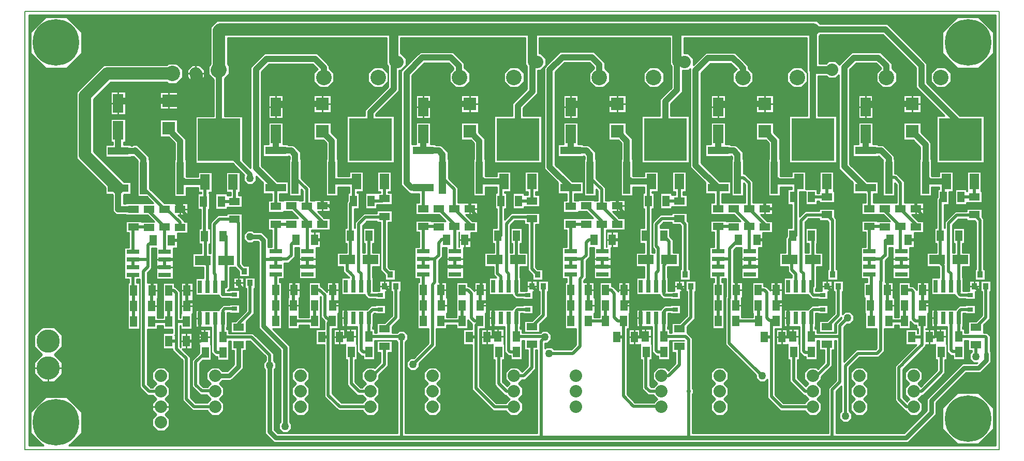
<source format=gbr>
G04 PROTEUS GERBER X2 FILE*
%TF.GenerationSoftware,Labcenter,Proteus,8.7-SP3-Build25561*%
%TF.CreationDate,2021-05-23T19:28:46+00:00*%
%TF.FileFunction,Copper,L6,Bot*%
%TF.FilePolarity,Positive*%
%TF.Part,Single*%
%TF.SameCoordinates,{ce74c1e3-353a-4a96-b4f4-cabdf69041bd}*%
%FSLAX45Y45*%
%MOMM*%
G01*
%TA.AperFunction,Conductor*%
%ADD11C,1.016000*%
%ADD10C,0.508000*%
%ADD15C,0.762000*%
%ADD12C,1.270000*%
%ADD13C,2.032000*%
%ADD39C,1.524000*%
%ADD16C,2.540000*%
%TA.AperFunction,ViaPad*%
%ADD18C,0.762000*%
%ADD19C,1.270000*%
%ADD70C,2.032000*%
%TA.AperFunction,Conductor*%
%ADD14C,0.254000*%
%TA.AperFunction,ComponentPad*%
%ADD20C,3.810000*%
%ADD21C,2.540000*%
%ADD22C,2.032000*%
%TA.AperFunction,SMDPad,CuDef*%
%ADD31R,0.889000X1.016000*%
%ADD28R,6.985000X6.985000*%
%ADD29R,1.524000X2.540000*%
%TA.AperFunction,SMDPad,CuDef*%
%ADD25R,2.108200X2.108200*%
%ADD30R,0.889000X0.635000*%
%ADD71R,1.193800X5.308600*%
%ADD26R,1.651000X3.048000*%
%TA.AperFunction,SMDPad,CuDef*%
%ADD32R,2.032000X0.635000*%
%ADD72R,0.635000X2.032000*%
%TA.AperFunction,SMDPad,CuDef*%
%ADD27R,3.403600X1.244600*%
%ADD73R,2.540000X1.524000*%
%ADD23R,1.143000X1.803400*%
%ADD24R,1.803400X1.143000*%
%TA.AperFunction,OtherPad,Unknown*%
%ADD33C,7.620000*%
%TA.AperFunction,Profile*%
%ADD38C,0.203200*%
%TD.AperFunction*%
G36*
X+8448040Y-4193540D02*
X-6712345Y-4193540D01*
X-6502401Y-3983596D01*
X-6502401Y-3636404D01*
X-6747904Y-3390901D01*
X-7095096Y-3390901D01*
X-7340599Y-3636404D01*
X-7340599Y-3983596D01*
X-7130655Y-4193540D01*
X-7368540Y-4193540D01*
X-7368540Y+2860040D01*
X+8448040Y+2860040D01*
X+8448040Y-4193540D01*
G37*
%LPC*%
G36*
X-6819901Y-2381811D02*
X-6819901Y-2571189D01*
X-6947462Y-2698750D01*
X-6819901Y-2826311D01*
X-6819901Y-3015689D01*
X-6953811Y-3149599D01*
X-7143189Y-3149599D01*
X-7277099Y-3015689D01*
X-7277099Y-2826311D01*
X-7149538Y-2698750D01*
X-7277099Y-2571189D01*
X-7277099Y-2381811D01*
X-7143189Y-2247901D01*
X-6953811Y-2247901D01*
X-6819901Y-2381811D01*
G37*
G36*
X-1816099Y+1773114D02*
X-1816099Y+1909886D01*
X-1719386Y+2006599D01*
X-1582614Y+2006599D01*
X-1485901Y+1909886D01*
X-1485901Y+1773114D01*
X-1582614Y+1676401D01*
X-1719386Y+1676401D01*
X-1816099Y+1773114D01*
G37*
G36*
X-2781301Y-2990135D02*
X-2781301Y-3105865D01*
X-2850436Y-3175000D01*
X-2781301Y-3244135D01*
X-2781301Y-3359865D01*
X-2850436Y-3429000D01*
X-2781301Y-3498135D01*
X-2781301Y-3613865D01*
X-2863135Y-3695699D01*
X-2978865Y-3695699D01*
X-3060699Y-3613865D01*
X-3060699Y-3498135D01*
X-2991564Y-3429000D01*
X-3060699Y-3359865D01*
X-3060699Y-3244135D01*
X-2991564Y-3175000D01*
X-3060699Y-3105865D01*
X-3060699Y-2990135D01*
X-2978865Y-2908301D01*
X-2863135Y-2908301D01*
X-2781301Y-2990135D01*
G37*
G36*
X+406401Y+1773114D02*
X+406401Y+1909886D01*
X+503114Y+2006599D01*
X+639886Y+2006599D01*
X+736599Y+1909886D01*
X+736599Y+1773114D01*
X+639886Y+1676401D01*
X+503114Y+1676401D01*
X+406401Y+1773114D01*
G37*
G36*
X-622301Y-2990135D02*
X-622301Y-3105865D01*
X-691436Y-3175000D01*
X-622301Y-3244135D01*
X-622301Y-3359865D01*
X-691436Y-3429000D01*
X-622301Y-3498135D01*
X-622301Y-3613865D01*
X-704135Y-3695699D01*
X-819865Y-3695699D01*
X-901699Y-3613865D01*
X-901699Y-3498135D01*
X-832564Y-3429000D01*
X-901699Y-3359865D01*
X-901699Y-3244135D01*
X-832564Y-3175000D01*
X-901699Y-3105865D01*
X-901699Y-2990135D01*
X-819865Y-2908301D01*
X-704135Y-2908301D01*
X-622301Y-2990135D01*
G37*
G36*
X+2692401Y+1773114D02*
X+2692401Y+1909886D01*
X+2789114Y+2006599D01*
X+2925886Y+2006599D01*
X+3022599Y+1909886D01*
X+3022599Y+1773114D01*
X+2925886Y+1676401D01*
X+2789114Y+1676401D01*
X+2692401Y+1773114D01*
G37*
G36*
X+4076699Y-2990135D02*
X+4076699Y-3105865D01*
X+4007564Y-3175000D01*
X+4076699Y-3244135D01*
X+4076699Y-3359865D01*
X+4007564Y-3429000D01*
X+4076699Y-3498135D01*
X+4076699Y-3613865D01*
X+3994865Y-3695699D01*
X+3879135Y-3695699D01*
X+3797301Y-3613865D01*
X+3797301Y-3498135D01*
X+3866436Y-3429000D01*
X+3797301Y-3359865D01*
X+3797301Y-3244135D01*
X+3866436Y-3175000D01*
X+3797301Y-3105865D01*
X+3797301Y-2990135D01*
X+3879135Y-2908301D01*
X+3994865Y-2908301D01*
X+4076699Y-2990135D01*
G37*
G36*
X+6362699Y-2990135D02*
X+6362699Y-3105865D01*
X+6293564Y-3175000D01*
X+6362699Y-3244135D01*
X+6362699Y-3359865D01*
X+6293564Y-3429000D01*
X+6362699Y-3498135D01*
X+6362699Y-3613865D01*
X+6280865Y-3695699D01*
X+6165135Y-3695699D01*
X+6083301Y-3613865D01*
X+6083301Y-3498135D01*
X+6152436Y-3429000D01*
X+6083301Y-3359865D01*
X+6083301Y-3244135D01*
X+6152436Y-3175000D01*
X+6083301Y-3105865D01*
X+6083301Y-2990135D01*
X+6165135Y-2908301D01*
X+6280865Y-2908301D01*
X+6362699Y-2990135D01*
G37*
G36*
X+7391401Y+1773114D02*
X+7391401Y+1909886D01*
X+7488114Y+2006599D01*
X+7624886Y+2006599D01*
X+7721599Y+1909886D01*
X+7721599Y+1773114D01*
X+7624886Y+1676401D01*
X+7488114Y+1676401D01*
X+7391401Y+1773114D01*
G37*
G36*
X+7230109Y+936833D02*
X+7394499Y+772443D01*
X+7394499Y+501649D01*
X+7403389Y+501649D01*
X+7403389Y+226053D01*
X+7405923Y+223519D01*
X+7531101Y+223519D01*
X+7531101Y+299719D01*
X+7759699Y+299719D01*
X+7759699Y-30479D01*
X+7689849Y-30479D01*
X+7689849Y-247649D01*
X+7612099Y-247649D01*
X+7612099Y-626111D01*
X+7620001Y-626111D01*
X+7620001Y-521479D01*
X+7787483Y-353997D01*
X+7974331Y-353997D01*
X+7974331Y-314131D01*
X+8230869Y-314131D01*
X+8230869Y-447849D01*
X+8260079Y-477059D01*
X+8260079Y-1300481D01*
X+8279129Y-1300481D01*
X+8279129Y-1478279D01*
X+8114031Y-1478279D01*
X+8114031Y-1300481D01*
X+8133081Y-1300481D01*
X+8133081Y-529661D01*
X+8108049Y-504629D01*
X+7974331Y-504629D01*
X+7974331Y-480993D01*
X+7840087Y-480993D01*
X+7746999Y-574081D01*
X+7746999Y-1028701D01*
X+7785101Y-1028701D01*
X+7785101Y-882649D01*
X+7753351Y-882649D01*
X+7753351Y-626111D01*
X+7943849Y-626111D01*
X+7943849Y-882649D01*
X+7912099Y-882649D01*
X+7912099Y-1028701D01*
X+8039099Y-1028701D01*
X+8039099Y-1257299D01*
X+7912099Y-1257299D01*
X+7912099Y-1440181D01*
X+7918449Y-1440181D01*
X+7918449Y-1662431D01*
X+7956551Y-1662431D01*
X+7956551Y-1656081D01*
X+8020051Y-1656081D01*
X+8020051Y-1490981D01*
X+8185149Y-1490981D01*
X+8185149Y-1668779D01*
X+8121649Y-1668779D01*
X+8121649Y-1795779D01*
X+7956551Y-1795779D01*
X+7956551Y-1789429D01*
X+7848106Y-1789429D01*
X+7784392Y-1725715D01*
X+7784392Y-1719579D01*
X+7397751Y-1719579D01*
X+7397751Y-1440181D01*
X+7531101Y-1440181D01*
X+7531102Y-1270902D01*
X+7517499Y-1257299D01*
X+7327901Y-1257299D01*
X+7327901Y-1028701D01*
X+7485101Y-1028701D01*
X+7485101Y-882649D01*
X+7453351Y-882649D01*
X+7453351Y-626111D01*
X+7485101Y-626111D01*
X+7485101Y-139079D01*
X+7499351Y-124829D01*
X+7499351Y+8889D01*
X+7531101Y+8889D01*
X+7531101Y+45721D01*
X+7403389Y+45721D01*
X+7403389Y-105409D01*
X+7207811Y-105409D01*
X+7207811Y+501649D01*
X+7216701Y+501649D01*
X+7216701Y+698797D01*
X+7104387Y+811111D01*
X+6943091Y+811111D01*
X+6943091Y+1098129D01*
X+7230109Y+1098129D01*
X+7230109Y+936833D01*
G37*
G36*
X+5581986Y+2716093D02*
X+6297470Y+2716093D01*
X+6452227Y+2716092D01*
X+6680629Y+2716093D01*
X+7327899Y+2068823D01*
X+7327899Y+1751323D01*
X+7866373Y+1212849D01*
X+8261349Y+1212849D01*
X+8261349Y+438151D01*
X+7486651Y+438151D01*
X+7486651Y+1212849D01*
X+7614929Y+1212849D01*
X+7150101Y+1677677D01*
X+7150101Y+1995177D01*
X+6606983Y+2538295D01*
X+6452227Y+2538296D01*
X+6297470Y+2538295D01*
X+5581986Y+2538295D01*
X+5562599Y+2518908D01*
X+5562599Y+2070099D01*
X+5682535Y+2070099D01*
X+5720635Y+2108199D01*
X+5836365Y+2108199D01*
X+5894471Y+2050093D01*
X+6095803Y+2251425D01*
X+6569955Y+2251425D01*
X+6756399Y+2064981D01*
X+6756399Y+1986086D01*
X+6832599Y+1909886D01*
X+6832599Y+1773114D01*
X+6735886Y+1676401D01*
X+6599114Y+1676401D01*
X+6502401Y+1773114D01*
X+6502401Y+1909886D01*
X+6578601Y+1986086D01*
X+6578601Y+1991335D01*
X+6496309Y+2073627D01*
X+6169449Y+2073627D01*
X+6066925Y+1971103D01*
X+6066925Y+416017D01*
X+6349993Y+132949D01*
X+6532879Y+132949D01*
X+6532879Y-67709D01*
X+6451599Y-67709D01*
X+6451599Y-214631D01*
X+6832601Y-214631D01*
X+6832601Y+83456D01*
X+6803389Y+112668D01*
X+6803389Y-105409D01*
X+6607811Y-105409D01*
X+6607811Y+487687D01*
X+6541777Y+553721D01*
X+6532879Y+553721D01*
X+6532879Y+542291D01*
X+6116321Y+542291D01*
X+6116321Y+742949D01*
X+6203951Y+742949D01*
X+6203951Y+1105119D01*
X+6445249Y+1105119D01*
X+6445249Y+742949D01*
X+6532879Y+742949D01*
X+6532879Y+731519D01*
X+6615423Y+731519D01*
X+6794499Y+552443D01*
X+6794499Y+501649D01*
X+6803389Y+501649D01*
X+6803389Y+262850D01*
X+6832807Y+262850D01*
X+6959599Y+136058D01*
X+6959599Y-214631D01*
X+7278369Y-214631D01*
X+7278369Y-405129D01*
X+7081149Y-405129D01*
X+7190651Y-514631D01*
X+7278369Y-514631D01*
X+7278369Y-705129D01*
X+7118349Y-705129D01*
X+7118349Y-946149D01*
X+7048499Y-946149D01*
X+7048499Y-1459229D01*
X+6769101Y-1459229D01*
X+6769101Y-946149D01*
X+6708735Y-946149D01*
X+6708735Y-1099189D01*
X+6646243Y-1161681D01*
X+6646243Y-1515111D01*
X+6773349Y-1515111D01*
X+6773349Y-1769111D01*
X+6800849Y-1769111D01*
X+6800849Y-2087881D01*
X+6864351Y-2087881D01*
X+6864351Y-1515111D01*
X+7054849Y-1515111D01*
X+7054849Y-1579881D01*
X+7101841Y-1579881D01*
X+7164351Y-1642391D01*
X+7164351Y-1515111D01*
X+7354849Y-1515111D01*
X+7354849Y-2025649D01*
X+7344849Y-2025649D01*
X+7344849Y-2279649D01*
X+7310505Y-2279649D01*
X+7310505Y-2284731D01*
X+7453351Y-2284731D01*
X+7453351Y-2277111D01*
X+7643849Y-2277111D01*
X+7643849Y-2531111D01*
X+7653849Y-2531111D01*
X+7653849Y-2787649D01*
X+7622099Y-2787649D01*
X+7622099Y-3008701D01*
X+7265301Y-3365499D01*
X+7246065Y-3365499D01*
X+7182564Y-3429000D01*
X+7251699Y-3498135D01*
X+7251699Y-3613865D01*
X+7169865Y-3695699D01*
X+7054135Y-3695699D01*
X+6977935Y-3619499D01*
X+6968695Y-3619499D01*
X+6804497Y-3455302D01*
X+6804497Y-2889407D01*
X+7152635Y-2541269D01*
X+6980751Y-2541269D01*
X+6980751Y-2284731D01*
X+7171249Y-2284731D01*
X+7171249Y-2349501D01*
X+7183507Y-2349501D01*
X+7183507Y-2279649D01*
X+7154351Y-2279649D01*
X+7154351Y-2214879D01*
X+7110970Y-2214879D01*
X+7108375Y-2212285D01*
X+7054849Y-2158759D01*
X+7054849Y-2279649D01*
X+6864351Y-2279649D01*
X+6864351Y-2214879D01*
X+6800849Y-2214879D01*
X+6800849Y-2279649D01*
X+6633670Y-2279649D01*
X+6633670Y-2649326D01*
X+6538951Y-2744045D01*
X+6226712Y-2744045D01*
X+6058793Y-2911963D01*
X+6058793Y-2950740D01*
X+6058792Y-2950742D01*
X+6058793Y-3212198D01*
X+6058793Y-3625667D01*
X+6096893Y-3663767D01*
X+6096893Y-3747935D01*
X+6037378Y-3807450D01*
X+5953210Y-3807450D01*
X+5893695Y-3747935D01*
X+5893695Y-3663767D01*
X+5931795Y-3625667D01*
X+5931795Y-3214203D01*
X+5841999Y-3303999D01*
X+5841999Y-3987801D01*
X+5873939Y-3987801D01*
X+5874478Y-3987262D01*
X+6953449Y-3987653D01*
X+7325803Y-3615299D01*
X+7325803Y-3424937D01*
X+7905939Y-2844801D01*
X+8141318Y-2844801D01*
X+8154020Y-2832099D01*
X+8085916Y-2832099D01*
X+8026401Y-2772584D01*
X+8026401Y-2688416D01*
X+8064501Y-2650316D01*
X+8064501Y-2635249D01*
X+7999731Y-2635249D01*
X+7999731Y-2468879D01*
X+7943849Y-2468879D01*
X+7943849Y-2787649D01*
X+7753351Y-2787649D01*
X+7753351Y-2714592D01*
X+7718398Y-2714592D01*
X+7658101Y-2654295D01*
X+7658101Y-2240279D01*
X+7397751Y-2240279D01*
X+7397751Y-1960881D01*
X+7795271Y-1960881D01*
X+7858771Y-1897381D01*
X+7956551Y-1897381D01*
X+7956551Y-1891031D01*
X+8121649Y-1891031D01*
X+8121649Y-2030729D01*
X+7956551Y-2030729D01*
X+7956551Y-2024379D01*
X+7918449Y-2024379D01*
X+7918449Y-2240279D01*
X+7912099Y-2240279D01*
X+7912099Y-2277111D01*
X+7943849Y-2277111D01*
X+7943849Y-2341881D01*
X+7999731Y-2341881D01*
X+7999731Y-2154751D01*
X+8133449Y-2154751D01*
X+8227061Y-2061139D01*
X+8227061Y-1668779D01*
X+8208011Y-1668779D01*
X+8208011Y-1490981D01*
X+8373109Y-1490981D01*
X+8373109Y-1668779D01*
X+8354059Y-1668779D01*
X+8354059Y-2113741D01*
X+8256269Y-2211531D01*
X+8256269Y-2341881D01*
X+8307791Y-2341881D01*
X+8363378Y-2397468D01*
X+8363378Y-2644752D01*
X+8376078Y-2657452D01*
X+8376078Y-2825561D01*
X+8204440Y-2997199D01*
X+7969061Y-2997199D01*
X+7478201Y-3488059D01*
X+7478201Y-3678421D01*
X+7016551Y-4140071D01*
X+6984973Y-4140060D01*
X+5937580Y-4139680D01*
X+5937061Y-4140199D01*
X-3079563Y-4140199D01*
X-3081856Y-4137906D01*
X-3359108Y-4137906D01*
X-3500958Y-3996056D01*
X-3500958Y-2948297D01*
X-3530599Y-2918656D01*
X-3530599Y-2834488D01*
X-3488258Y-2792147D01*
X-3488258Y-2737000D01*
X-3748759Y-2476499D01*
X-3808731Y-2476499D01*
X-3808731Y-2635249D01*
X-3860801Y-2635249D01*
X-3860801Y-2926167D01*
X-3905437Y-2970803D01*
X-3905439Y-2970803D01*
X-4060605Y-3125969D01*
X-4198405Y-3125969D01*
X-4247436Y-3175000D01*
X-4178301Y-3244135D01*
X-4178301Y-3359865D01*
X-4247436Y-3429000D01*
X-4178301Y-3498135D01*
X-4178301Y-3613865D01*
X-4260135Y-3695699D01*
X-4375865Y-3695699D01*
X-4453661Y-3617903D01*
X-4690897Y-3617903D01*
X-4853499Y-3455302D01*
X-4853499Y-2792801D01*
X-5016499Y-2629802D01*
X-5016499Y-2604769D01*
X-5175249Y-2604769D01*
X-5175249Y-2348231D01*
X-5016499Y-2348231D01*
X-5016499Y-2287269D01*
X-5175249Y-2287269D01*
X-5175249Y-2222499D01*
X-5266251Y-2222499D01*
X-5266251Y-2287269D01*
X-5427706Y-2287269D01*
X-5427706Y-3181994D01*
X-5371199Y-3238501D01*
X-5341065Y-3238501D01*
X-5277564Y-3175000D01*
X-5346699Y-3105865D01*
X-5346699Y-2990135D01*
X-5264865Y-2908301D01*
X-5149135Y-2908301D01*
X-5067301Y-2990135D01*
X-5067301Y-3105865D01*
X-5136436Y-3175000D01*
X-5067301Y-3244135D01*
X-5067301Y-3359865D01*
X-5136436Y-3429000D01*
X-5067301Y-3498135D01*
X-5067301Y-3613865D01*
X-5136436Y-3683000D01*
X-5067301Y-3752135D01*
X-5067301Y-3867865D01*
X-5149135Y-3949699D01*
X-5264865Y-3949699D01*
X-5346699Y-3867865D01*
X-5346699Y-3752135D01*
X-5277564Y-3683000D01*
X-5346699Y-3613865D01*
X-5346699Y-3498135D01*
X-5277564Y-3429000D01*
X-5341065Y-3365499D01*
X-5423801Y-3365499D01*
X-5554704Y-3234597D01*
X-5554704Y-1466849D01*
X-5600701Y-1466849D01*
X-5600701Y-1522731D01*
X-5556251Y-1522731D01*
X-5556251Y-2287269D01*
X-5746749Y-2287269D01*
X-5746749Y-1522731D01*
X-5727699Y-1522731D01*
X-5727699Y-1466849D01*
X-5803899Y-1466849D01*
X-5803899Y-946151D01*
X-5727699Y-946151D01*
X-5727699Y-702749D01*
X-5779769Y-702749D01*
X-5779769Y-512251D01*
X-5523231Y-512251D01*
X-5523231Y-522251D01*
X-5318549Y-522251D01*
X-5428051Y-412749D01*
X-5779769Y-412749D01*
X-5779769Y-406399D01*
X-5942323Y-406399D01*
X-5994399Y-354323D01*
X-5994399Y-83665D01*
X-6002735Y-75329D01*
X-6113779Y-75329D01*
X-6113779Y+35715D01*
X-6589117Y+511053D01*
X-6589117Y+1597578D01*
X-6141996Y+2044699D01*
X-5110286Y+2044699D01*
X-5084886Y+2070099D01*
X-4948114Y+2070099D01*
X-4851401Y+1973386D01*
X-4851401Y+1836614D01*
X-4948114Y+1739901D01*
X-5084886Y+1739901D01*
X-5110286Y+1765301D01*
X-6026266Y+1765301D01*
X-6309719Y+1481848D01*
X-6309719Y+626783D01*
X-5808265Y+125329D01*
X-5697221Y+125329D01*
X-5697221Y-75329D01*
X-5808265Y-75329D01*
X-5816601Y-83665D01*
X-5816601Y-228601D01*
X-5779769Y-228601D01*
X-5779769Y-222251D01*
X-5328549Y-222251D01*
X-5437771Y-113029D01*
X-5587289Y-113029D01*
X-5587289Y+478467D01*
X-5654923Y+546101D01*
X-5697221Y+546101D01*
X-5697221Y+534671D01*
X-6113779Y+534671D01*
X-6113779Y+735329D01*
X-5994399Y+735329D01*
X-5994399Y+780001D01*
X-6026149Y+780001D01*
X-6026149Y+1160999D01*
X-5784851Y+1160999D01*
X-5784851Y+780001D01*
X-5816601Y+780001D01*
X-5816601Y+735329D01*
X-5697221Y+735329D01*
X-5697221Y+723899D01*
X-5677415Y+723899D01*
X-5666169Y+735145D01*
X-5592523Y+735145D01*
X-5400601Y+543223D01*
X-5400601Y+494029D01*
X-5391711Y+494029D01*
X-5391711Y+20511D01*
X-5148949Y-222251D01*
X-4761231Y-222251D01*
X-4761231Y-412749D01*
X-4923583Y-412749D01*
X-4826001Y-510331D01*
X-4826001Y-522251D01*
X-4761231Y-522251D01*
X-4761231Y-712749D01*
X-4938751Y-712749D01*
X-4938751Y-953769D01*
X-5003801Y-953769D01*
X-5003801Y-1466849D01*
X-5283199Y-1466849D01*
X-5283199Y-953769D01*
X-5354580Y-953769D01*
X-5354580Y-1288578D01*
X-5427706Y-1361704D01*
X-5427706Y-1522731D01*
X-5256251Y-1522731D01*
X-5256251Y-1779269D01*
X-5266251Y-1779269D01*
X-5266251Y-2095501D01*
X-5175249Y-2095501D01*
X-5175249Y-1522731D01*
X-4984751Y-1522731D01*
X-4984751Y-1587501D01*
X-4970601Y-1587501D01*
X-4889501Y-1668601D01*
X-4889501Y-2095501D01*
X-4885249Y-2095501D01*
X-4885249Y-2030731D01*
X-4875249Y-2030731D01*
X-4875249Y-1522731D01*
X-4684751Y-1522731D01*
X-4684751Y-2033269D01*
X-4694751Y-2033269D01*
X-4694751Y-2287269D01*
X-4885249Y-2287269D01*
X-4885249Y-2222499D01*
X-4889501Y-2222499D01*
X-4889501Y-2577199D01*
X-4885249Y-2581451D01*
X-4885249Y-2348231D01*
X-4694751Y-2348231D01*
X-4694751Y-2604769D01*
X-4861931Y-2604769D01*
X-4726501Y-2740198D01*
X-4726501Y-3402699D01*
X-4638295Y-3490905D01*
X-4450469Y-3490905D01*
X-4388564Y-3429000D01*
X-4457699Y-3359865D01*
X-4457699Y-3357997D01*
X-4564547Y-3357997D01*
X-4699156Y-3223389D01*
X-4699156Y-2795355D01*
X-4661958Y-2758158D01*
X-4576249Y-2672449D01*
X-4576249Y-2541269D01*
X-4586249Y-2541269D01*
X-4586249Y-2284731D01*
X-4395751Y-2284731D01*
X-4395751Y-2538731D01*
X-4385751Y-2538731D01*
X-4385751Y-2795269D01*
X-4519469Y-2795269D01*
X-4572158Y-2847958D01*
X-4572158Y-3170786D01*
X-4511945Y-3230999D01*
X-4444563Y-3230999D01*
X-4388564Y-3175000D01*
X-4457699Y-3105865D01*
X-4457699Y-2990135D01*
X-4375865Y-2908301D01*
X-4260135Y-2908301D01*
X-4194865Y-2973571D01*
X-4123727Y-2973571D01*
X-4013199Y-2863043D01*
X-4013199Y-2635249D01*
X-4065269Y-2635249D01*
X-4065269Y-2476499D01*
X-4095751Y-2476499D01*
X-4095751Y-2795269D01*
X-4286249Y-2795269D01*
X-4286249Y-2730499D01*
X-4317790Y-2730499D01*
X-4380882Y-2667407D01*
X-4380882Y-2247899D01*
X-4641849Y-2247899D01*
X-4641849Y-1968501D01*
X-4255096Y-1968501D01*
X-4255096Y-1952033D01*
X-4189014Y-1885951D01*
X-4083049Y-1885951D01*
X-4083049Y-1879601D01*
X-3917951Y-1879601D01*
X-3917951Y-2019299D01*
X-4083049Y-2019299D01*
X-4083049Y-2012949D01*
X-4121151Y-2012949D01*
X-4121151Y-2247899D01*
X-4127501Y-2247899D01*
X-4127501Y-2284731D01*
X-4095751Y-2284731D01*
X-4095751Y-2349501D01*
X-3696157Y-2349501D01*
X-3361260Y-2684398D01*
X-3361260Y-2800629D01*
X-3327401Y-2834488D01*
X-3327401Y-2918656D01*
X-3348560Y-2939815D01*
X-3348560Y-3932934D01*
X-3295986Y-3985508D01*
X-3018732Y-3985508D01*
X-3016439Y-3987801D01*
X-1333499Y-3987801D01*
X-1333499Y-2493184D01*
X-1357804Y-2468879D01*
X-1708151Y-2468879D01*
X-1708151Y-2787649D01*
X-1898649Y-2787649D01*
X-1898649Y-2722551D01*
X-1924893Y-2722551D01*
X-1993898Y-2653546D01*
X-1993898Y-2627244D01*
X-1993899Y-2240279D01*
X-2254249Y-2240279D01*
X-2254249Y-1960881D01*
X-1829701Y-1960881D01*
X-1766201Y-1897381D01*
X-1695449Y-1897381D01*
X-1695449Y-1891031D01*
X-1530351Y-1891031D01*
X-1530351Y-2030729D01*
X-1695449Y-2030729D01*
X-1695449Y-2024379D01*
X-1713599Y-2024379D01*
X-1733551Y-2044331D01*
X-1733551Y-2240279D01*
X-1739901Y-2240279D01*
X-1739901Y-2277111D01*
X-1708151Y-2277111D01*
X-1708151Y-2341881D01*
X-1677669Y-2341881D01*
X-1677669Y-2183131D01*
X-1543951Y-2183131D01*
X-1424939Y-2064119D01*
X-1424939Y-1668779D01*
X-1443989Y-1668779D01*
X-1443989Y-1490981D01*
X-1278891Y-1490981D01*
X-1278891Y-1668779D01*
X-1297941Y-1668779D01*
X-1297941Y-2116721D01*
X-1421131Y-2239911D01*
X-1421131Y-2341881D01*
X-1342564Y-2341881D01*
X-1312084Y-2311401D01*
X-1227916Y-2311401D01*
X-1168401Y-2370916D01*
X-1168401Y-2455084D01*
X-1206501Y-2493184D01*
X-1206501Y-3987801D01*
X+952501Y-3987801D01*
X+952501Y-2627629D01*
X+927099Y-2627629D01*
X+927098Y-2721976D01*
X+927099Y-2937874D01*
X+889901Y-2975071D01*
X+753473Y-3111499D01*
X+705565Y-3111499D01*
X+642064Y-3175000D01*
X+711199Y-3244135D01*
X+711199Y-3359865D01*
X+642064Y-3429000D01*
X+711199Y-3498135D01*
X+711199Y-3613865D01*
X+629365Y-3695699D01*
X+513635Y-3695699D01*
X+437435Y-3619499D01*
X+412750Y-3619498D01*
X+227698Y-3619499D01*
X+190501Y-3582301D01*
X-116820Y-3274980D01*
X-116820Y-3248678D01*
X-116821Y-2541269D01*
X-258249Y-2541269D01*
X-258249Y-2284731D01*
X-116821Y-2284731D01*
X-116821Y-2197147D01*
X-184151Y-2129817D01*
X-184151Y-2279649D01*
X-374649Y-2279649D01*
X-374649Y-2214879D01*
X-529151Y-2214879D01*
X-529151Y-2279649D01*
X-698501Y-2279649D01*
X-698501Y-2566301D01*
X-977901Y-2845701D01*
X-977901Y-2899584D01*
X-1037416Y-2959099D01*
X-1121584Y-2959099D01*
X-1181099Y-2899584D01*
X-1181099Y-2815416D01*
X-1121584Y-2755901D01*
X-1067701Y-2755901D01*
X-825499Y-2513699D01*
X-825499Y-2279649D01*
X-1009649Y-2279649D01*
X-1009649Y-1515111D01*
X-977899Y-1515111D01*
X-977899Y-1459229D01*
X-1054099Y-1459229D01*
X-1054099Y-938531D01*
X-977899Y-938531D01*
X-977899Y-695129D01*
X-1042669Y-695129D01*
X-1042669Y-504631D01*
X-786131Y-504631D01*
X-786131Y-514631D01*
X-545449Y-514631D01*
X-654951Y-405129D01*
X-1042669Y-405129D01*
X-1042669Y-214631D01*
X-977899Y-214631D01*
X-977899Y-67709D01*
X-1122679Y-67709D01*
X-1122679Y-56279D01*
X-1145261Y-56279D01*
X-1276379Y+74839D01*
X-1276379Y+1944584D01*
X-966112Y+2254851D01*
X-424141Y+2254851D01*
X-241179Y+2071889D01*
X-241179Y+1998664D01*
X-152401Y+1909886D01*
X-152401Y+1773114D01*
X-249114Y+1676401D01*
X-385886Y+1676401D01*
X-482599Y+1773114D01*
X-482599Y+1909886D01*
X-418977Y+1973508D01*
X-418977Y+1998243D01*
X-497787Y+2077053D01*
X-892466Y+2077053D01*
X-1098581Y+1870938D01*
X-1098581Y+742949D01*
X-1035049Y+742949D01*
X-1035049Y+1105119D01*
X-793751Y+1105119D01*
X-793751Y+742949D01*
X-706121Y+742949D01*
X-706121Y+731519D01*
X-623577Y+731519D01*
X-508001Y+615943D01*
X-508001Y+501649D01*
X-499111Y+501649D01*
X-499111Y+190131D01*
X-342902Y+33922D01*
X-342902Y+7620D01*
X-342901Y-214631D01*
X-24131Y-214631D01*
X-24131Y-405129D01*
X-221351Y-405129D01*
X-111849Y-514631D01*
X-24131Y-514631D01*
X-24131Y-705129D01*
X-138151Y-705129D01*
X-138151Y-946149D01*
X-254001Y-946149D01*
X-254001Y-1459229D01*
X-533399Y-1459229D01*
X-533399Y-946149D01*
X-596901Y-946149D01*
X-596901Y-1098181D01*
X-660401Y-1161681D01*
X-660401Y-1515111D01*
X-529151Y-1515111D01*
X-529151Y-1769111D01*
X-519151Y-1769111D01*
X-519151Y-2025649D01*
X-529151Y-2025649D01*
X-529151Y-2087881D01*
X-374649Y-2087881D01*
X-374649Y-1515111D01*
X-184151Y-1515111D01*
X-184151Y-1579881D01*
X-155724Y-1579881D01*
X-74649Y-1660956D01*
X-74649Y-1515111D01*
X+115849Y-1515111D01*
X+115849Y-2025649D01*
X+105849Y-2025649D01*
X+105849Y-2279649D01*
X+10177Y-2279649D01*
X+10177Y-2439401D01*
X+10176Y-3222376D01*
X+280301Y-3492501D01*
X+412750Y-3492502D01*
X+437435Y-3492501D01*
X+500936Y-3429000D01*
X+437435Y-3365499D01*
X+420299Y-3365499D01*
X+256101Y-3201302D01*
X+256101Y-2787649D01*
X+224351Y-2787649D01*
X+224351Y-2533649D01*
X+222249Y-2533649D01*
X+222249Y-2541269D01*
X+31751Y-2541269D01*
X+31751Y-2284731D01*
X+214351Y-2284731D01*
X+214351Y-2277111D01*
X+404849Y-2277111D01*
X+404849Y-2531111D01*
X+414849Y-2531111D01*
X+414849Y-2787649D01*
X+383099Y-2787649D01*
X+383099Y-3148699D01*
X+455168Y-3220768D01*
X+500936Y-3175000D01*
X+431801Y-3105865D01*
X+431801Y-2990135D01*
X+513635Y-2908301D01*
X+629365Y-2908301D01*
X+703218Y-2982154D01*
X+800101Y-2885271D01*
X+800102Y-2721976D01*
X+800101Y-2627629D01*
X+735331Y-2627629D01*
X+735331Y-2468879D01*
X+704849Y-2468879D01*
X+704849Y-2787649D01*
X+514351Y-2787649D01*
X+514351Y-2721467D01*
X+479817Y-2721467D01*
X+419101Y-2660751D01*
X+419101Y-2240279D01*
X+158751Y-2240279D01*
X+158751Y-1960881D01*
X+546381Y-1960881D01*
X+546381Y-1951252D01*
X+600252Y-1897381D01*
X+717551Y-1897381D01*
X+717551Y-1891031D01*
X+882649Y-1891031D01*
X+882649Y-2030729D01*
X+717551Y-2030729D01*
X+717551Y-2024379D01*
X+679449Y-2024379D01*
X+679449Y-2240279D01*
X+673099Y-2240279D01*
X+673099Y-2277111D01*
X+704849Y-2277111D01*
X+704849Y-2341881D01*
X+1006936Y-2341881D01*
X+1037416Y-2311401D01*
X+1121584Y-2311401D01*
X+1181099Y-2370916D01*
X+1181099Y-2455084D01*
X+1121584Y-2514599D01*
X+1079499Y-2514599D01*
X+1079499Y-2601527D01*
X+1101500Y-2579526D01*
X+1185668Y-2579526D01*
X+1225566Y-2619424D01*
X+1508664Y-2619424D01*
X+1587501Y-2540585D01*
X+1587501Y-2279649D01*
X+1403351Y-2279649D01*
X+1403351Y-1515111D01*
X+1435101Y-1515111D01*
X+1435101Y-1459229D01*
X+1358901Y-1459229D01*
X+1358901Y-938531D01*
X+1435101Y-938531D01*
X+1435102Y-786130D01*
X+1435101Y-659129D01*
X+1370331Y-659129D01*
X+1370331Y-468631D01*
X+1867551Y-468631D01*
X+1758049Y-359129D01*
X+1626869Y-359129D01*
X+1626869Y-369129D01*
X+1370331Y-369129D01*
X+1370331Y-178631D01*
X+1435101Y-178631D01*
X+1435101Y-67709D01*
X+1290321Y-67709D01*
X+1290321Y+115177D01*
X+1068213Y+337285D01*
X+1068213Y+2002562D01*
X+1325820Y+2260169D01*
X+1881083Y+2260169D01*
X+2057399Y+2083853D01*
X+2057399Y+1986086D01*
X+2133599Y+1909886D01*
X+2133599Y+1773114D01*
X+2036886Y+1676401D01*
X+1900114Y+1676401D01*
X+1803401Y+1773114D01*
X+1803401Y+1909886D01*
X+1879601Y+1986086D01*
X+1879601Y+2010207D01*
X+1807437Y+2082371D01*
X+1399466Y+2082371D01*
X+1246011Y+1928916D01*
X+1246011Y+410931D01*
X+1523993Y+132949D01*
X+1706879Y+132949D01*
X+1706879Y-67709D01*
X+1562099Y-67709D01*
X+1562099Y-178631D01*
X+1624331Y-178631D01*
X+1624331Y-168631D01*
X+1880869Y-168631D01*
X+1880869Y-178631D01*
X+1943101Y-178631D01*
X+1943101Y-18681D01*
X+1913889Y+10531D01*
X+1913889Y-105409D01*
X+1718311Y-105409D01*
X+1718311Y+501649D01*
X+1727201Y+501649D01*
X+1727201Y+542297D01*
X+1715777Y+553721D01*
X+1706879Y+553721D01*
X+1706879Y+542291D01*
X+1290321Y+542291D01*
X+1290321Y+742949D01*
X+1377951Y+742949D01*
X+1377951Y+1105119D01*
X+1619249Y+1105119D01*
X+1619249Y+742949D01*
X+1706879Y+742949D01*
X+1706879Y+731519D01*
X+1789423Y+731519D01*
X+1904999Y+615943D01*
X+1904999Y+501649D01*
X+1913889Y+501649D01*
X+1913889Y+190131D01*
X+2070099Y+33921D01*
X+2070099Y-178631D01*
X+2132331Y-178631D01*
X+2132331Y-168631D01*
X+2388869Y-168631D01*
X+2388869Y-359129D01*
X+2181649Y-359129D01*
X+2291151Y-468631D01*
X+2388869Y-468631D01*
X+2388869Y-659129D01*
X+2082799Y-659129D01*
X+2082799Y-938531D01*
X+2084351Y-938531D01*
X+2084351Y-689611D01*
X+2274849Y-689611D01*
X+2274849Y-946149D01*
X+2158999Y-946149D01*
X+2158999Y-1459229D01*
X+1879601Y-1459229D01*
X+1879601Y-946149D01*
X+1816099Y-946149D01*
X+1816099Y-1098181D01*
X+1752599Y-1161681D01*
X+1752599Y-1448701D01*
X+1714499Y-1486801D01*
X+1714499Y-1515111D01*
X+1883849Y-1515111D01*
X+1883849Y-1769111D01*
X+1893849Y-1769111D01*
X+1893849Y-2025649D01*
X+1883849Y-2025649D01*
X+1883849Y-2087881D01*
X+1974851Y-2087881D01*
X+1974851Y-1515111D01*
X+2165349Y-1515111D01*
X+2165349Y-1579881D01*
X+2186159Y-1579881D01*
X+2274851Y-1668573D01*
X+2274851Y-1515111D01*
X+2465349Y-1515111D01*
X+2465349Y-2025649D01*
X+2455349Y-2025649D01*
X+2455349Y-2279649D01*
X+2423598Y-2279649D01*
X+2423598Y-2282190D01*
X+2423599Y-2413000D01*
X+2423599Y-3354546D01*
X+2552842Y-3483789D01*
X+2859147Y-3483789D01*
X+2913936Y-3429000D01*
X+2847726Y-3362790D01*
X+2764990Y-3362790D01*
X+2667001Y-3264802D01*
X+2667001Y-2787649D01*
X+2637351Y-2787649D01*
X+2637351Y-2533649D01*
X+2635249Y-2533649D01*
X+2635249Y-2541269D01*
X+2444751Y-2541269D01*
X+2444751Y-2284731D01*
X+2627351Y-2284731D01*
X+2627351Y-2277111D01*
X+2817849Y-2277111D01*
X+2817849Y-2531111D01*
X+2827849Y-2531111D01*
X+2827849Y-2787649D01*
X+2793999Y-2787649D01*
X+2793999Y-3212199D01*
X+2817592Y-3235792D01*
X+2853144Y-3235792D01*
X+2913936Y-3175000D01*
X+2844801Y-3105865D01*
X+2844801Y-2990135D01*
X+2926635Y-2908301D01*
X+3042365Y-2908301D01*
X+3097366Y-2963302D01*
X+3213101Y-2847566D01*
X+3213101Y-2663629D01*
X+3148331Y-2663629D01*
X+3148331Y-2473131D01*
X+3357225Y-2473131D01*
X+3352973Y-2468879D01*
X+3117849Y-2468879D01*
X+3117849Y-2787649D01*
X+2927351Y-2787649D01*
X+2927351Y-2722879D01*
X+2899126Y-2722879D01*
X+2832101Y-2655854D01*
X+2832101Y-2240279D01*
X+2571751Y-2240279D01*
X+2571751Y-1960881D01*
X+2970948Y-1960881D01*
X+3034448Y-1897381D01*
X+3130551Y-1897381D01*
X+3130551Y-1891031D01*
X+3295649Y-1891031D01*
X+3295649Y-2030729D01*
X+3130551Y-2030729D01*
X+3130551Y-2024379D01*
X+3092449Y-2024379D01*
X+3092449Y-2240279D01*
X+3086099Y-2240279D01*
X+3086099Y-2277111D01*
X+3117849Y-2277111D01*
X+3117849Y-2341881D01*
X+3148331Y-2341881D01*
X+3148331Y-2183131D01*
X+3282049Y-2183131D01*
X+3401061Y-2064119D01*
X+3401061Y-1668779D01*
X+3382011Y-1668779D01*
X+3382011Y-1490981D01*
X+3547109Y-1490981D01*
X+3547109Y-1668779D01*
X+3528059Y-1668779D01*
X+3528059Y-2116721D01*
X+3404869Y-2239911D01*
X+3404869Y-2341881D01*
X+3405576Y-2341881D01*
X+3490767Y-2427072D01*
X+3490766Y-2623687D01*
X+3490767Y-2767698D01*
X+3490767Y-2924042D01*
X+3492499Y-2925774D01*
X+3492499Y-3257737D01*
X+3505199Y-3270437D01*
X+3505199Y-3333563D01*
X+3492499Y-3346263D01*
X+3492499Y-3987801D01*
X+5715001Y-3987801D01*
X+5715001Y-3251397D01*
X+5842001Y-3124397D01*
X+5842001Y-2468879D01*
X+5817869Y-2468879D01*
X+5817869Y-2627629D01*
X+5778498Y-2627629D01*
X+5778499Y-2883802D01*
X+5741301Y-2920999D01*
X+5600699Y-3061601D01*
X+5600699Y-3105865D01*
X+5531564Y-3175000D01*
X+5600699Y-3244135D01*
X+5600699Y-3359865D01*
X+5531564Y-3429000D01*
X+5600699Y-3498135D01*
X+5600699Y-3613865D01*
X+5518865Y-3695699D01*
X+5403135Y-3695699D01*
X+5326935Y-3619499D01*
X+4926699Y-3619499D01*
X+4720692Y-3413492D01*
X+4720692Y-3106491D01*
X+4677584Y-3149599D01*
X+4593416Y-3149599D01*
X+4533901Y-3090084D01*
X+4533901Y-3040319D01*
X+4030192Y-2536611D01*
X+4030192Y-1759639D01*
X+4039269Y-1750562D01*
X+4039269Y-1459229D01*
X+3975099Y-1459229D01*
X+3975099Y-1515111D01*
X+4006849Y-1515111D01*
X+4006849Y-2279649D01*
X+3816351Y-2279649D01*
X+3816351Y-1515111D01*
X+3848101Y-1515111D01*
X+3848101Y-1459229D01*
X+3771901Y-1459229D01*
X+3771901Y-938531D01*
X+3848101Y-938531D01*
X+3848101Y-695129D01*
X+3783331Y-695129D01*
X+3783331Y-504631D01*
X+4039869Y-504631D01*
X+4039869Y-514631D01*
X+4280551Y-514631D01*
X+4171049Y-405129D01*
X+3783331Y-405129D01*
X+3783331Y-214631D01*
X+3848101Y-214631D01*
X+3848101Y-67709D01*
X+3703321Y-67709D01*
X+3703321Y+115177D01*
X+3453208Y+365290D01*
X+3453208Y+1985644D01*
X+3423365Y+1955801D01*
X+3327399Y+1955801D01*
X+3327399Y+1598825D01*
X+3136899Y+1408325D01*
X+3136899Y+1212849D01*
X+3435349Y+1212849D01*
X+3435349Y+438151D01*
X+2660651Y+438151D01*
X+2660651Y+1212849D01*
X+2959101Y+1212849D01*
X+2959101Y+1481971D01*
X+3149601Y+1672471D01*
X+3149601Y+2022756D01*
X+3124201Y+2048156D01*
X+3124201Y+2487495D01*
X+983811Y+2487495D01*
X+983811Y+2235199D01*
X+1010365Y+2235199D01*
X+1092199Y+2153365D01*
X+1092199Y+2037635D01*
X+1010365Y+1955801D01*
X+958411Y+1955801D01*
X+958411Y+1573636D01*
X+723899Y+1339124D01*
X+723899Y+1212849D01*
X+1022349Y+1212849D01*
X+1022349Y+438151D01*
X+247651Y+438151D01*
X+247651Y+1212849D01*
X+546101Y+1212849D01*
X+546101Y+1412770D01*
X+780613Y+1647282D01*
X+780613Y+2022756D01*
X+755213Y+2048156D01*
X+755213Y+2487495D01*
X-1282701Y+2487495D01*
X-1282701Y+2235199D01*
X-1275635Y+2235199D01*
X-1193801Y+2153365D01*
X-1193801Y+2037635D01*
X-1275635Y+1955801D01*
X-1308101Y+1955801D01*
X-1308101Y+1614177D01*
X-1689101Y+1233177D01*
X-1689101Y+1212849D01*
X-1390651Y+1212849D01*
X-1390651Y+438151D01*
X-2165349Y+438151D01*
X-2165349Y+1212849D01*
X-1866899Y+1212849D01*
X-1866899Y+1306823D01*
X-1485899Y+1687823D01*
X-1485899Y+2022756D01*
X-1511299Y+2048156D01*
X-1511299Y+2487495D01*
X-4114801Y+2487495D01*
X-4114801Y+2058329D01*
X-4089402Y+2032930D01*
X-4089402Y+1896158D01*
X-4165601Y+1819959D01*
X-4165601Y+1205229D01*
X-3867151Y+1205229D01*
X-3867151Y+482411D01*
X-3736928Y+352188D01*
X-3736928Y+2008492D01*
X-3513064Y+2232356D01*
X-2647969Y+2232356D01*
X-2451101Y+2035488D01*
X-2451101Y+1986086D01*
X-2374901Y+1909886D01*
X-2374901Y+1773114D01*
X-2471614Y+1676401D01*
X-2608386Y+1676401D01*
X-2705099Y+1773114D01*
X-2705099Y+1909886D01*
X-2641021Y+1973964D01*
X-2721615Y+2054558D01*
X-3439418Y+2054558D01*
X-3559130Y+1934846D01*
X-3559130Y+390072D01*
X-3302007Y+132949D01*
X-3119121Y+132949D01*
X-3119121Y-67709D01*
X-3263901Y-67709D01*
X-3263901Y-178631D01*
X-3201669Y-178631D01*
X-3201669Y-168631D01*
X-2945131Y-168631D01*
X-2945131Y-178631D01*
X-2882899Y-178631D01*
X-2882899Y-18681D01*
X-2912111Y+10531D01*
X-2912111Y-105409D01*
X-3107689Y-105409D01*
X-3107689Y+501649D01*
X-3098799Y+501649D01*
X-3098799Y+542297D01*
X-3110223Y+553721D01*
X-3119121Y+553721D01*
X-3119121Y+542291D01*
X-3535679Y+542291D01*
X-3535679Y+742949D01*
X-3448049Y+742949D01*
X-3448049Y+1105119D01*
X-3206751Y+1105119D01*
X-3206751Y+742949D01*
X-3119121Y+742949D01*
X-3119121Y+731519D01*
X-3036577Y+731519D01*
X-2921001Y+615943D01*
X-2921001Y+501649D01*
X-2912111Y+501649D01*
X-2912111Y+190131D01*
X-2755901Y+33921D01*
X-2755901Y-178631D01*
X-2693669Y-178631D01*
X-2693669Y-168631D01*
X-2437131Y-168631D01*
X-2437131Y-359129D01*
X-2644351Y-359129D01*
X-2534849Y-468631D01*
X-2437131Y-468631D01*
X-2437131Y-659129D01*
X-2743201Y-659129D01*
X-2743201Y-689611D01*
X-2597151Y-689611D01*
X-2597151Y-946149D01*
X-2667001Y-946149D01*
X-2667001Y-1459229D01*
X-2946399Y-1459229D01*
X-2946399Y-946149D01*
X-3009902Y-946149D01*
X-3009902Y-1098182D01*
X-3110598Y-1198879D01*
X-3187701Y-1198879D01*
X-3187701Y-1459229D01*
X-3263901Y-1459229D01*
X-3263901Y-1515111D01*
X-3232151Y-1515111D01*
X-3232151Y-2279649D01*
X-3378555Y-2279649D01*
X-3140974Y-2517230D01*
X-3140972Y-2517230D01*
X-3096336Y-2561866D01*
X-3096336Y-3808481D01*
X-3073401Y-3831416D01*
X-3073401Y-3915584D01*
X-3132916Y-3975099D01*
X-3217084Y-3975099D01*
X-3276599Y-3915584D01*
X-3276599Y-3831416D01*
X-3248734Y-3803551D01*
X-3248734Y-2624990D01*
X-3607192Y-2266532D01*
X-3607192Y-857061D01*
X-3619975Y-844278D01*
X-3682361Y-844278D01*
X-3707761Y-869678D01*
X-3791929Y-869678D01*
X-3851444Y-810163D01*
X-3851444Y-725995D01*
X-3791929Y-666480D01*
X-3707761Y-666480D01*
X-3682361Y-691880D01*
X-3556853Y-691880D01*
X-3499432Y-749301D01*
X-3499430Y-749301D01*
X-3454794Y-793937D01*
X-3454794Y-938531D01*
X-3390899Y-938531D01*
X-3390898Y-786130D01*
X-3390899Y-659129D01*
X-3455669Y-659129D01*
X-3455669Y-468631D01*
X-2958449Y-468631D01*
X-3067951Y-359129D01*
X-3199131Y-359129D01*
X-3199131Y-369129D01*
X-3455669Y-369129D01*
X-3455669Y-178631D01*
X-3390899Y-178631D01*
X-3390899Y-67709D01*
X-3535679Y-67709D01*
X-3535679Y+115177D01*
X-3644901Y+224399D01*
X-3644901Y+148416D01*
X-3704416Y+88901D01*
X-3788584Y+88901D01*
X-3848099Y+148416D01*
X-3848099Y+232584D01*
X-3840472Y+240212D01*
X-4030791Y+430531D01*
X-4641849Y+430531D01*
X-4641849Y+1205229D01*
X-4343399Y+1205229D01*
X-4343399Y+1801037D01*
X-4429059Y+1886697D01*
X-4429059Y+2023469D01*
X-4394199Y+2058329D01*
X-4394199Y+2667044D01*
X-4377075Y+2684168D01*
X-4377075Y+2685059D01*
X-4295241Y+2766893D01*
X+5531186Y+2766893D01*
X+5581986Y+2716093D01*
G37*
G36*
X+8216899Y-24131D02*
X+8230869Y-24131D01*
X+8230869Y-214629D01*
X+7979849Y-214629D01*
X+7979849Y-247649D01*
X+7789351Y-247649D01*
X+7789351Y+8889D01*
X+7979849Y+8889D01*
X+7979849Y-24131D01*
X+7988301Y-24131D01*
X+7988301Y+299719D01*
X+8216899Y+299719D01*
X+8216899Y-24131D01*
G37*
G36*
X+2404109Y+936833D02*
X+2504999Y+835943D01*
X+2504999Y+501649D01*
X+2513889Y+501649D01*
X+2513889Y+226053D01*
X+2516423Y+223519D01*
X+2705101Y+223519D01*
X+2705101Y+299719D01*
X+2933699Y+299719D01*
X+2933699Y-30479D01*
X+2832099Y-30479D01*
X+2832099Y-54611D01*
X+2863849Y-54611D01*
X+2863849Y-311149D01*
X+2832099Y-311149D01*
X+2832099Y-1028701D01*
X+2867767Y-1028701D01*
X+2867767Y-980529D01*
X+2835062Y-947824D01*
X+2835062Y-539113D01*
X+2964793Y-409382D01*
X+2991095Y-409382D01*
X+3148331Y-409381D01*
X+3148331Y-377631D01*
X+3404869Y-377631D01*
X+3404869Y-511349D01*
X+3434079Y-540559D01*
X+3434079Y-1300481D01*
X+3453129Y-1300481D01*
X+3453129Y-1478279D01*
X+3288031Y-1478279D01*
X+3288031Y-1300481D01*
X+3307081Y-1300481D01*
X+3307081Y-593161D01*
X+3282049Y-568129D01*
X+3148331Y-568129D01*
X+3148331Y-536379D01*
X+3017397Y-536378D01*
X+2962060Y-591715D01*
X+2962060Y-626111D01*
X+3117849Y-626111D01*
X+3117849Y-759829D01*
X+3174998Y-816978D01*
X+3174998Y-843280D01*
X+3174999Y-1028701D01*
X+3276599Y-1028701D01*
X+3276599Y-1257299D01*
X+3087001Y-1257299D01*
X+3086099Y-1258201D01*
X+3086099Y-1440181D01*
X+3092449Y-1440181D01*
X+3092449Y-1662431D01*
X+3130551Y-1662431D01*
X+3130551Y-1656081D01*
X+3194051Y-1656081D01*
X+3194051Y-1490981D01*
X+3359149Y-1490981D01*
X+3359149Y-1668779D01*
X+3295649Y-1668779D01*
X+3295649Y-1795779D01*
X+3130551Y-1795779D01*
X+3130551Y-1789429D01*
X+3015349Y-1789429D01*
X+2959101Y-1733181D01*
X+2959101Y-1719579D01*
X+2571751Y-1719579D01*
X+2571751Y-1440181D01*
X+2705101Y-1440181D01*
X+2705101Y-1257299D01*
X+2565401Y-1257299D01*
X+2565401Y-1028701D01*
X+2705101Y-1028701D01*
X+2705101Y-882649D01*
X+2627351Y-882649D01*
X+2627351Y-626111D01*
X+2705101Y-626111D01*
X+2705101Y-311149D01*
X+2673351Y-311149D01*
X+2673351Y-54611D01*
X+2705101Y-54611D01*
X+2705101Y+45721D01*
X+2513889Y+45721D01*
X+2513889Y-105409D01*
X+2318311Y-105409D01*
X+2318311Y+501649D01*
X+2327201Y+501649D01*
X+2327201Y+762297D01*
X+2278387Y+811111D01*
X+2117091Y+811111D01*
X+2117091Y+1098129D01*
X+2404109Y+1098129D01*
X+2404109Y+936833D01*
G37*
G36*
X+3390899Y-30479D02*
X+3340098Y-30479D01*
X+3340099Y-87631D01*
X+3404869Y-87631D01*
X+3404869Y-278129D01*
X+3153849Y-278129D01*
X+3153849Y-311149D01*
X+2963351Y-311149D01*
X+2963351Y-54611D01*
X+3153849Y-54611D01*
X+3153849Y-87631D01*
X+3213101Y-87631D01*
X+3213102Y-30479D01*
X+3162301Y-30479D01*
X+3162301Y+299719D01*
X+3390899Y+299719D01*
X+3390899Y-30479D01*
G37*
G36*
X-8891Y+936833D02*
X+91999Y+835943D01*
X+91999Y+501649D01*
X+100889Y+501649D01*
X+100889Y+226053D01*
X+103423Y+223519D01*
X+292101Y+223519D01*
X+292101Y+299719D01*
X+520699Y+299719D01*
X+520699Y-30479D01*
X+419099Y-30479D01*
X+419099Y-54611D01*
X+450849Y-54611D01*
X+450849Y-311149D01*
X+419099Y-311149D01*
X+419099Y-493871D01*
X+528952Y-384018D01*
X+735331Y-384018D01*
X+735331Y-377631D01*
X+991869Y-377631D01*
X+991869Y-568129D01*
X+927099Y-568129D01*
X+927099Y-1269099D01*
X+958481Y-1300481D01*
X+1040129Y-1300481D01*
X+1040129Y-1478279D01*
X+875031Y-1478279D01*
X+875031Y-1396631D01*
X+800101Y-1321701D01*
X+800101Y-568129D01*
X+735331Y-568129D01*
X+735331Y-511016D01*
X+581554Y-511016D01*
X+510771Y-581799D01*
X+510771Y-1028701D01*
X+546101Y-1028701D01*
X+546101Y-882649D01*
X+514351Y-882649D01*
X+514351Y-626111D01*
X+704849Y-626111D01*
X+704849Y-882649D01*
X+673099Y-882649D01*
X+673099Y-1028701D01*
X+800099Y-1028701D01*
X+800099Y-1257299D01*
X+673099Y-1257299D01*
X+673099Y-1440181D01*
X+679449Y-1440181D01*
X+679449Y-1662431D01*
X+717551Y-1662431D01*
X+717551Y-1656081D01*
X+781051Y-1656081D01*
X+781051Y-1490981D01*
X+946149Y-1490981D01*
X+946149Y-1668779D01*
X+882649Y-1668779D01*
X+882649Y-1795779D01*
X+717551Y-1795779D01*
X+717551Y-1789429D01*
X+602349Y-1789429D01*
X+546101Y-1733181D01*
X+546101Y-1719579D01*
X+158751Y-1719579D01*
X+158751Y-1440181D01*
X+282641Y-1440181D01*
X+238443Y-1395983D01*
X+238443Y-1257299D01*
X+88901Y-1257299D01*
X+88901Y-1028701D01*
X+246101Y-1028701D01*
X+246101Y-882649D01*
X+214351Y-882649D01*
X+214351Y-626111D01*
X+292101Y-626111D01*
X+292101Y-311149D01*
X+260351Y-311149D01*
X+260351Y-54611D01*
X+292101Y-54611D01*
X+292101Y+45721D01*
X+100889Y+45721D01*
X+100889Y-105409D01*
X-94689Y-105409D01*
X-94689Y+501649D01*
X-85799Y+501649D01*
X-85799Y+762297D01*
X-134613Y+811111D01*
X-295909Y+811111D01*
X-295909Y+1098129D01*
X-8891Y+1098129D01*
X-8891Y+936833D01*
G37*
G36*
X+1134109Y-1668779D02*
X+1115059Y-1668779D01*
X+1115059Y-2080721D01*
X+991869Y-2203911D01*
X+991869Y-2337629D01*
X+735331Y-2337629D01*
X+735331Y-2147131D01*
X+869049Y-2147131D01*
X+988061Y-2028119D01*
X+988061Y-1668779D01*
X+969011Y-1668779D01*
X+969011Y-1490981D01*
X+1134109Y-1490981D01*
X+1134109Y-1668779D01*
G37*
G36*
X+977899Y-30479D02*
X+927098Y-30479D01*
X+927099Y-87631D01*
X+991869Y-87631D01*
X+991869Y-278129D01*
X+740849Y-278129D01*
X+740849Y-311149D01*
X+550351Y-311149D01*
X+550351Y-54611D01*
X+740849Y-54611D01*
X+740849Y-87631D01*
X+800101Y-87631D01*
X+800102Y-30479D01*
X+749301Y-30479D01*
X+749301Y+299719D01*
X+977899Y+299719D01*
X+977899Y-30479D01*
G37*
G36*
X-2421891Y+937137D02*
X-2397129Y+912446D01*
X-2321001Y+836318D01*
X-2321001Y+501649D01*
X-2312111Y+501649D01*
X-2312111Y+223519D01*
X-2120899Y+223519D01*
X-2120899Y+299719D01*
X-1892301Y+299719D01*
X-1892301Y-30479D01*
X-1993901Y-30479D01*
X-1993901Y-54611D01*
X-1962151Y-54611D01*
X-1962151Y-311149D01*
X-2039901Y-311149D01*
X-2039901Y-626111D01*
X-2031999Y-626111D01*
X-2031999Y-535476D01*
X-1884367Y-387844D01*
X-1677669Y-387844D01*
X-1677669Y-341631D01*
X-1421131Y-341631D01*
X-1421131Y-532129D01*
X-1485901Y-532129D01*
X-1485901Y-1269099D01*
X-1454519Y-1300481D01*
X-1372871Y-1300481D01*
X-1372871Y-1478279D01*
X-1537969Y-1478279D01*
X-1537969Y-1396631D01*
X-1612899Y-1321701D01*
X-1612899Y-532129D01*
X-1677669Y-532129D01*
X-1677669Y-514842D01*
X-1831765Y-514842D01*
X-1905001Y-588078D01*
X-1905001Y-1028701D01*
X-1866899Y-1028701D01*
X-1866899Y-882649D01*
X-1898649Y-882649D01*
X-1898649Y-626111D01*
X-1708151Y-626111D01*
X-1708151Y-882649D01*
X-1739901Y-882649D01*
X-1739901Y-1028701D01*
X-1612901Y-1028701D01*
X-1612901Y-1257299D01*
X-1739901Y-1257299D01*
X-1739901Y-1440181D01*
X-1733551Y-1440181D01*
X-1733551Y-1662431D01*
X-1695449Y-1662431D01*
X-1695449Y-1656081D01*
X-1631949Y-1656081D01*
X-1631949Y-1490981D01*
X-1466851Y-1490981D01*
X-1466851Y-1668779D01*
X-1530351Y-1668779D01*
X-1530351Y-1795779D01*
X-1695449Y-1795779D01*
X-1695449Y-1789429D01*
X-1810651Y-1789429D01*
X-1866899Y-1733181D01*
X-1866899Y-1719579D01*
X-2254249Y-1719579D01*
X-2254249Y-1440181D01*
X-2125155Y-1440181D01*
X-2222498Y-1342838D01*
X-2222498Y-1257299D01*
X-2324099Y-1257299D01*
X-2324099Y-1028701D01*
X-2166899Y-1028701D01*
X-2166899Y-882649D01*
X-2198649Y-882649D01*
X-2198649Y-626111D01*
X-2166899Y-626111D01*
X-2166899Y-202579D01*
X-2152649Y-188329D01*
X-2152649Y-54611D01*
X-2120899Y-54611D01*
X-2120899Y+45721D01*
X-2312111Y+45721D01*
X-2312111Y-105409D01*
X-2507689Y-105409D01*
X-2507689Y+501649D01*
X-2498799Y+501649D01*
X-2498799Y+762672D01*
X-2522851Y+786724D01*
X-2547353Y+811111D01*
X-2708909Y+811111D01*
X-2708909Y+1098129D01*
X-2421891Y+1098129D01*
X-2421891Y+937137D01*
G37*
G36*
X-1435101Y-30479D02*
X-1485901Y-30479D01*
X-1485901Y-51631D01*
X-1421131Y-51631D01*
X-1421131Y-242129D01*
X-1554849Y-242129D01*
X-1559099Y-246379D01*
X-1672151Y-246379D01*
X-1672151Y-311149D01*
X-1862649Y-311149D01*
X-1862649Y-54611D01*
X-1677669Y-54611D01*
X-1677669Y-51631D01*
X-1612899Y-51631D01*
X-1612899Y-30479D01*
X-1663699Y-30479D01*
X-1663699Y+299719D01*
X-1435101Y+299719D01*
X-1435101Y-30479D01*
G37*
G36*
X+7230109Y+1261111D02*
X+6943091Y+1261111D01*
X+6943091Y+1548129D01*
X+7230109Y+1548129D01*
X+7230109Y+1261111D01*
G37*
G36*
X+2404109Y+1261111D02*
X+2117091Y+1261111D01*
X+2117091Y+1548129D01*
X+2404109Y+1548129D01*
X+2404109Y+1261111D01*
G37*
G36*
X-8891Y+1261111D02*
X-295909Y+1261111D01*
X-295909Y+1548129D01*
X-8891Y+1548129D01*
X-8891Y+1261111D01*
G37*
G36*
X-2421891Y+1261111D02*
X-2708909Y+1261111D01*
X-2708909Y+1548129D01*
X-2421891Y+1548129D01*
X-2421891Y+1261111D01*
G37*
G36*
X-2297151Y-1771649D02*
X-2297151Y-2025649D01*
X-2307151Y-2025649D01*
X-2307151Y-2279649D01*
X-2404464Y-2279649D01*
X-2404464Y-3339578D01*
X-2252935Y-3491107D01*
X-1910671Y-3491107D01*
X-1848564Y-3429000D01*
X-1912065Y-3365499D01*
X-1992701Y-3365499D01*
X-2156899Y-3201302D01*
X-2156899Y-2787649D01*
X-2188649Y-2787649D01*
X-2188649Y-2533649D01*
X-2190751Y-2533649D01*
X-2190751Y-2541269D01*
X-2381249Y-2541269D01*
X-2381249Y-2284731D01*
X-2198649Y-2284731D01*
X-2198649Y-2277111D01*
X-2008151Y-2277111D01*
X-2008151Y-2531111D01*
X-1998151Y-2531111D01*
X-1998151Y-2787649D01*
X-2029901Y-2787649D01*
X-2029901Y-3148699D01*
X-1940099Y-3238501D01*
X-1912065Y-3238501D01*
X-1848564Y-3175000D01*
X-1917699Y-3105865D01*
X-1917699Y-2990135D01*
X-1835865Y-2908301D01*
X-1720135Y-2908301D01*
X-1705068Y-2923368D01*
X-1612899Y-2831199D01*
X-1612899Y-2663629D01*
X-1677669Y-2663629D01*
X-1677669Y-2473131D01*
X-1421131Y-2473131D01*
X-1421131Y-2663629D01*
X-1485901Y-2663629D01*
X-1485901Y-2883802D01*
X-1523099Y-2920999D01*
X-1638301Y-3036201D01*
X-1638301Y-3105865D01*
X-1707436Y-3175000D01*
X-1638301Y-3244135D01*
X-1638301Y-3359865D01*
X-1707436Y-3429000D01*
X-1638301Y-3498135D01*
X-1638301Y-3613865D01*
X-1720135Y-3695699D01*
X-1835865Y-3695699D01*
X-1913459Y-3618105D01*
X-2305537Y-3618105D01*
X-2531462Y-3392180D01*
X-2531462Y-2541269D01*
X-2671249Y-2541269D01*
X-2671249Y-2284731D01*
X-2531462Y-2284731D01*
X-2531462Y-2154642D01*
X-2528200Y-2151380D01*
X-2589207Y-2090373D01*
X-2589207Y-1756150D01*
X-2597151Y-1748206D01*
X-2597151Y-2279649D01*
X-2787649Y-2279649D01*
X-2787649Y-2214879D01*
X-2942151Y-2214879D01*
X-2942151Y-2279649D01*
X-3132649Y-2279649D01*
X-3132649Y-1769111D01*
X-3122649Y-1769111D01*
X-3122649Y-1515111D01*
X-2932151Y-1515111D01*
X-2932151Y-1771649D01*
X-2942151Y-1771649D01*
X-2942151Y-2087881D01*
X-2787649Y-2087881D01*
X-2787649Y-1515111D01*
X-2597151Y-1515111D01*
X-2597151Y-1572693D01*
X-2590834Y-1579010D01*
X-2590834Y-1579881D01*
X-2585876Y-1579881D01*
X-2487649Y-1678108D01*
X-2487649Y-1515111D01*
X-2297151Y-1515111D01*
X-2297151Y-1771649D01*
G37*
G36*
X+6445249Y+1168621D02*
X+6203951Y+1168621D01*
X+6203951Y+1549619D01*
X+6445249Y+1549619D01*
X+6445249Y+1168621D01*
G37*
G36*
X+1619249Y+1168621D02*
X+1377951Y+1168621D01*
X+1377951Y+1549619D01*
X+1619249Y+1549619D01*
X+1619249Y+1168621D01*
G37*
G36*
X-793751Y+1168621D02*
X-1035049Y+1168621D01*
X-1035049Y+1549619D01*
X-793751Y+1549619D01*
X-793751Y+1168621D01*
G37*
G36*
X-3206751Y+1168621D02*
X-3448049Y+1168621D01*
X-3448049Y+1549619D01*
X-3206751Y+1549619D01*
X-3206751Y+1168621D01*
G37*
G36*
X-3911601Y-38099D02*
X-3937001Y-38099D01*
X-3937001Y-95251D01*
X-3872231Y-95251D01*
X-3872231Y-285749D01*
X-4123251Y-285749D01*
X-4123251Y-318769D01*
X-4313749Y-318769D01*
X-4313749Y-62231D01*
X-4123251Y-62231D01*
X-4123251Y-95251D01*
X-4063999Y-95251D01*
X-4063999Y-38099D01*
X-4140199Y-38099D01*
X-4140199Y+292099D01*
X-3911601Y+292099D01*
X-3911601Y-38099D01*
G37*
G36*
X-4936491Y+970863D02*
X-4930880Y+963007D01*
X-4800601Y+832728D01*
X-4800601Y+494029D01*
X-4791711Y+494029D01*
X-4791711Y+218433D01*
X-4789177Y+215899D01*
X-4597399Y+215899D01*
X-4597399Y+292099D01*
X-4368801Y+292099D01*
X-4368801Y-38099D01*
X-4419601Y-38099D01*
X-4419601Y-62231D01*
X-4413251Y-62231D01*
X-4413251Y-318769D01*
X-4427501Y-318769D01*
X-4427501Y-633731D01*
X-4395751Y-633731D01*
X-4395751Y-890269D01*
X-4417502Y-890269D01*
X-4417502Y-1042811D01*
X-4395609Y-1042811D01*
X-4395609Y-540103D01*
X-4272507Y-417001D01*
X-4128769Y-417001D01*
X-4128769Y-385251D01*
X-3872231Y-385251D01*
X-3872231Y-575749D01*
X-3873501Y-575749D01*
X-3873501Y-1213219D01*
X-3842119Y-1244601D01*
X-3760471Y-1244601D01*
X-3760471Y-1422399D01*
X-3925569Y-1422399D01*
X-3925569Y-1340751D01*
X-3994911Y-1271409D01*
X-4078111Y-1271409D01*
X-4078111Y-1613801D01*
X-4115309Y-1650999D01*
X-4121151Y-1650999D01*
X-4121151Y-1651001D01*
X-4083049Y-1651001D01*
X-4083049Y-1644651D01*
X-3917951Y-1644651D01*
X-3917951Y-1784349D01*
X-4083049Y-1784349D01*
X-4083049Y-1777999D01*
X-4222551Y-1777999D01*
X-4260413Y-1740137D01*
X-4260413Y-1727199D01*
X-4641849Y-1727199D01*
X-4641849Y-1447801D01*
X-4508499Y-1447801D01*
X-4508499Y-1271409D01*
X-4687709Y-1271409D01*
X-4687709Y-1042811D01*
X-4544498Y-1042811D01*
X-4544498Y-890269D01*
X-4586249Y-890269D01*
X-4586249Y-633731D01*
X-4554499Y-633731D01*
X-4554499Y-318769D01*
X-4603749Y-318769D01*
X-4603749Y-62231D01*
X-4546599Y-62231D01*
X-4546599Y-38099D01*
X-4597399Y-38099D01*
X-4597399Y+38101D01*
X-4791711Y+38101D01*
X-4791711Y-113029D01*
X-4987289Y-113029D01*
X-4987289Y+494029D01*
X-4978399Y+494029D01*
X-4978399Y+759082D01*
X-5065586Y+846269D01*
X-5082389Y+866991D01*
X-5223509Y+866991D01*
X-5223509Y+1154009D01*
X-4936491Y+1154009D01*
X-4936491Y+970863D01*
G37*
G36*
X-4936491Y+1316991D02*
X-5223509Y+1316991D01*
X-5223509Y+1604009D01*
X-4936491Y+1604009D01*
X-4936491Y+1316991D01*
G37*
G36*
X-3666491Y-1612899D02*
X-3685541Y-1612899D01*
X-3685541Y-2034766D01*
X-3722739Y-2071963D01*
X-3808731Y-2157955D01*
X-3808731Y-2345249D01*
X-4065269Y-2345249D01*
X-4065269Y-2154751D01*
X-3985128Y-2154751D01*
X-3963301Y-2132925D01*
X-3812539Y-1982163D01*
X-3812539Y-1612899D01*
X-3831589Y-1612899D01*
X-3831589Y-1435101D01*
X-3666491Y-1435101D01*
X-3666491Y-1612899D01*
G37*
G36*
X-3854451Y-1612899D02*
X-4019549Y-1612899D01*
X-4019549Y-1435101D01*
X-3854451Y-1435101D01*
X-3854451Y-1612899D01*
G37*
G36*
X-5784851Y+1224501D02*
X-6026149Y+1224501D01*
X-6026149Y+1605499D01*
X-5784851Y+1605499D01*
X-5784851Y+1224501D01*
G37*
G36*
X-7340599Y+2239404D02*
X-7340599Y+2586596D01*
X-7095096Y+2832099D01*
X-6747904Y+2832099D01*
X-6502401Y+2586596D01*
X-6502401Y+2239404D01*
X-6747904Y+1993901D01*
X-7095096Y+1993901D01*
X-7340599Y+2239404D01*
G37*
G36*
X+7581901Y+2239404D02*
X+7581901Y+2586596D01*
X+7827404Y+2832099D01*
X+8174596Y+2832099D01*
X+8420099Y+2586596D01*
X+8420099Y+2239404D01*
X+8174596Y+1993901D01*
X+7827404Y+1993901D01*
X+7581901Y+2239404D01*
G37*
G36*
X+7581901Y-3920096D02*
X+7581901Y-3572904D01*
X+7827404Y-3327401D01*
X+8174596Y-3327401D01*
X+8420099Y-3572904D01*
X+8420099Y-3920096D01*
X+8174596Y-4165599D01*
X+7827404Y-4165599D01*
X+7581901Y-3920096D01*
G37*
G36*
X-4577635Y+1765301D02*
X-4693365Y+1765301D01*
X-4775199Y+1847135D01*
X-4775199Y+1962865D01*
X-4693365Y+2044699D01*
X-4577635Y+2044699D01*
X-4495801Y+1962865D01*
X-4495801Y+1847135D01*
X-4577635Y+1765301D01*
G37*
G36*
X-3022600Y+1571718D02*
X-3022600Y+1603282D01*
X-3000282Y+1625600D01*
X-2968718Y+1625600D01*
X-2946400Y+1603282D01*
X-2946400Y+1571718D01*
X-2968718Y+1549400D01*
X-3000282Y+1549400D01*
X-3022600Y+1571718D01*
G37*
G36*
X-609600Y+1635218D02*
X-609600Y+1666782D01*
X-587282Y+1689100D01*
X-555718Y+1689100D01*
X-533400Y+1666782D01*
X-533400Y+1635218D01*
X-555718Y+1612900D01*
X-587282Y+1612900D01*
X-609600Y+1635218D01*
G37*
G36*
X+1676400Y+1635218D02*
X+1676400Y+1666782D01*
X+1698718Y+1689100D01*
X+1730282Y+1689100D01*
X+1752600Y+1666782D01*
X+1752600Y+1635218D01*
X+1730282Y+1612900D01*
X+1698718Y+1612900D01*
X+1676400Y+1635218D01*
G37*
G36*
X+6399056Y+1691247D02*
X+6399056Y+1722811D01*
X+6421374Y+1745129D01*
X+6452938Y+1745129D01*
X+6475256Y+1722811D01*
X+6475256Y+1691247D01*
X+6452938Y+1668929D01*
X+6421374Y+1668929D01*
X+6399056Y+1691247D01*
G37*
G36*
X-4673600Y-2492282D02*
X-4673600Y-2460718D01*
X-4651282Y-2438400D01*
X-4619718Y-2438400D01*
X-4597400Y-2460718D01*
X-4597400Y-2492282D01*
X-4619718Y-2514600D01*
X-4651282Y-2514600D01*
X-4673600Y-2492282D01*
G37*
G36*
X-5432660Y+702904D02*
X-5432660Y+734468D01*
X-5410342Y+756786D01*
X-5378778Y+756786D01*
X-5356460Y+734468D01*
X-5356460Y+702904D01*
X-5378778Y+680586D01*
X-5410342Y+680586D01*
X-5432660Y+702904D01*
G37*
%LPD*%
G36*
X+5359401Y+2391584D02*
X+5359401Y+1926416D01*
X+5372101Y+1913716D01*
X+5372101Y+1212849D01*
X+5073651Y+1212849D01*
X+5073651Y+438151D01*
X+5848349Y+438151D01*
X+5848349Y+1212849D01*
X+5549899Y+1212849D01*
X+5549899Y+1866901D01*
X+5682535Y+1866901D01*
X+5720635Y+1828801D01*
X+5836365Y+1828801D01*
X+5889127Y+1881563D01*
X+5889127Y+342371D01*
X+6116321Y+115177D01*
X+6116321Y-67709D01*
X+6324601Y-67709D01*
X+6324601Y-214631D01*
X+6259831Y-214631D01*
X+6259831Y-405129D01*
X+6611549Y-405129D01*
X+6721051Y-514631D01*
X+6516369Y-514631D01*
X+6516369Y-504631D01*
X+6259831Y-504631D01*
X+6259831Y-695129D01*
X+6324601Y-695129D01*
X+6324601Y-938531D01*
X+6248401Y-938531D01*
X+6248401Y-1459229D01*
X+6352101Y-1459229D01*
X+6352101Y-1515111D01*
X+6292851Y-1515111D01*
X+6292851Y-1771649D01*
X+6310351Y-1771649D01*
X+6310351Y-2025649D01*
X+6320351Y-2025649D01*
X+6320351Y-2279649D01*
X+6506672Y-2279649D01*
X+6506672Y-2596724D01*
X+6486349Y-2617047D01*
X+6174110Y-2617047D01*
X+5968999Y-2822157D01*
X+5968999Y-2248801D01*
X+6020701Y-2197099D01*
X+6074584Y-2197099D01*
X+6134099Y-2137584D01*
X+6134099Y-2053416D01*
X+6074584Y-1993901D01*
X+5990416Y-1993901D01*
X+5941059Y-2043258D01*
X+5941059Y-1668779D01*
X+5960109Y-1668779D01*
X+5960109Y-1490981D01*
X+5795011Y-1490981D01*
X+5795011Y-1668779D01*
X+5814061Y-1668779D01*
X+5814061Y-2028119D01*
X+5695049Y-2147131D01*
X+5561331Y-2147131D01*
X+5561331Y-2337629D01*
X+5817869Y-2337629D01*
X+5817869Y-2203911D01*
X+5930901Y-2090879D01*
X+5930901Y-2107299D01*
X+5842001Y-2196198D01*
X+5842001Y-2341881D01*
X+5530849Y-2341881D01*
X+5530849Y-2277111D01*
X+5499099Y-2277111D01*
X+5499099Y-2240279D01*
X+5505449Y-2240279D01*
X+5505449Y-2024379D01*
X+5543551Y-2024379D01*
X+5543551Y-2030729D01*
X+5708649Y-2030729D01*
X+5708649Y-1891031D01*
X+5543551Y-1891031D01*
X+5543551Y-1897381D01*
X+5442632Y-1897381D01*
X+5379132Y-1960881D01*
X+4984751Y-1960881D01*
X+4984751Y-2240279D01*
X+5245101Y-2240279D01*
X+5245101Y-2667901D01*
X+5307699Y-2730499D01*
X+5340351Y-2730499D01*
X+5340351Y-2787649D01*
X+5530849Y-2787649D01*
X+5530849Y-2468879D01*
X+5561331Y-2468879D01*
X+5561331Y-2627629D01*
X+5651502Y-2627629D01*
X+5651501Y-2831199D01*
X+5546632Y-2936068D01*
X+5518865Y-2908301D01*
X+5403135Y-2908301D01*
X+5321301Y-2990135D01*
X+5321301Y-3105865D01*
X+5390436Y-3175000D01*
X+5344668Y-3220768D01*
X+5209099Y-3085199D01*
X+5209099Y-2787649D01*
X+5240849Y-2787649D01*
X+5240849Y-2531111D01*
X+5230849Y-2531111D01*
X+5230849Y-2277111D01*
X+5040351Y-2277111D01*
X+5040351Y-2284731D01*
X+4857751Y-2284731D01*
X+4857751Y-2541269D01*
X+5048249Y-2541269D01*
X+5048249Y-2533649D01*
X+5050351Y-2533649D01*
X+5050351Y-2787649D01*
X+5082101Y-2787649D01*
X+5082101Y-3137802D01*
X+5119299Y-3174999D01*
X+5309799Y-3365499D01*
X+5326935Y-3365499D01*
X+5390436Y-3429000D01*
X+5326935Y-3492501D01*
X+4979301Y-3492501D01*
X+4847690Y-3360890D01*
X+4847690Y-2279649D01*
X+4959349Y-2279649D01*
X+4959349Y-1515111D01*
X+4768851Y-1515111D01*
X+4768851Y-1654554D01*
X+4694178Y-1579881D01*
X+4659349Y-1579881D01*
X+4659349Y-1515111D01*
X+4468851Y-1515111D01*
X+4468851Y-2025649D01*
X+4478851Y-2025649D01*
X+4478851Y-2087881D01*
X+4296849Y-2087881D01*
X+4296849Y-1771649D01*
X+4306849Y-1771649D01*
X+4306849Y-1515111D01*
X+4166267Y-1515111D01*
X+4166267Y-988013D01*
X+4208131Y-946149D01*
X+4292601Y-946149D01*
X+4292601Y-1459229D01*
X+4571999Y-1459229D01*
X+4571999Y-946149D01*
X+4641849Y-946149D01*
X+4641849Y-705129D01*
X+4801869Y-705129D01*
X+4801869Y-514631D01*
X+4714151Y-514631D01*
X+4604649Y-405129D01*
X+4801869Y-405129D01*
X+4801869Y-214631D01*
X+4483099Y-214631D01*
X+4483099Y+134184D01*
X+4355664Y+261619D01*
X+4326889Y+261619D01*
X+4326889Y+501649D01*
X+4317999Y+501649D01*
X+4317999Y+615943D01*
X+4202423Y+731519D01*
X+4119879Y+731519D01*
X+4119879Y+742949D01*
X+4032249Y+742949D01*
X+4032249Y+1105119D01*
X+3790951Y+1105119D01*
X+3790951Y+742949D01*
X+3703321Y+742949D01*
X+3703321Y+542291D01*
X+4119879Y+542291D01*
X+4119879Y+553721D01*
X+4128777Y+553721D01*
X+4140201Y+542297D01*
X+4140201Y+501649D01*
X+4131311Y+501649D01*
X+4131311Y-105409D01*
X+4326889Y-105409D01*
X+4326889Y+110794D01*
X+4356101Y+81582D01*
X+4356101Y-214631D01*
X+3975099Y-214631D01*
X+3975099Y-67709D01*
X+4119879Y-67709D01*
X+4119879Y+132949D01*
X+3936993Y+132949D01*
X+3631006Y+438936D01*
X+3631006Y+1917784D01*
X+3783323Y+2070101D01*
X+4116330Y+2070101D01*
X+4214723Y+1971708D01*
X+4152901Y+1909886D01*
X+4152901Y+1773114D01*
X+4249614Y+1676401D01*
X+4386386Y+1676401D01*
X+4483099Y+1773114D01*
X+4483099Y+1909886D01*
X+4406899Y+1986086D01*
X+4406899Y+2030976D01*
X+4189976Y+2247899D01*
X+3709677Y+2247899D01*
X+3505199Y+2043421D01*
X+3505199Y+2153365D01*
X+3423365Y+2235199D01*
X+3352799Y+2235199D01*
X+3352799Y+2487495D01*
X+5359401Y+2487495D01*
X+5359401Y+2391584D01*
G37*
%LPC*%
G36*
X+5041901Y+1773114D02*
X+5041901Y+1909886D01*
X+5138614Y+2006599D01*
X+5275386Y+2006599D01*
X+5372099Y+1909886D01*
X+5372099Y+1773114D01*
X+5275386Y+1676401D01*
X+5138614Y+1676401D01*
X+5041901Y+1773114D01*
G37*
G36*
X+4817109Y+936833D02*
X+4917999Y+835943D01*
X+4917999Y+501649D01*
X+4926889Y+501649D01*
X+4926889Y+226053D01*
X+4929423Y+223519D01*
X+5118101Y+223519D01*
X+5118101Y+299719D01*
X+5346699Y+299719D01*
X+5346699Y+8889D01*
X+5530849Y+8889D01*
X+5530849Y-55881D01*
X+5561331Y-55881D01*
X+5561331Y-24131D01*
X+5575301Y-24131D01*
X+5575301Y+299719D01*
X+5803899Y+299719D01*
X+5803899Y-24131D01*
X+5817869Y-24131D01*
X+5817869Y-214629D01*
X+5561331Y-214629D01*
X+5561331Y-182879D01*
X+5530849Y-182879D01*
X+5530849Y-247649D01*
X+5340351Y-247649D01*
X+5340351Y-30479D01*
X+5245099Y-30479D01*
X+5245099Y-438994D01*
X+5336178Y-347915D01*
X+5561331Y-347915D01*
X+5561331Y-314131D01*
X+5817869Y-314131D01*
X+5817869Y-447849D01*
X+5847079Y-477059D01*
X+5847079Y-1300481D01*
X+5866129Y-1300481D01*
X+5866129Y-1478279D01*
X+5701031Y-1478279D01*
X+5701031Y-1300481D01*
X+5720081Y-1300481D01*
X+5720081Y-529661D01*
X+5695049Y-504629D01*
X+5561331Y-504629D01*
X+5561331Y-474913D01*
X+5388780Y-474913D01*
X+5333999Y-529694D01*
X+5333999Y-1028701D01*
X+5397501Y-1028701D01*
X+5397501Y-882649D01*
X+5340351Y-882649D01*
X+5340351Y-626111D01*
X+5530849Y-626111D01*
X+5530849Y-882649D01*
X+5524499Y-882649D01*
X+5524499Y-1028701D01*
X+5626099Y-1028701D01*
X+5626099Y-1257299D01*
X+5524499Y-1257299D01*
X+5524499Y-1606181D01*
X+5505765Y-1624915D01*
X+5505765Y-1662432D01*
X+5543551Y-1662432D01*
X+5543551Y-1656081D01*
X+5607051Y-1656081D01*
X+5607051Y-1490981D01*
X+5772149Y-1490981D01*
X+5772149Y-1668779D01*
X+5708649Y-1668779D01*
X+5708649Y-1795779D01*
X+5543551Y-1795779D01*
X+5543551Y-1789428D01*
X+5447680Y-1789428D01*
X+5378767Y-1720515D01*
X+5378767Y-1719579D01*
X+4984751Y-1719579D01*
X+4984751Y-1440181D01*
X+5118101Y-1440181D01*
X+5118101Y-1407024D01*
X+5051984Y-1340907D01*
X+5051984Y-1257299D01*
X+4914901Y-1257299D01*
X+4914901Y-1028701D01*
X+5016501Y-1028701D01*
X+5016501Y-783679D01*
X+5040351Y-759829D01*
X+5040351Y-626111D01*
X+5118101Y-626111D01*
X+5118101Y-247649D01*
X+5050351Y-247649D01*
X+5050351Y+8889D01*
X+5118101Y+8889D01*
X+5118101Y+45721D01*
X+4926889Y+45721D01*
X+4926889Y-105409D01*
X+4731311Y-105409D01*
X+4731311Y+501649D01*
X+4740201Y+501649D01*
X+4740201Y+762297D01*
X+4691387Y+811111D01*
X+4530091Y+811111D01*
X+4530091Y+1098129D01*
X+4817109Y+1098129D01*
X+4817109Y+936833D01*
G37*
G36*
X+4817109Y+1261111D02*
X+4530091Y+1261111D01*
X+4530091Y+1548129D01*
X+4817109Y+1548129D01*
X+4817109Y+1261111D01*
G37*
G36*
X+4032249Y+1168621D02*
X+3790951Y+1168621D01*
X+3790951Y+1549619D01*
X+4032249Y+1549619D01*
X+4032249Y+1168621D01*
G37*
G36*
X+4096246Y+1629227D02*
X+4096246Y+1660791D01*
X+4118564Y+1683109D01*
X+4150128Y+1683109D01*
X+4172446Y+1660791D01*
X+4172446Y+1629227D01*
X+4150128Y+1606909D01*
X+4118564Y+1606909D01*
X+4096246Y+1629227D01*
G37*
%LPD*%
G36*
X-328649Y-938531D02*
X-330201Y-938531D01*
X-330201Y-695129D01*
X-328649Y-695129D01*
X-328649Y-938531D01*
G37*
G36*
X+7463351Y-2787649D02*
X+7495101Y-2787649D01*
X+7495101Y-2956099D01*
X+7229382Y-3221818D01*
X+7182564Y-3175000D01*
X+7251699Y-3105865D01*
X+7251699Y-2990135D01*
X+7169865Y-2908301D01*
X+7054135Y-2908301D01*
X+6972301Y-2990135D01*
X+6972301Y-3105865D01*
X+7041436Y-3175000D01*
X+6972301Y-3244135D01*
X+6972301Y-3359865D01*
X+7041436Y-3429000D01*
X+6999616Y-3470820D01*
X+6931495Y-3402699D01*
X+6931495Y-2942009D01*
X+7310505Y-2562999D01*
X+7310505Y-2541269D01*
X+7461249Y-2541269D01*
X+7461249Y-2533649D01*
X+7463351Y-2533649D01*
X+7463351Y-2787649D01*
G37*
D11*
X-2409900Y+198120D02*
X-2409900Y+799495D01*
X-2459990Y+849585D01*
X-2565400Y+954620D01*
X-2006600Y+134620D02*
X-2370717Y+134620D01*
X-2401897Y+165800D01*
X-2409900Y+198120D01*
X-3009900Y+198120D02*
X-3009900Y+579120D01*
X-3073400Y+642620D01*
X-3327400Y+642620D01*
X-3327400Y+914620D01*
X+3100Y+198120D02*
X+3100Y+799120D01*
X-152400Y+954620D01*
X-914400Y+642620D02*
X-914400Y+914620D01*
X-596900Y+198120D02*
X-596900Y+579120D01*
X-660400Y+642620D01*
X-872385Y+642620D01*
X-876606Y+638399D01*
X-914400Y+642620D01*
X+2819400Y+134620D02*
X+2479600Y+134620D01*
X+2416100Y+198120D01*
X+2416100Y+799120D01*
X+2260600Y+954620D01*
X+1816100Y+198120D02*
X+1816100Y+579120D01*
X+1752600Y+642620D01*
X+1538849Y+642620D01*
X+1533895Y+637666D01*
X+1498600Y+642620D01*
X+1498600Y+914620D02*
X+1498600Y+642620D01*
X+7305600Y+198120D02*
X+7305600Y+735620D01*
X+7086600Y+954620D01*
X+7645400Y+134620D02*
X+7369100Y+134620D01*
X+7305600Y+198120D01*
X+6324600Y+642620D02*
X+6324600Y+914620D01*
X+6705600Y+198120D02*
X+6705600Y+515620D01*
X+6578600Y+642620D01*
X+6324600Y+642620D01*
X+5232400Y+134620D02*
X+4892600Y+134620D01*
X+4829100Y+198120D01*
X+4829100Y+799120D01*
X+4673600Y+954620D01*
X+3911600Y+914620D02*
X+3911600Y+642620D01*
X+4229100Y+198120D02*
X+4229100Y+579120D01*
X+4165600Y+642620D01*
X+3911600Y+642620D01*
D10*
X-3327400Y-563880D02*
X-3073400Y-563880D01*
X-3327400Y-1008380D02*
X-3327400Y-563880D01*
X-3327400Y-1262380D02*
X-3327400Y-1135380D01*
X-2806700Y-1262380D02*
X-2806700Y-1135380D01*
X-3027400Y-1643380D02*
X-3027400Y-1279880D01*
X-3009900Y-1262380D01*
X-2806700Y-1262380D01*
X-2806700Y-1008380D02*
X-2806700Y-576580D01*
X-2819400Y-563880D01*
X-2565400Y-263880D02*
X-2565400Y-182880D01*
X-2628900Y-119380D01*
X-2692400Y-55880D01*
X-2692400Y+325120D01*
X-2692400Y+642620D01*
X-2882900Y+833120D01*
X-2882900Y+1404620D01*
X-2819400Y-273880D02*
X-2565400Y-527880D01*
X-2565400Y-563880D01*
X-3073400Y-263880D02*
X-2819400Y-517880D01*
X-2819400Y-563880D01*
X-3327400Y-273880D02*
X-3327400Y+32620D01*
X-2819400Y-273880D02*
X-2819400Y+7620D01*
X-3009900Y+198120D01*
X-3327400Y-1643380D02*
X-3327400Y-1389380D01*
X-3327400Y-1643380D02*
X-3327400Y-1897380D01*
X-3327400Y-2151380D01*
X-3037400Y-1897380D02*
X-3037400Y-1653380D01*
X-3027400Y-1643380D01*
X-2374900Y-754380D02*
X-2374900Y-334797D01*
X-2449995Y-259702D01*
X-2561222Y-259702D01*
X-2565400Y-263880D01*
X-2806700Y-1262380D02*
X-2374900Y-1262380D01*
X-2374900Y-1625880D01*
X-2392400Y-1643380D01*
X-2692400Y-817880D02*
X-2374900Y-817880D01*
X-2374900Y-1262380D02*
X-2374900Y-817880D01*
X-2374900Y-754380D01*
X-2692400Y-2151380D02*
X-2692400Y-1897380D01*
X-3037400Y-2151380D02*
X-2692400Y-2151380D01*
X-2184400Y-2100580D02*
X-2184400Y-2405380D01*
X-2103400Y-2405380D01*
X-1930400Y-2100580D02*
X-1930400Y-2627244D01*
X-1898592Y-2659052D01*
X-1803728Y-2659052D01*
X-1803400Y-2659380D01*
X-1803400Y-2405380D02*
X-1803400Y-2100580D01*
X-1803400Y-2024380D01*
X-1739900Y-1960880D01*
X-1612900Y-1960880D01*
X-1361440Y-1579880D02*
X-1361440Y-2090420D01*
X-1549400Y-2278380D01*
X-2392400Y-1833880D02*
X-2392400Y-1897380D01*
X-2392400Y-1833880D02*
X-2392400Y-1643380D01*
X-2184400Y-2100580D02*
X-2184400Y-1833431D01*
X-1549400Y-1579880D02*
X-1485900Y-1643380D01*
X-1485900Y-1706880D01*
X-1485900Y-1812443D01*
X-1506888Y-1833431D01*
X-2184400Y-1833431D01*
X-2391951Y-1833431D01*
X-2392400Y-1833880D01*
X-2057400Y-182880D02*
X-2057400Y-144753D01*
X-2057400Y+83820D01*
X-2006600Y+134620D01*
X-1803400Y-1643380D02*
X-1803400Y-1579880D01*
X-1612900Y-1725930D02*
X-1784350Y-1725930D01*
X-1803400Y-1706880D01*
X-1803400Y-1643380D01*
X-1767400Y-182880D02*
X-1585400Y-182880D01*
X-1549400Y-146880D01*
X-1549400Y+134620D01*
X-1549400Y-436880D02*
X-1549400Y-1295400D01*
X-1455420Y-1389380D01*
X-914400Y-2151380D02*
X-914400Y-1897380D01*
X-914400Y-1643380D01*
X-914400Y-1389380D01*
X-614400Y-1897380D02*
X-614400Y-1653380D01*
X-624400Y-1643380D01*
X-624400Y-1289880D01*
X-596900Y-1262380D01*
X-393700Y-1262380D01*
X-393700Y-1135380D01*
X-914400Y-599880D02*
X-670400Y-599880D01*
X-660400Y-609880D01*
X-914400Y-1008380D02*
X-914400Y-599880D01*
X-914400Y-309880D02*
X-914400Y+32620D01*
X-660400Y-309880D02*
X-406400Y-563880D01*
X-406400Y-599880D01*
X-406400Y-309880D02*
X-152400Y-563880D01*
X-152400Y-609880D01*
X-152400Y-309880D02*
X-152400Y-182880D01*
X-215900Y-119380D01*
X-287922Y-47358D01*
X-287922Y+651142D01*
X-406400Y+769620D01*
X-498191Y+861411D01*
X-498191Y+1404620D01*
D11*
X-152400Y+1404620D01*
D10*
X-406400Y-309880D02*
X-406400Y+7620D01*
X-596900Y+198120D01*
X-914400Y-1135380D02*
X-914400Y-1262380D01*
X-393700Y-1008380D02*
X-393700Y-612580D01*
X-406400Y-599880D01*
X-233400Y-817880D02*
X+38100Y-817880D01*
X+38100Y-500380D01*
X-152400Y-309880D01*
X+20600Y-1897380D02*
X+20600Y-1643380D01*
X+38100Y-1262380D02*
X+38100Y-1625880D01*
X+20600Y-1643380D01*
X-393700Y-1262380D02*
X+38100Y-1262380D01*
X+38100Y-817880D01*
X+228600Y-2100580D02*
X+228600Y-1833880D01*
X+863600Y-1579880D02*
X+927100Y-1643380D01*
X+927100Y-1833880D01*
X+228600Y-1833880D01*
X+77750Y-1833880D01*
X+20600Y-1897380D01*
X+1051560Y-1579880D02*
X+1051560Y-2054420D01*
X+863600Y-2242380D01*
X+800100Y-1725930D02*
X+628650Y-1725930D01*
X+609600Y-1706880D01*
X+609600Y-1579880D01*
X+355600Y-182880D02*
X+355600Y+116926D01*
X+373294Y+134620D01*
X+406400Y+134620D01*
D11*
X+373294Y+134620D02*
X+66600Y+134620D01*
X+3100Y+198120D01*
D10*
X+645600Y-182880D02*
X+863600Y-182880D01*
X+863600Y+134620D01*
X+863600Y-472880D02*
X+863600Y-1295400D01*
X+957580Y-1389380D01*
X+309600Y-754380D02*
X+355600Y-754380D01*
X+355600Y-182880D01*
X+482600Y-2100580D02*
X+482600Y-2634450D01*
X+506118Y-2657968D01*
X+608188Y-2657968D01*
X+609600Y-2659380D01*
X+609600Y-2405380D02*
X+609600Y-2142112D01*
X+609600Y-2100580D01*
X+800100Y-1960880D02*
X+626553Y-1960880D01*
X+609880Y-1977553D01*
X+609880Y-2141832D01*
X+609600Y-2142112D01*
X+608476Y-2143236D01*
X+609600Y-2100580D01*
X+228600Y-2100580D02*
X+228600Y-2405380D01*
X+309600Y-2405380D01*
X-624400Y-2151380D02*
X-279400Y-2151380D01*
X-279400Y-1897380D01*
X+3022600Y-2405380D02*
X+3022600Y-2100580D01*
X+2895600Y-2100580D02*
X+2895600Y-2629553D01*
X+2925427Y-2659380D01*
X+3022600Y-2659380D01*
X+1788600Y-2151380D02*
X+2070100Y-2151380D01*
X+2070100Y-1897380D01*
X+1498600Y-2151380D02*
X+1498600Y-1897380D01*
X+1498600Y-1643380D01*
X+1498600Y-1389380D01*
X+1788600Y-1643380D02*
X+1788600Y-1887380D01*
X+1798600Y-1897380D01*
X+2370100Y-1643380D02*
X+2370100Y-1897380D01*
X+2070100Y-1643380D02*
X+2159858Y-1643380D01*
X+2214411Y-1697933D01*
X+2214411Y-2089694D01*
X+2271812Y-2147095D01*
X+2355815Y-2147095D01*
X+2360100Y-2151380D01*
X+2179600Y-817880D02*
X+2451100Y-817880D01*
X+2451100Y-454380D01*
X+2260600Y-263880D01*
X+2451100Y-1144337D02*
X+2451100Y-817880D01*
X+2019300Y-1008380D02*
X+2019300Y-576580D01*
X+2006600Y-563880D01*
X+2006600Y-517880D01*
X+1752600Y-263880D01*
X+2006600Y-273880D02*
X+2260600Y-527880D01*
X+2260600Y-563880D01*
X+1752600Y-563880D02*
X+1498600Y-563880D01*
X+1498600Y-1008380D01*
X+1498600Y-1262380D02*
X+1498600Y-1135380D01*
X+1498600Y-273880D02*
X+1498600Y+32620D01*
X+2006600Y-273880D02*
X+2006600Y+7620D01*
X+1816100Y+198120D01*
X+2260600Y-263880D02*
X+2260600Y-129650D01*
X+2201728Y-70778D01*
X+2201728Y+488196D01*
X+1922115Y+767809D01*
X+1922115Y+1398107D01*
X+1928628Y+1404620D01*
D11*
X+2260600Y+1404620D01*
D10*
X+3058600Y-182880D02*
X+3276600Y-182880D01*
X+3276600Y+134620D01*
X+2768600Y-182880D02*
X+2768600Y+83820D01*
X+2819400Y+134620D01*
X+2722600Y-754380D02*
X+2754277Y-754380D01*
X+2768600Y-768703D01*
X+3370580Y-1389380D02*
X+3370580Y-566860D01*
X+3276600Y-472880D01*
X+3213100Y-1725930D02*
X+3041650Y-1725930D01*
X+3022600Y-1706880D01*
X+3022600Y-1579880D01*
X+3213100Y-1960880D02*
X+3060749Y-1960880D01*
X+3022649Y-1998980D01*
X+3022600Y-2100580D01*
X+3464560Y-1579880D02*
X+3464560Y-2090420D01*
X+3276600Y-2278380D01*
X+2641600Y-2100580D02*
X+2641600Y-1833880D01*
X+3276600Y-1579880D02*
X+3340100Y-1643380D01*
X+3340100Y-1833880D01*
X+2641600Y-1833880D01*
X+2427250Y-1833880D01*
X+2370100Y-1897380D01*
X+2641600Y-2100580D02*
X+2641600Y-2391269D01*
X+2655711Y-2405380D01*
X+2722600Y-2405380D02*
X+2655711Y-2405380D01*
X+1788600Y-1643380D02*
X+1788600Y-1289880D01*
X+1816100Y-1262380D01*
X+2019300Y-1262380D01*
X+2019300Y-1135380D01*
X+2019300Y-1262380D02*
X+2451100Y-1262380D01*
X+2370100Y-1643380D02*
X+2370100Y-1470380D01*
X+2451100Y-1389380D01*
X+2451100Y-1262380D01*
X+2451100Y-1144337D01*
X+3911600Y-2151380D02*
X+3911600Y-1897380D01*
X+3911600Y-1643380D01*
X+3911600Y-1389380D01*
X+4201600Y-1897380D02*
X+4201600Y-1653380D01*
X+4211600Y-1643380D01*
X+4211600Y-1302101D01*
X+4246877Y-1266824D01*
X+4427856Y-1266824D01*
X+4432300Y-1262380D01*
X+4432300Y-1135380D01*
X+3911600Y-1262380D02*
X+3911600Y-1135380D01*
X+4864100Y-1897380D02*
X+4864100Y-1643380D01*
X+4546600Y-817880D02*
X+4864100Y-817880D01*
X+4864100Y-373380D01*
X+4800600Y-309880D01*
X+4714377Y-309880D01*
X+4711322Y-306825D01*
X+4673600Y-309880D01*
X+4432300Y-1262380D02*
X+4864100Y-1262380D01*
X+4864100Y-1643380D02*
X+4864100Y-1262380D01*
X+4864100Y-817880D01*
X+4574100Y-2151380D02*
X+4574100Y-1907380D01*
X+4564100Y-1897380D01*
X+4201600Y-2151380D02*
X+4574100Y-2151380D01*
X+5054600Y-2100580D02*
X+5054600Y-2405380D01*
X+5135600Y-2405380D01*
X+5626100Y-1960880D02*
X+5468933Y-1960880D01*
X+5431156Y-1998657D01*
X+5431156Y-2096136D01*
X+5435600Y-2100580D01*
X+5626100Y-1725930D02*
X+5473982Y-1725930D01*
X+5442266Y-1694214D01*
X+5442266Y-1586546D01*
X+5435600Y-1579880D01*
X+5145600Y-119380D02*
X+5168231Y-119380D01*
X+5181600Y-132749D01*
X+5181600Y+52180D01*
X+5219478Y+90058D01*
X+5232400Y+134620D01*
X+5135600Y-754380D02*
X+5181600Y-754380D01*
X+5181600Y-132749D01*
X+4419600Y-599880D02*
X+4419600Y-995680D01*
X+4432300Y-1008380D01*
X+3911600Y-599880D02*
X+4155600Y-599880D01*
X+4165600Y-609880D01*
X+3911600Y-599880D02*
X+3911600Y-1008380D01*
X+3911600Y-309880D02*
X+3911600Y+32620D01*
X+4165600Y-309880D02*
X+4419600Y-563880D01*
X+4419600Y-599880D01*
X+4419600Y-309880D02*
X+4673600Y-563880D01*
X+4673600Y-609880D01*
X+4419600Y-309880D02*
X+4419600Y+107883D01*
X+4330478Y+197005D01*
X+4329363Y+198120D01*
X+4229100Y+198120D01*
X+5054600Y-2100580D02*
X+5054600Y-1842839D01*
X+5045641Y-1833880D01*
X+5689600Y-1579880D02*
X+5753100Y-1643380D01*
X+5753100Y-1833880D01*
X+5045641Y-1833880D01*
X+4921250Y-1833880D01*
X+4864100Y-1897380D01*
X+5435600Y-2100580D02*
X+5435600Y-2405380D01*
X+5877560Y-1579880D02*
X+5877560Y-2054420D01*
X+5689600Y-2242380D01*
X+5783580Y-1389380D02*
X+5783580Y-503360D01*
X+5689600Y-409380D01*
X+5689600Y-119380D02*
X+5435600Y-119380D01*
X+5689600Y+134620D02*
X+5689600Y-119380D01*
X+6388100Y-309880D02*
X+6388100Y-30880D01*
X+6324600Y+32620D01*
X+6896100Y-309880D02*
X+7150100Y-563880D01*
X+7150100Y-609880D01*
X+6896100Y-599880D02*
X+6642100Y-345880D01*
X+6642100Y-309880D01*
X+6388100Y-599880D02*
X+6632100Y-599880D01*
X+6642100Y-609880D01*
X+6896100Y-599880D02*
X+6896100Y-995680D01*
X+6908800Y-1008380D01*
X+6896100Y-309880D02*
X+6896100Y+109757D01*
X+6806506Y+199351D01*
X+6706831Y+199351D01*
X+6705600Y+198120D01*
X+7150100Y-309880D02*
X+7150100Y+425241D01*
X+6778507Y+796834D01*
X+6778507Y+1373262D01*
X+6747149Y+1404620D01*
X+4673600Y-309880D02*
X+4673600Y-217586D01*
X+4621728Y-165714D01*
X+4621728Y+532375D01*
X+4308522Y+845581D01*
X+4308522Y+1404620D01*
D11*
X+4673600Y+1404620D02*
X+4308522Y+1404620D01*
D10*
X+7594600Y-119380D02*
X+7594600Y+83820D01*
X+7645400Y+134620D01*
X+7884600Y-119380D02*
X+8102600Y-119380D01*
X+8102600Y+134620D01*
X+8196580Y-1389380D02*
X+8196580Y-503360D01*
X+8159750Y-466530D01*
X+8102600Y-409380D01*
X+8039100Y-1725930D02*
X+7874407Y-1725930D01*
X+7847891Y-1699414D01*
X+7847891Y-1580589D01*
X+7848600Y-1579880D01*
X+7259600Y-1643380D02*
X+7259600Y-1897380D01*
X+7467600Y-2100580D02*
X+7467600Y-1833880D01*
X+8102600Y-1579880D02*
X+8166100Y-1643380D01*
X+8166100Y-1833880D01*
X+7467600Y-1833880D01*
X+7278892Y-1833880D01*
X+7265528Y-1847244D01*
X+7259600Y-1897380D01*
X+6908800Y-1262380D02*
X+6908800Y-1135380D01*
X+6678100Y-1643380D02*
X+6678100Y-1869880D01*
X+6705600Y-1897380D01*
X+6678100Y-1643380D02*
X+6678100Y-1277727D01*
X+6695016Y-1260811D01*
X+6868436Y-1260811D01*
X+6869931Y-1262306D01*
X+6908800Y-1262380D01*
X+6959600Y-1897380D02*
X+6959600Y-2151380D01*
X+6705600Y-2151380D01*
X+6388100Y-1135380D02*
X+6388100Y-1262380D01*
X+6388100Y-1008380D02*
X+6388100Y-599880D01*
X+6388100Y-1643380D02*
X+6415600Y-1643380D01*
X+6415600Y-1416880D01*
X+6388100Y-1389380D01*
X+6415600Y-2151380D02*
X+6415600Y-1987550D01*
X+6405600Y-1897380D01*
X+6415600Y-1987550D02*
X+6415600Y-1643380D01*
X+7467600Y-2100580D02*
X+7467600Y-2399087D01*
X+7461307Y-2405380D01*
X+7548600Y-2405380D01*
X+7721600Y-2100580D02*
X+7721600Y-2627994D01*
X+7744699Y-2651093D01*
X+7840313Y-2651093D01*
X+7848600Y-2659380D01*
X+7848600Y-2405380D02*
X+7848600Y-2100580D01*
X+7847891Y-2099871D01*
X+7848600Y-2100580D01*
X+8039100Y-1960880D02*
X+7885072Y-1960880D01*
X+7847891Y-1998061D01*
X+7847891Y-2099871D01*
D11*
X-2540000Y+1841500D02*
X-2540000Y+1998665D01*
X-2684792Y+2143457D01*
X-3476241Y+2143457D01*
X-3562135Y+2057563D01*
X-3648029Y+1971669D01*
X-3648029Y+725189D01*
X-3648029Y+353249D01*
X-3327400Y+32620D01*
X-2984500Y+1404620D02*
X-2984500Y+1587500D01*
X-2984500Y+1404620D02*
X-2882900Y+1404620D01*
X-914400Y+32620D02*
X-1108438Y+32620D01*
X-1187480Y+111662D01*
X-1187480Y+1907761D01*
X-929289Y+2165952D01*
X-460964Y+2165952D01*
X-330078Y+2035066D01*
X-330078Y+1854078D01*
X-317500Y+1841500D01*
X+1498600Y+32620D02*
X+1157112Y+374108D01*
X+1157112Y+557696D01*
X+1157112Y+1965739D01*
X+1362643Y+2171270D01*
X+1844260Y+2171270D01*
X+1896410Y+2119120D01*
X+1968500Y+2047030D01*
X+1968500Y+1841500D01*
X+1714500Y+1404620D02*
X+1714500Y+1651000D01*
X+1714500Y+1404620D02*
X+1928628Y+1404620D01*
X-571500Y+1404620D02*
X-571500Y+1651000D01*
X-762000Y+1404620D02*
X-571500Y+1404620D01*
X-498191Y+1404620D01*
X+4191000Y+1404620D02*
X+4191000Y+1588355D01*
X+4134346Y+1645009D01*
X+4308522Y+1404620D02*
X+4191000Y+1404620D01*
X+3911600Y+32620D02*
X+3542107Y+402113D01*
X+3542107Y+614828D01*
X+3542107Y+1954607D01*
X+3746500Y+2159000D01*
X+4153153Y+2159000D01*
X+4258078Y+2054075D01*
X+4318000Y+1994153D01*
X+4318000Y+1841500D01*
X+6324600Y+32620D02*
X+5978026Y+379194D01*
X+5978026Y+2007926D01*
X+6132626Y+2162526D01*
X+6533132Y+2162526D01*
X+6618214Y+2077444D01*
X+6667500Y+2028158D01*
X+6667500Y+1841500D01*
X+6747149Y+1404620D02*
X+6477000Y+1404620D01*
X+5461000Y+1905000D02*
X+5461000Y+1968500D01*
X+5461000Y+825500D02*
X+5461000Y+1905000D01*
D10*
X-723900Y-1135380D02*
X-660400Y-1071880D01*
X-660400Y-867643D01*
X-605871Y-813114D01*
X-538166Y-813114D01*
X-533400Y-817880D01*
X-914400Y-1135380D02*
X-825500Y-1135380D01*
X-762000Y-1135380D01*
X-723900Y-1135380D01*
X+609600Y-2405380D02*
X+1071880Y-2405380D01*
X+1079500Y-2413000D01*
D11*
X-5905500Y+635000D02*
X-5905500Y+970500D01*
X-5489500Y+190500D02*
X-5489500Y+506400D01*
X-5629346Y+646246D01*
X-5640592Y+635000D01*
X-5905500Y+635000D01*
D10*
X-4889500Y-617500D02*
X-4889500Y-536632D01*
X-5108632Y-317500D01*
X-5143500Y-317500D01*
X-5489500Y+28500D01*
X-5489500Y+190500D01*
D11*
X-5080000Y+1460500D02*
X-5418666Y+1460500D01*
X-4483100Y+127000D02*
X-4826000Y+127000D01*
X-4889500Y+190500D01*
X-4889500Y+795905D01*
X-4998685Y+905090D01*
X-5080000Y+1010500D01*
D10*
X-4218500Y-190500D02*
X-4000500Y-190500D01*
X-4000500Y+101600D01*
X-4025900Y+127000D01*
X-5143500Y-607500D02*
X-5397500Y-353500D01*
X-5397500Y-317500D01*
X-5143500Y-1016000D02*
X-5143500Y-607500D01*
X-5664200Y-1016000D02*
X-5664200Y-620200D01*
X-5651500Y-607500D01*
X-5407500Y-607500D01*
X-5397500Y-617500D01*
X-5664200Y-1143000D02*
X-5664200Y-1270000D01*
X-4780000Y-1828957D02*
X-4780000Y-1651000D01*
X-5361500Y-1905000D02*
X-5361500Y-1661000D01*
X-5351500Y-1651000D01*
X-5351500Y-1300828D01*
X-5336351Y-1285679D01*
X-5320672Y-1270000D01*
X-5143500Y-1270000D01*
X-5143500Y-1143000D01*
X-4780000Y-1651000D02*
X-4780000Y-1166518D01*
X-4000500Y-1714500D02*
X-4196250Y-1714500D01*
X-4196914Y-1713836D01*
X-4196914Y-1593414D01*
X-4191000Y-1587500D01*
X-5080000Y-2159000D02*
X-5080000Y-1905000D01*
X-5080000Y-2159000D02*
X-5375548Y-2159000D01*
X-5390444Y-2144104D01*
X-5361500Y-2159000D01*
X-5664200Y-1397000D02*
X-5664200Y-1638300D01*
X-5651500Y-1651000D01*
X-5651500Y-1905000D01*
X-5651500Y-2159000D01*
X-4508500Y-1833535D02*
X-4564035Y-1833535D01*
X-4775422Y-1833535D01*
X-4780000Y-1828957D01*
X-4780000Y-1905000D01*
X-4564035Y-1833535D02*
X-4572000Y-1841500D01*
X-4572000Y-2108200D01*
X-4191000Y-2667000D02*
X-4291489Y-2667000D01*
X-4317383Y-2641106D01*
X-4317383Y-2108817D01*
X-4318000Y-2108200D01*
X-4000500Y-1949450D02*
X-4162713Y-1949450D01*
X-4191597Y-1978334D01*
X-4191597Y-2107603D01*
X-4191000Y-2108200D01*
X-4191000Y-2413000D01*
X-4491000Y-762000D02*
X-4481000Y-772000D01*
X-5334000Y-825500D02*
X-5418079Y-909579D01*
X-5418079Y-916439D01*
X-5418079Y-1142216D01*
X-5608579Y-1142216D01*
X-5615635Y-1135160D01*
X-5664200Y-1143000D01*
X-3327400Y-1135380D02*
X-3136900Y-1135380D01*
X-3073400Y-1071880D01*
X-3073400Y-898880D01*
X-2992400Y-817880D01*
X-3843020Y-1333500D02*
X-3937000Y-1239520D01*
X-3937000Y-544000D01*
X-4000500Y-480500D01*
X+1498600Y-1135380D02*
X+1689100Y-1135380D01*
X+1752600Y-1071880D01*
X+1752600Y-863465D01*
X+1796812Y-819253D01*
X+1878227Y-819253D01*
X+1879600Y-817880D01*
X+6388100Y-1135380D02*
X+6582744Y-1135380D01*
X+6634037Y-1084087D01*
X+6645236Y-1072888D01*
X+6645236Y-828743D01*
X+6712237Y-828743D01*
X+6723100Y-817880D01*
X+5308600Y-2100580D02*
X+5308600Y-2641600D01*
X+5334000Y-2667000D01*
X+5427980Y-2667000D01*
X+5435600Y-2659380D01*
X-1803400Y-2405380D02*
X-1397000Y-2405380D01*
X-1277620Y-2405380D01*
X-1270000Y-2413000D01*
X+1460500Y-2682923D02*
X+1534965Y-2682923D01*
X+1534966Y-2682923D01*
X+1591792Y-2626097D01*
X+1651000Y-2566889D01*
X+1651000Y-2566887D01*
X+1651000Y-2373738D01*
X+1689100Y-1135380D02*
X+1689100Y-1422400D01*
X+1651000Y-1460500D01*
X+1651000Y-2373738D01*
X+1145382Y-2682923D02*
X+1460500Y-2682923D01*
X+1534966Y-2682923D01*
X+1534965Y-2682923D01*
X+1591792Y-2626097D01*
X+1632694Y-2585194D01*
X+6959600Y-1643380D02*
X+7075540Y-1643380D01*
X+7104260Y-1672100D01*
X+7104260Y-2118369D01*
X+7134677Y-2148786D02*
X+7156505Y-2148786D01*
X+3911600Y-1135380D02*
X+4102768Y-1135380D01*
X+4102768Y-1241547D01*
X+6582744Y-1135380D02*
X+6582744Y-1493632D01*
X+6570171Y-1506205D01*
X+6570171Y-2623025D01*
X+6512650Y-2680546D01*
X+6200411Y-2680546D01*
X+6189579Y-2691378D01*
X+4706877Y-2100157D02*
X+4751322Y-2144602D01*
X+4564100Y-1643380D02*
X+4667877Y-1643380D01*
X+4706877Y-1682380D01*
X+4706877Y-2100157D01*
X-121650Y-2102517D02*
X-104801Y-2119366D01*
X-72787Y-2151380D01*
X-279400Y-1643380D02*
X-182025Y-1643380D01*
X-152540Y-1672865D01*
X-121650Y-1703755D01*
X-121650Y-1773960D01*
X-121650Y-2102517D01*
X-72787Y-2151380D02*
X+10600Y-2151380D01*
X-2501900Y-2087880D02*
X-2525708Y-2064072D01*
X-2525708Y-1729849D01*
X-2612177Y-1643380D01*
X-2692400Y-1643380D01*
X-2402400Y-2151380D02*
X-2438400Y-2151380D01*
X-2501900Y-2087880D01*
X+4751322Y-2144602D02*
X+4784191Y-2144602D01*
X+4857322Y-2144602D01*
X+4864100Y-2151380D01*
X+7104260Y-2118369D02*
X+7134677Y-2148786D01*
X+7137271Y-2151380D01*
X+7159099Y-2151380D01*
X+7156505Y-2148786D01*
X+6091478Y-2789478D02*
X+6189579Y-2691378D01*
X+5905500Y-2222500D02*
X+6032500Y-2095500D01*
X+5435600Y-2405380D02*
X+5899754Y-2405380D01*
X+5905500Y-2399634D01*
X+5905500Y-3101007D02*
X+5905500Y-2399634D01*
X+5905500Y-2222500D01*
D15*
X+1016000Y-4064000D02*
X-1270000Y-4064000D01*
D10*
X+1016000Y-4064000D02*
X+1016000Y-2476500D01*
X+1079500Y-2413000D01*
X-1270000Y-2413000D02*
X-1270000Y-4064000D01*
D15*
X+3429000Y-4064000D02*
X+1016000Y-4064000D01*
D10*
X-4491000Y-2413000D02*
X-4572000Y-2332000D01*
X-4572000Y-2108200D01*
X-3937000Y-2196424D02*
X-3749040Y-2008464D01*
X-3749040Y-1966574D01*
X-3749040Y-1905000D01*
X-3749040Y-1524000D02*
X-3749040Y-1905000D01*
X-3937000Y-2196424D02*
X-3937000Y-2250000D01*
X-3866816Y-1626026D02*
X-3866816Y-1795896D01*
X-3904455Y-1833535D01*
X-3937000Y-1524000D02*
X-3937000Y-1555842D01*
X-3866816Y-1626026D01*
X-3904455Y-1833535D02*
X-4508500Y-1833535D01*
D15*
X-3161921Y-4061707D02*
X-3050293Y-4061707D01*
X-3048000Y-4064000D01*
X-1270000Y-4064000D02*
X-3048000Y-4064000D01*
D10*
X-3159628Y-4064000D01*
X-3161921Y-4061707D01*
X+3365500Y-2405380D02*
X+3379274Y-2405380D01*
X+3427268Y-2453374D01*
X+3022600Y-2405380D02*
X+3365500Y-2405380D01*
X+3427268Y-2794000D02*
X+3427268Y-2453374D01*
X+7048500Y-3556000D02*
X+7048500Y-3556000D01*
X+8299879Y-2603500D02*
X+8299879Y-2684771D01*
X+8299879Y-2689015D01*
X+7848600Y-2405380D02*
X+8281490Y-2405380D01*
X+8299879Y-2423769D01*
X+8299879Y-2603500D01*
X+8299879Y-2684771D02*
X+8302001Y-2686893D01*
X+8299879Y-2689015D01*
X+5778500Y-4064000D02*
X+5778500Y-3277698D01*
X+5905500Y-3150698D01*
X+5905500Y-3101007D01*
D15*
X+5778500Y-4064000D02*
X+3429000Y-4064000D01*
D10*
X+5995294Y-3238500D02*
X+5995294Y-3705851D01*
X+6091478Y-2789478D02*
X+5995294Y-2885662D01*
X+5995294Y-2950740D01*
X+5995294Y-3238500D01*
X+8290560Y-1579880D02*
X+8290560Y-2087440D01*
X+8128000Y-2250000D01*
X+8128000Y-2730500D02*
X+8128000Y-2540000D01*
X+6923852Y-2859852D02*
X+6956191Y-2827513D01*
X+7176675Y-2607029D01*
X+7247006Y-2153974D02*
X+7247006Y-2151380D01*
X+7247006Y-2148786D01*
X+7156505Y-2148786D02*
X+7247006Y-2148786D01*
X+7249600Y-2151380D01*
X+7247006Y-2151380D01*
X+7159099Y-2151380D01*
X+7249600Y-2151380D02*
X+7247006Y-2153974D01*
X+4093691Y-2510309D02*
X+4631382Y-3048000D01*
X+4635500Y-3048000D01*
X+4102768Y-1241547D02*
X+4102768Y-1776863D01*
X+4093691Y-1785940D01*
X+4093691Y-2510309D01*
X+3429000Y-3302000D02*
X+3429000Y-3375698D01*
X+3429000Y-4064000D02*
X+3429000Y-3375698D01*
X+3429000Y-3302000D02*
X+3429000Y-2952075D01*
X+3427268Y-2950343D01*
X+3427268Y-2794000D01*
X-4953000Y-825500D02*
X-4849045Y-825500D01*
X-5034000Y-825500D02*
X-4953000Y-825500D01*
X-4780000Y-952500D02*
X-4780000Y-894545D01*
X-4780000Y-825500D01*
X-4849045Y-825500D02*
X-4780000Y-825500D01*
X-4689005Y-734505D01*
X-4889500Y-317500D02*
X-4873820Y-333180D01*
X-4689005Y-517995D01*
X-4689005Y-603383D01*
X-4689005Y-677613D01*
X-4689005Y-734505D02*
X-4689005Y-677613D01*
D11*
X-5651500Y-317500D02*
X-5905500Y-317500D01*
X-5905500Y+25000D01*
X+5469273Y+2623146D02*
X+5473321Y+2627194D01*
D12*
X+5469273Y+2623146D02*
X+5461000Y+2614873D01*
X+5461000Y+2349500D01*
X+5461000Y+2159000D01*
X+5461000Y+1968500D01*
X+5778500Y+1968500D01*
D10*
X-4780000Y-1146484D02*
X-4800034Y-1146484D01*
X-4803518Y-1143000D01*
X-5143500Y-1143000D02*
X-4803518Y-1143000D01*
X-4800034Y-1146484D02*
X-4780000Y-1166518D01*
X-4780000Y-1146484D01*
X-4780000Y-952500D01*
X-1778000Y+825500D02*
X-1778000Y+1169939D01*
X-1778000Y+1169940D01*
X-1778000Y+825500D02*
X-1778000Y+1169940D01*
D13*
X+865669Y+2627194D02*
X-1407200Y+2627194D01*
X+5473321Y+2627194D02*
X+3238500Y+2627194D01*
X+865669Y+2627194D01*
D11*
X+3365500Y+2095500D02*
X+3238500Y+2095500D01*
X+3048000Y+825500D02*
X+3048000Y+1445148D01*
X+3146175Y+1543323D01*
X+3238500Y+1635648D01*
X+3238500Y+2095500D01*
D39*
X+3238500Y+2627194D01*
D11*
X+952500Y+2095500D02*
X+869512Y+2095500D01*
X+635000Y+825500D02*
X+635000Y+1375947D01*
X+869512Y+1610459D01*
X+869512Y+2095500D01*
D39*
X+869512Y+2623351D01*
X+865669Y+2627194D01*
D11*
X-1333500Y+2095500D02*
X-1397000Y+2095500D01*
X-1778000Y+1169940D02*
X-1778000Y+1270000D01*
X-1397000Y+1651000D01*
X-1397000Y+2095500D01*
D39*
X-1397000Y+2616994D01*
X-1407200Y+2627194D01*
D10*
X-5418079Y-1142216D02*
X-5418079Y-1262277D01*
X-5491205Y-1335403D01*
X-5491205Y-2857500D01*
D11*
X+6477000Y+1404620D02*
X+6477000Y+1667185D01*
X+6437156Y+1707029D01*
D15*
X-3530993Y-1104507D02*
X-3530993Y-2234971D01*
X-3172535Y-2593429D01*
X-3172535Y-2706741D01*
D10*
X-3530993Y-1104507D02*
X-3492500Y-1143000D01*
X-3335020Y-1143000D01*
X-3327400Y-1135380D01*
D15*
X-3172535Y-2706741D02*
X-3172535Y-3871035D01*
X-3175000Y-3873500D01*
X-3424759Y-3095036D02*
X-3424759Y-3964495D01*
X-3327547Y-4061707D01*
X-3161921Y-4061707D01*
D10*
X-4191000Y-2413000D02*
X-3722458Y-2413000D01*
X-3424759Y-2710699D01*
X-3424759Y-2876572D01*
D15*
X-3424759Y-2921000D01*
X-3424759Y-3024001D01*
X-3424759Y-3095036D01*
X-3530993Y-825500D02*
X-3588414Y-768079D01*
X-3749845Y-768079D01*
X-3530993Y-825500D02*
X-3530993Y-1104507D01*
X-4254500Y+817880D02*
X-4254500Y+762000D01*
X-3746500Y+254000D01*
X-3746500Y+190500D01*
D10*
X+7366000Y-2413000D02*
X+7453687Y-2413000D01*
X+7461307Y-2405380D01*
X+7076000Y-2413000D02*
X+7236105Y-2413000D01*
X+7247006Y-2402099D01*
X+7176675Y-2607029D02*
X+7247006Y-2536698D01*
X+7247006Y-2402099D01*
X+7247006Y-2153974D01*
X+4663000Y-2413000D02*
X+4784191Y-2413000D01*
X+4784191Y-2144602D02*
X+4784191Y-2413000D01*
X+4953000Y-2413000D02*
X+5127980Y-2413000D01*
X+5135600Y-2405380D01*
X+2540000Y-2413000D02*
X+2714980Y-2413000D01*
X+2722600Y-2405380D01*
X+2250000Y-2413000D02*
X+2360100Y-2413000D01*
X+2360100Y-2151380D02*
X+2360100Y-2413000D01*
X-163000Y-2413000D02*
X-53421Y-2413000D01*
X-53322Y-2413099D01*
X-53322Y-2215302D01*
X+10600Y-2151380D01*
X+127000Y-2413000D02*
X+301980Y-2413000D01*
X+309600Y-2405380D01*
X-2286000Y-2413000D02*
X-2192020Y-2413000D01*
X-2184400Y-2405380D01*
X-2576000Y-2413000D02*
X-2467963Y-2413000D01*
X-2438400Y-2151380D02*
X-2467963Y-2180943D01*
X-2467963Y-2413000D01*
X-5080000Y-1651000D02*
X-4996902Y-1651000D01*
X-4953000Y-1694902D01*
X-4953000Y-2101772D01*
X-4953000Y-2159000D02*
X-4790000Y-2159000D01*
X-4953000Y-2101772D02*
X-4953000Y-2159000D01*
X-4953000Y-2222500D02*
X-4953000Y-2286000D01*
X-4953000Y-2349500D01*
X-4953000Y-2381123D01*
X-4957590Y-2385713D01*
X-4953000Y-2159000D02*
X-4953000Y-2222500D01*
X-5080000Y-2476500D02*
X-4960283Y-2476500D01*
X-4953000Y-2469217D01*
X-4953000Y-2381123D02*
X-4953000Y-2469217D01*
X-4953000Y-2603500D01*
X-4889500Y-2667000D02*
X-4803130Y-2753370D01*
X-4790000Y-2766500D01*
X-4790000Y-2825941D01*
X-4953000Y-2603500D02*
X-4889500Y-2667000D01*
X-4790000Y-2476500D02*
X-4635500Y-2476500D01*
X-4554500Y-2476500D01*
X-4491000Y-2413000D01*
D11*
X+7239000Y+2032000D02*
X+6643806Y+2627194D01*
X+6260647Y+2627194D01*
X+7874000Y+825500D02*
X+7874000Y+1079500D01*
X+7239000Y+1714500D01*
X+7239000Y+2032000D01*
X+6260647Y+2627194D02*
X+5473321Y+2627194D01*
D10*
X-2692400Y-1643380D02*
X-2654332Y-1605312D01*
X-4318000Y-1587500D02*
X-4318000Y-1384300D01*
X-4332110Y-1370190D01*
X-4332110Y-566404D01*
X-4246206Y-480500D01*
X-4000500Y-480500D01*
X-4141610Y-1157110D02*
X-4141610Y-762000D01*
X-4191000Y-762000D01*
X-4191000Y-1587500D02*
X-4141610Y-1587500D01*
X-4141610Y-1157110D01*
X-4445000Y-1587500D02*
X-4445000Y-1234720D01*
X-4522610Y-1157110D01*
X-4491000Y-762000D02*
X-4491000Y-208000D01*
X-4508500Y-190500D01*
X-4483100Y+127000D02*
X-4483100Y-165100D01*
X-4508500Y-190500D01*
X-4522610Y-1157110D02*
X-4481000Y-1115500D01*
X-4481000Y-852170D01*
X-4491000Y-762000D01*
X-1930400Y-1579880D02*
X-1930400Y-1371600D01*
X-1968500Y-1333500D01*
X-1968500Y-561777D01*
X-1858066Y-451343D01*
X-1563863Y-451343D01*
X-1549400Y-436880D01*
X-2103400Y-754380D02*
X-2103400Y-1087400D01*
X-2159000Y-1143000D01*
X-2103400Y-754380D02*
X-2103400Y-228880D01*
X-2057400Y-182880D01*
X-1803400Y-754380D02*
X-1803400Y-1117600D01*
X-1778000Y-1143000D01*
X-1803400Y-1579880D02*
X-1803400Y-1168400D01*
X-1778000Y-1143000D01*
X-2057400Y-1579880D02*
X-2057400Y-1418136D01*
X-2102105Y-1373431D01*
X-2159000Y-1316536D01*
X-2159000Y-1143000D01*
X+482600Y-1579880D02*
X+482600Y-1376422D01*
X+447272Y-1341094D01*
X+447272Y-555498D01*
X+555253Y-447517D01*
X+838237Y-447517D01*
X+863600Y-472880D01*
X+609600Y-754380D02*
X+609600Y-1117600D01*
X+635000Y-1143000D01*
X+609600Y-1579880D02*
X+609600Y-1168400D01*
X+635000Y-1143000D01*
X+309600Y-754380D02*
X+309600Y-1087400D01*
X+254000Y-1143000D01*
X+355600Y-1579880D02*
X+355600Y-1423340D01*
X+301942Y-1369682D01*
X+301942Y-1190942D01*
X+254000Y-1143000D01*
X+2768600Y-754380D02*
X+2768600Y-768703D01*
X+2768600Y-1104900D01*
X+2730500Y-1143000D01*
X+2768600Y-754380D02*
X+2768600Y-182880D01*
X+2895600Y-1579880D02*
X+2895600Y-1365985D01*
X+2931265Y-1330320D01*
X+2931265Y-954227D01*
X+2898561Y-921523D01*
X+2898561Y-565414D01*
X+2913096Y-550879D01*
X+2991095Y-472880D01*
X+3276600Y-472880D01*
X+3022600Y-754380D02*
X+3111500Y-843280D01*
X+3111500Y-1143000D01*
X+3022600Y-1579880D02*
X+3022600Y-1231900D01*
X+3111500Y-1143000D01*
X+2768600Y-1579880D02*
X+2768600Y-1181100D01*
X+2730500Y-1143000D01*
X+7848600Y-1579880D02*
X+7848600Y-1168400D01*
X+7874000Y-1143000D01*
X+7721600Y-1579880D02*
X+7721600Y-1371600D01*
X+7683500Y-1333500D01*
X+7683500Y-547780D01*
X+7813785Y-417495D01*
X+8094485Y-417495D01*
X+8102600Y-409380D01*
X+7848600Y-754380D02*
X+7848600Y-1117600D01*
X+7874000Y-1143000D01*
X+7548600Y-754380D02*
X+7548600Y-1087400D01*
X+7493000Y-1143000D01*
X+7594600Y-1579880D02*
X+7594600Y-1244600D01*
X+7493000Y-1143000D01*
X+7259600Y-1460500D02*
X+7259600Y-1406880D01*
X+7259600Y-1262380D01*
X+7259600Y-831180D01*
X+7246300Y-817880D01*
X+6908800Y-1262380D02*
X+7259600Y-1262380D01*
X+7259600Y-1643380D02*
X+7259600Y-1460500D01*
X+7023100Y-817880D02*
X+7246300Y-817880D01*
X+7254717Y-817880D01*
X+7340600Y-731997D01*
X+7340600Y-500380D01*
X+7150100Y-309880D01*
X+7548600Y-754380D02*
X+7548600Y-165380D01*
X+7594600Y-119380D01*
X+5435600Y-1579880D02*
X+5461000Y-1579880D01*
X+5461000Y-1143000D01*
X+5461000Y-754380D01*
X+5435600Y-754380D01*
X+5308600Y-1579880D02*
X+5308600Y-1371600D01*
X+5270500Y-1333500D01*
X+5270500Y-503393D01*
X+5362479Y-411414D01*
X+5687566Y-411414D01*
X+5689600Y-409380D01*
X+5080000Y-1143000D02*
X+5080000Y-809980D01*
X+5135600Y-754380D01*
X+5181600Y-1579880D02*
X+5181600Y-1380723D01*
X+5115483Y-1314606D01*
X+5115483Y-1178483D01*
X+5080000Y-1143000D01*
X+4102768Y-1135380D02*
X+4102768Y-961712D01*
X+4246600Y-817880D01*
D11*
X-2882900Y+1404620D02*
X-2565400Y+1404620D01*
X-5905500Y+1415000D02*
X-5860000Y+1460500D01*
X-5818751Y+1460500D01*
X-5418666Y+1460500D02*
X-5818751Y+1460500D01*
X-5860000Y+1460500D02*
X-5905500Y+1460500D01*
X-4254500Y+2609179D02*
X-4209015Y+2609179D01*
X-4191000Y+2627194D01*
D13*
X-1407200Y+2627194D02*
X-4191000Y+2627194D01*
X-4237376Y+2627194D01*
D39*
X-4254500Y+2609179D02*
X-4254500Y+2610070D01*
X-4237376Y+2627194D01*
D11*
X-3327400Y+1359120D02*
X-3302000Y+1384520D01*
X-3302000Y+1404620D01*
X-3327400Y+1404620D02*
X-3302000Y+1404620D01*
X-2984500Y+1404620D01*
X-762000Y+1404620D02*
X-868900Y+1404620D01*
X-914400Y+1359120D01*
X-914400Y+1404620D02*
X-868900Y+1404620D01*
X+1651000Y+1404620D02*
X+1544100Y+1404620D01*
X+1498600Y+1359120D01*
X+1498600Y+1404620D02*
X+1544100Y+1404620D01*
X+1651000Y+1404620D02*
X+1714500Y+1404620D01*
X+4064000Y+1404620D02*
X+3957100Y+1404620D01*
X+3911600Y+1359120D01*
X+4191000Y+1404620D02*
X+4064000Y+1404620D01*
X+3957100Y+1404620D02*
X+3911600Y+1404620D01*
X+6413500Y+1404620D02*
X+6374962Y+1404620D01*
X+6370100Y+1404620D01*
X+6360208Y+1394728D01*
X+6324600Y+1359120D01*
X+6477000Y+1404620D02*
X+6413500Y+1404620D01*
X+6374962Y+1404620D02*
X+6364013Y+1393671D01*
X+6360208Y+1394728D01*
X+6324600Y+1404620D01*
X+6794500Y+1404620D02*
X+7086600Y+1404620D01*
X+7091474Y+1404620D01*
X+7115614Y+1380480D01*
X+6747149Y+1404620D02*
X+6794500Y+1404620D01*
D16*
X-4263961Y+1955083D02*
X-4254500Y+1964544D01*
D13*
X-4254500Y+1968500D01*
X-4254500Y+2141093D01*
D11*
X-4254500Y+817880D02*
X-4254500Y+1964544D01*
D13*
X-4254500Y+2141093D02*
X-4254500Y+2609179D01*
D11*
X-5418666Y+1460500D02*
X-5394560Y+1436394D01*
X-5394560Y+718686D01*
X-5112338Y+436464D01*
X-5112338Y-31162D01*
X-4889500Y-254000D01*
X-4889500Y-317500D01*
D13*
X-5969000Y+1905000D02*
X-5778500Y+1905000D01*
X-5016500Y+1905000D01*
X-5905500Y+25000D02*
X-6449418Y+568918D01*
X-6449418Y+1539713D01*
X-6084131Y+1905000D01*
X-5969000Y+1905000D01*
X-5080000Y+1460500D02*
X-4679289Y+1460500D01*
X-4621653Y+1518136D01*
X-4621653Y+1891153D01*
X-4635500Y+1905000D01*
D15*
X-3937000Y-2540000D02*
X-3937000Y-2857500D01*
X-3937000Y-2894604D01*
X-4092166Y-3049770D01*
X-4316230Y-3049770D01*
X-4318000Y-3048000D01*
D10*
X-4481000Y-2667000D02*
X-4635657Y-2821657D01*
X-4635657Y-3197087D01*
X-4538246Y-3294498D01*
X-4325502Y-3294498D01*
X-4318000Y-3302000D01*
X-4790000Y-3429000D02*
X-4664596Y-3554404D01*
X-4610817Y-3554404D01*
X-4319596Y-3554404D01*
X-4318000Y-3556000D01*
X-4790000Y-2825941D02*
X-4790000Y-3429000D01*
X-5491205Y-3048000D02*
X-5491205Y-3208295D01*
X-5397500Y-3302000D01*
X-5207000Y-3302000D01*
X-5491205Y-2857500D02*
X-5491205Y-3048000D01*
X-1549400Y-2857500D02*
X-1739900Y-3048000D01*
X-1778000Y-3048000D01*
X-1549400Y-2568380D02*
X-1549400Y-2857500D01*
X-2093400Y-3175000D02*
X-1966400Y-3302000D01*
X-1778000Y-3302000D01*
X-2093400Y-3175000D02*
X-2093400Y-2659380D01*
X-2159000Y-3554606D02*
X-2033394Y-3554606D01*
X-1779394Y-3554606D01*
X-1778000Y-3556000D01*
X-2467963Y-2413000D02*
X-2467963Y-2861681D01*
X-2467963Y-3365879D01*
X-2279236Y-3554606D01*
X-2159000Y-3554606D01*
X+571500Y-3048000D02*
X+727172Y-3048000D01*
X+863600Y-2911572D01*
X+863600Y-2532380D02*
X+863600Y-2911572D01*
X+319600Y-3175000D02*
X+446600Y-3302000D01*
X+571500Y-3302000D01*
X+319600Y-2659380D02*
X+319600Y-3175000D01*
X+127000Y-3429000D02*
X+254000Y-3556000D01*
X+571500Y-3556000D01*
X+127000Y-3429000D02*
X-53322Y-3248678D01*
X-53322Y-2413099D01*
X+2984500Y-3048000D02*
X+3102467Y-3048000D01*
X+3276600Y-2873867D01*
X+3276600Y-2568380D02*
X+3276600Y-2873867D01*
X+2730500Y-3238500D02*
X+2791291Y-3299291D01*
X+2941930Y-3299291D01*
X+2981791Y-3299291D01*
X+2984500Y-3302000D01*
X+2730500Y-3238500D02*
X+2730500Y-2661480D01*
X+2732600Y-2659380D01*
X+2603500Y-3547288D02*
X+2721788Y-3547288D01*
X+2975788Y-3547288D01*
X+2984500Y-3556000D01*
X+2360100Y-2413000D02*
X+2360100Y-3380847D01*
X+2526541Y-3547288D01*
X+2603500Y-3547288D01*
X+5715000Y-2857500D02*
X+5524500Y-3048000D01*
X+5461000Y-3048000D01*
X+5689600Y-2532380D02*
X+5715000Y-2557780D01*
X+5715000Y-2857500D01*
X+5145600Y-3111500D02*
X+5336100Y-3302000D01*
X+5461000Y-3302000D01*
X+5145600Y-2659380D02*
X+5145600Y-3111500D01*
X+5016500Y-3556000D02*
X+5207000Y-3556000D01*
X+5461000Y-3556000D01*
X+4784191Y-2413000D02*
X+4784191Y-3387191D01*
X+4953000Y-3556000D01*
X+5016500Y-3556000D01*
X+6867996Y-3429000D02*
X+6994996Y-3556000D01*
X+7048500Y-3556000D01*
X+7112000Y-3556000D01*
X+6923852Y-2859852D02*
X+6867996Y-2915708D01*
X+6867996Y-3429000D01*
D15*
X+8299879Y-2689015D02*
X+8299879Y-2794000D01*
X+8172879Y-2921000D01*
X+7937500Y-2921000D01*
X+7402002Y-3456498D01*
X+7402002Y-3646860D01*
X+6985000Y-4063862D01*
X+5906029Y-4063471D01*
X+5905500Y-4064000D01*
X+5778500Y-4064000D01*
D10*
X+7558600Y-2659380D02*
X+7558600Y-2982400D01*
X+7239000Y-3302000D01*
X+7112000Y-3302000D01*
X-1079500Y-2857500D02*
X-762000Y-2540000D01*
X-762000Y-1555037D01*
X-723900Y-1516937D01*
X-723900Y-1135380D01*
D18*
X+1145382Y-2682923D03*
D19*
X-1270000Y-2413000D03*
X+6032500Y-2095500D03*
X+1079500Y-2413000D03*
X+1143584Y-2681125D03*
D18*
X-3424759Y-2876572D03*
X+3429000Y-3302000D03*
D19*
X+4635500Y-3048000D03*
X+5995294Y-3705851D03*
X+8128000Y-2730500D03*
D70*
X-2984500Y+1587500D03*
X-571500Y+1651000D03*
X+1714500Y+1651000D03*
X+4134346Y+1645009D03*
X+5778500Y+1968500D03*
X+6437156Y+1707029D03*
X+3365500Y+2095500D03*
X+952500Y+2095500D03*
X-1333500Y+2095500D03*
D19*
X-4635500Y-2476500D03*
X-3429000Y-2876572D03*
X-3175000Y-3873500D03*
X-3749845Y-768079D03*
X-3746500Y+190500D03*
D70*
X-4263961Y+1955083D03*
D19*
X-5394560Y+718686D03*
X-1079500Y-2857500D03*
D14*
X+8448040Y-4193540D02*
X-6712345Y-4193540D01*
X-6502401Y-3983596D01*
X-6502401Y-3636404D01*
X-6747904Y-3390901D01*
X-7095096Y-3390901D01*
X-7340599Y-3636404D01*
X-7340599Y-3983596D01*
X-7130655Y-4193540D01*
X-7368540Y-4193540D01*
X-7368540Y+2860040D01*
X+8448040Y+2860040D01*
X+8448040Y-4193540D01*
X-6819901Y-2381811D02*
X-6819901Y-2571189D01*
X-6947462Y-2698750D01*
X-6819901Y-2826311D01*
X-6819901Y-3015689D01*
X-6953811Y-3149599D01*
X-7143189Y-3149599D01*
X-7277099Y-3015689D01*
X-7277099Y-2826311D01*
X-7149538Y-2698750D01*
X-7277099Y-2571189D01*
X-7277099Y-2381811D01*
X-7143189Y-2247901D01*
X-6953811Y-2247901D01*
X-6819901Y-2381811D01*
X-1816099Y+1773114D02*
X-1816099Y+1909886D01*
X-1719386Y+2006599D01*
X-1582614Y+2006599D01*
X-1485901Y+1909886D01*
X-1485901Y+1773114D01*
X-1582614Y+1676401D01*
X-1719386Y+1676401D01*
X-1816099Y+1773114D01*
X-2781301Y-2990135D02*
X-2781301Y-3105865D01*
X-2850436Y-3175000D01*
X-2781301Y-3244135D01*
X-2781301Y-3359865D01*
X-2850436Y-3429000D01*
X-2781301Y-3498135D01*
X-2781301Y-3613865D01*
X-2863135Y-3695699D01*
X-2978865Y-3695699D01*
X-3060699Y-3613865D01*
X-3060699Y-3498135D01*
X-2991564Y-3429000D01*
X-3060699Y-3359865D01*
X-3060699Y-3244135D01*
X-2991564Y-3175000D01*
X-3060699Y-3105865D01*
X-3060699Y-2990135D01*
X-2978865Y-2908301D01*
X-2863135Y-2908301D01*
X-2781301Y-2990135D01*
X+406401Y+1773114D02*
X+406401Y+1909886D01*
X+503114Y+2006599D01*
X+639886Y+2006599D01*
X+736599Y+1909886D01*
X+736599Y+1773114D01*
X+639886Y+1676401D01*
X+503114Y+1676401D01*
X+406401Y+1773114D01*
X-622301Y-2990135D02*
X-622301Y-3105865D01*
X-691436Y-3175000D01*
X-622301Y-3244135D01*
X-622301Y-3359865D01*
X-691436Y-3429000D01*
X-622301Y-3498135D01*
X-622301Y-3613865D01*
X-704135Y-3695699D01*
X-819865Y-3695699D01*
X-901699Y-3613865D01*
X-901699Y-3498135D01*
X-832564Y-3429000D01*
X-901699Y-3359865D01*
X-901699Y-3244135D01*
X-832564Y-3175000D01*
X-901699Y-3105865D01*
X-901699Y-2990135D01*
X-819865Y-2908301D01*
X-704135Y-2908301D01*
X-622301Y-2990135D01*
X+2692401Y+1773114D02*
X+2692401Y+1909886D01*
X+2789114Y+2006599D01*
X+2925886Y+2006599D01*
X+3022599Y+1909886D01*
X+3022599Y+1773114D01*
X+2925886Y+1676401D01*
X+2789114Y+1676401D01*
X+2692401Y+1773114D01*
X+4076699Y-2990135D02*
X+4076699Y-3105865D01*
X+4007564Y-3175000D01*
X+4076699Y-3244135D01*
X+4076699Y-3359865D01*
X+4007564Y-3429000D01*
X+4076699Y-3498135D01*
X+4076699Y-3613865D01*
X+3994865Y-3695699D01*
X+3879135Y-3695699D01*
X+3797301Y-3613865D01*
X+3797301Y-3498135D01*
X+3866436Y-3429000D01*
X+3797301Y-3359865D01*
X+3797301Y-3244135D01*
X+3866436Y-3175000D01*
X+3797301Y-3105865D01*
X+3797301Y-2990135D01*
X+3879135Y-2908301D01*
X+3994865Y-2908301D01*
X+4076699Y-2990135D01*
X+6362699Y-2990135D02*
X+6362699Y-3105865D01*
X+6293564Y-3175000D01*
X+6362699Y-3244135D01*
X+6362699Y-3359865D01*
X+6293564Y-3429000D01*
X+6362699Y-3498135D01*
X+6362699Y-3613865D01*
X+6280865Y-3695699D01*
X+6165135Y-3695699D01*
X+6083301Y-3613865D01*
X+6083301Y-3498135D01*
X+6152436Y-3429000D01*
X+6083301Y-3359865D01*
X+6083301Y-3244135D01*
X+6152436Y-3175000D01*
X+6083301Y-3105865D01*
X+6083301Y-2990135D01*
X+6165135Y-2908301D01*
X+6280865Y-2908301D01*
X+6362699Y-2990135D01*
X+7391401Y+1773114D02*
X+7391401Y+1909886D01*
X+7488114Y+2006599D01*
X+7624886Y+2006599D01*
X+7721599Y+1909886D01*
X+7721599Y+1773114D01*
X+7624886Y+1676401D01*
X+7488114Y+1676401D01*
X+7391401Y+1773114D01*
X+7230109Y+936833D02*
X+7394499Y+772443D01*
X+7394499Y+501649D01*
X+7403389Y+501649D01*
X+7403389Y+226053D01*
X+7405923Y+223519D01*
X+7531101Y+223519D01*
X+7531101Y+299719D01*
X+7759699Y+299719D01*
X+7759699Y-30479D01*
X+7689849Y-30479D01*
X+7689849Y-247649D01*
X+7612099Y-247649D01*
X+7612099Y-626111D01*
X+7620001Y-626111D01*
X+7620001Y-521479D01*
X+7787483Y-353997D01*
X+7974331Y-353997D01*
X+7974331Y-314131D01*
X+8230869Y-314131D01*
X+8230869Y-447849D01*
X+8260079Y-477059D01*
X+8260079Y-1300481D01*
X+8279129Y-1300481D01*
X+8279129Y-1478279D01*
X+8114031Y-1478279D01*
X+8114031Y-1300481D01*
X+8133081Y-1300481D01*
X+8133081Y-529661D01*
X+8108049Y-504629D01*
X+7974331Y-504629D01*
X+7974331Y-480993D01*
X+7840087Y-480993D01*
X+7746999Y-574081D01*
X+7746999Y-1028701D01*
X+7785101Y-1028701D01*
X+7785101Y-882649D01*
X+7753351Y-882649D01*
X+7753351Y-626111D01*
X+7943849Y-626111D01*
X+7943849Y-882649D01*
X+7912099Y-882649D01*
X+7912099Y-1028701D01*
X+8039099Y-1028701D01*
X+8039099Y-1257299D01*
X+7912099Y-1257299D01*
X+7912099Y-1440181D01*
X+7918449Y-1440181D01*
X+7918449Y-1662431D01*
X+7956551Y-1662431D01*
X+7956551Y-1656081D01*
X+8020051Y-1656081D01*
X+8020051Y-1490981D01*
X+8185149Y-1490981D01*
X+8185149Y-1668779D01*
X+8121649Y-1668779D01*
X+8121649Y-1795779D01*
X+7956551Y-1795779D01*
X+7956551Y-1789429D01*
X+7848106Y-1789429D01*
X+7784392Y-1725715D01*
X+7784392Y-1719579D01*
X+7397751Y-1719579D01*
X+7397751Y-1440181D01*
X+7531101Y-1440181D01*
X+7531102Y-1270902D01*
X+7517499Y-1257299D01*
X+7327901Y-1257299D01*
X+7327901Y-1028701D01*
X+7485101Y-1028701D01*
X+7485101Y-882649D01*
X+7453351Y-882649D01*
X+7453351Y-626111D01*
X+7485101Y-626111D01*
X+7485101Y-139079D01*
X+7499351Y-124829D01*
X+7499351Y+8889D01*
X+7531101Y+8889D01*
X+7531101Y+45721D01*
X+7403389Y+45721D01*
X+7403389Y-105409D01*
X+7207811Y-105409D01*
X+7207811Y+501649D01*
X+7216701Y+501649D01*
X+7216701Y+698797D01*
X+7104387Y+811111D01*
X+6943091Y+811111D01*
X+6943091Y+1098129D01*
X+7230109Y+1098129D01*
X+7230109Y+936833D01*
X+5581986Y+2716093D02*
X+6297470Y+2716093D01*
X+6452227Y+2716092D01*
X+6680629Y+2716093D01*
X+7327899Y+2068823D01*
X+7327899Y+1751323D01*
X+7866373Y+1212849D01*
X+8261349Y+1212849D01*
X+8261349Y+438151D01*
X+7486651Y+438151D01*
X+7486651Y+1212849D01*
X+7614929Y+1212849D01*
X+7150101Y+1677677D01*
X+7150101Y+1995177D01*
X+6606983Y+2538295D01*
X+6452227Y+2538296D01*
X+6297470Y+2538295D01*
X+5581986Y+2538295D01*
X+5562599Y+2518908D01*
X+5562599Y+2070099D01*
X+5682535Y+2070099D01*
X+5720635Y+2108199D01*
X+5836365Y+2108199D01*
X+5894471Y+2050093D01*
X+6095803Y+2251425D01*
X+6569955Y+2251425D01*
X+6756399Y+2064981D01*
X+6756399Y+1986086D01*
X+6832599Y+1909886D01*
X+6832599Y+1773114D01*
X+6735886Y+1676401D01*
X+6599114Y+1676401D01*
X+6502401Y+1773114D01*
X+6502401Y+1909886D01*
X+6578601Y+1986086D01*
X+6578601Y+1991335D01*
X+6496309Y+2073627D01*
X+6169449Y+2073627D01*
X+6066925Y+1971103D01*
X+6066925Y+416017D01*
X+6349993Y+132949D01*
X+6532879Y+132949D01*
X+6532879Y-67709D01*
X+6451599Y-67709D01*
X+6451599Y-214631D01*
X+6832601Y-214631D01*
X+6832601Y+83456D01*
X+6803389Y+112668D01*
X+6803389Y-105409D01*
X+6607811Y-105409D01*
X+6607811Y+487687D01*
X+6541777Y+553721D01*
X+6532879Y+553721D01*
X+6532879Y+542291D01*
X+6116321Y+542291D01*
X+6116321Y+742949D01*
X+6203951Y+742949D01*
X+6203951Y+1105119D01*
X+6445249Y+1105119D01*
X+6445249Y+742949D01*
X+6532879Y+742949D01*
X+6532879Y+731519D01*
X+6615423Y+731519D01*
X+6794499Y+552443D01*
X+6794499Y+501649D01*
X+6803389Y+501649D01*
X+6803389Y+262850D01*
X+6832807Y+262850D01*
X+6959599Y+136058D01*
X+6959599Y-214631D01*
X+7278369Y-214631D01*
X+7278369Y-405129D01*
X+7081149Y-405129D01*
X+7190651Y-514631D01*
X+7278369Y-514631D01*
X+7278369Y-705129D01*
X+7118349Y-705129D01*
X+7118349Y-946149D01*
X+7048499Y-946149D01*
X+7048499Y-1459229D01*
X+6769101Y-1459229D01*
X+6769101Y-946149D01*
X+6708735Y-946149D01*
X+6708735Y-1099189D01*
X+6646243Y-1161681D01*
X+6646243Y-1515111D01*
X+6773349Y-1515111D01*
X+6773349Y-1769111D01*
X+6800849Y-1769111D01*
X+6800849Y-2087881D01*
X+6864351Y-2087881D01*
X+6864351Y-1515111D01*
X+7054849Y-1515111D01*
X+7054849Y-1579881D01*
X+7101841Y-1579881D01*
X+7164351Y-1642391D01*
X+7164351Y-1515111D01*
X+7354849Y-1515111D01*
X+7354849Y-2025649D01*
X+7344849Y-2025649D01*
X+7344849Y-2279649D01*
X+7310505Y-2279649D01*
X+7310505Y-2284731D01*
X+7453351Y-2284731D01*
X+7453351Y-2277111D01*
X+7643849Y-2277111D01*
X+7643849Y-2531111D01*
X+7653849Y-2531111D01*
X+7653849Y-2787649D01*
X+7622099Y-2787649D01*
X+7622099Y-3008701D01*
X+7265301Y-3365499D01*
X+7246065Y-3365499D01*
X+7182564Y-3429000D01*
X+7251699Y-3498135D01*
X+7251699Y-3613865D01*
X+7169865Y-3695699D01*
X+7054135Y-3695699D01*
X+6977935Y-3619499D01*
X+6968695Y-3619499D01*
X+6804497Y-3455302D01*
X+6804497Y-2889407D01*
X+7152635Y-2541269D01*
X+6980751Y-2541269D01*
X+6980751Y-2284731D01*
X+7171249Y-2284731D01*
X+7171249Y-2349501D01*
X+7183507Y-2349501D01*
X+7183507Y-2279649D01*
X+7154351Y-2279649D01*
X+7154351Y-2214879D01*
X+7110970Y-2214879D01*
X+7108375Y-2212285D01*
X+7054849Y-2158759D01*
X+7054849Y-2279649D01*
X+6864351Y-2279649D01*
X+6864351Y-2214879D01*
X+6800849Y-2214879D01*
X+6800849Y-2279649D01*
X+6633670Y-2279649D01*
X+6633670Y-2649326D01*
X+6538951Y-2744045D01*
X+6226712Y-2744045D01*
X+6058793Y-2911963D01*
X+6058793Y-2950740D01*
X+6058792Y-2950742D01*
X+6058793Y-3212198D01*
X+6058793Y-3625667D01*
X+6096893Y-3663767D01*
X+6096893Y-3747935D01*
X+6037378Y-3807450D01*
X+5953210Y-3807450D01*
X+5893695Y-3747935D01*
X+5893695Y-3663767D01*
X+5931795Y-3625667D01*
X+5931795Y-3214203D01*
X+5841999Y-3303999D01*
X+5841999Y-3987801D01*
X+5873939Y-3987801D01*
X+5874478Y-3987262D01*
X+6953449Y-3987653D01*
X+7325803Y-3615299D01*
X+7325803Y-3424937D01*
X+7905939Y-2844801D01*
X+8141318Y-2844801D01*
X+8154020Y-2832099D01*
X+8085916Y-2832099D01*
X+8026401Y-2772584D01*
X+8026401Y-2688416D01*
X+8064501Y-2650316D01*
X+8064501Y-2635249D01*
X+7999731Y-2635249D01*
X+7999731Y-2468879D01*
X+7943849Y-2468879D01*
X+7943849Y-2787649D01*
X+7753351Y-2787649D01*
X+7753351Y-2714592D01*
X+7718398Y-2714592D01*
X+7658101Y-2654295D01*
X+7658101Y-2240279D01*
X+7397751Y-2240279D01*
X+7397751Y-1960881D01*
X+7795271Y-1960881D01*
X+7858771Y-1897381D01*
X+7956551Y-1897381D01*
X+7956551Y-1891031D01*
X+8121649Y-1891031D01*
X+8121649Y-2030729D01*
X+7956551Y-2030729D01*
X+7956551Y-2024379D01*
X+7918449Y-2024379D01*
X+7918449Y-2240279D01*
X+7912099Y-2240279D01*
X+7912099Y-2277111D01*
X+7943849Y-2277111D01*
X+7943849Y-2341881D01*
X+7999731Y-2341881D01*
X+7999731Y-2154751D01*
X+8133449Y-2154751D01*
X+8227061Y-2061139D01*
X+8227061Y-1668779D01*
X+8208011Y-1668779D01*
X+8208011Y-1490981D01*
X+8373109Y-1490981D01*
X+8373109Y-1668779D01*
X+8354059Y-1668779D01*
X+8354059Y-2113741D01*
X+8256269Y-2211531D01*
X+8256269Y-2341881D01*
X+8307791Y-2341881D01*
X+8363378Y-2397468D01*
X+8363378Y-2644752D01*
X+8376078Y-2657452D01*
X+8376078Y-2825561D01*
X+8204440Y-2997199D01*
X+7969061Y-2997199D01*
X+7478201Y-3488059D01*
X+7478201Y-3678421D01*
X+7016551Y-4140071D01*
X+6984973Y-4140060D01*
X+5937580Y-4139680D01*
X+5937061Y-4140199D01*
X-3079563Y-4140199D01*
X-3081856Y-4137906D01*
X-3359108Y-4137906D01*
X-3500958Y-3996056D01*
X-3500958Y-2948297D01*
X-3530599Y-2918656D01*
X-3530599Y-2834488D01*
X-3488258Y-2792147D01*
X-3488258Y-2737000D01*
X-3748759Y-2476499D01*
X-3808731Y-2476499D01*
X-3808731Y-2635249D01*
X-3860801Y-2635249D01*
X-3860801Y-2926167D01*
X-3905437Y-2970803D01*
X-3905439Y-2970803D01*
X-4060605Y-3125969D01*
X-4198405Y-3125969D01*
X-4247436Y-3175000D01*
X-4178301Y-3244135D01*
X-4178301Y-3359865D01*
X-4247436Y-3429000D01*
X-4178301Y-3498135D01*
X-4178301Y-3613865D01*
X-4260135Y-3695699D01*
X-4375865Y-3695699D01*
X-4453661Y-3617903D01*
X-4690897Y-3617903D01*
X-4853499Y-3455302D01*
X-4853499Y-2792801D01*
X-5016499Y-2629802D01*
X-5016499Y-2604769D01*
X-5175249Y-2604769D01*
X-5175249Y-2348231D01*
X-5016499Y-2348231D01*
X-5016499Y-2287269D01*
X-5175249Y-2287269D01*
X-5175249Y-2222499D01*
X-5266251Y-2222499D01*
X-5266251Y-2287269D01*
X-5427706Y-2287269D01*
X-5427706Y-3181994D01*
X-5371199Y-3238501D01*
X-5341065Y-3238501D01*
X-5277564Y-3175000D01*
X-5346699Y-3105865D01*
X-5346699Y-2990135D01*
X-5264865Y-2908301D01*
X-5149135Y-2908301D01*
X-5067301Y-2990135D01*
X-5067301Y-3105865D01*
X-5136436Y-3175000D01*
X-5067301Y-3244135D01*
X-5067301Y-3359865D01*
X-5136436Y-3429000D01*
X-5067301Y-3498135D01*
X-5067301Y-3613865D01*
X-5136436Y-3683000D01*
X-5067301Y-3752135D01*
X-5067301Y-3867865D01*
X-5149135Y-3949699D01*
X-5264865Y-3949699D01*
X-5346699Y-3867865D01*
X-5346699Y-3752135D01*
X-5277564Y-3683000D01*
X-5346699Y-3613865D01*
X-5346699Y-3498135D01*
X-5277564Y-3429000D01*
X-5341065Y-3365499D01*
X-5423801Y-3365499D01*
X-5554704Y-3234597D01*
X-5554704Y-1466849D01*
X-5600701Y-1466849D01*
X-5600701Y-1522731D01*
X-5556251Y-1522731D01*
X-5556251Y-2287269D01*
X-5746749Y-2287269D01*
X-5746749Y-1522731D01*
X-5727699Y-1522731D01*
X-5727699Y-1466849D01*
X-5803899Y-1466849D01*
X-5803899Y-946151D01*
X-5727699Y-946151D01*
X-5727699Y-702749D01*
X-5779769Y-702749D01*
X-5779769Y-512251D01*
X-5523231Y-512251D01*
X-5523231Y-522251D01*
X-5318549Y-522251D01*
X-5428051Y-412749D01*
X-5779769Y-412749D01*
X-5779769Y-406399D01*
X-5942323Y-406399D01*
X-5994399Y-354323D01*
X-5994399Y-83665D01*
X-6002735Y-75329D01*
X-6113779Y-75329D01*
X-6113779Y+35715D01*
X-6589117Y+511053D01*
X-6589117Y+1597578D01*
X-6141996Y+2044699D01*
X-5110286Y+2044699D01*
X-5084886Y+2070099D01*
X-4948114Y+2070099D01*
X-4851401Y+1973386D01*
X-4851401Y+1836614D01*
X-4948114Y+1739901D01*
X-5084886Y+1739901D01*
X-5110286Y+1765301D01*
X-6026266Y+1765301D01*
X-6309719Y+1481848D01*
X-6309719Y+626783D01*
X-5808265Y+125329D01*
X-5697221Y+125329D01*
X-5697221Y-75329D01*
X-5808265Y-75329D01*
X-5816601Y-83665D01*
X-5816601Y-228601D01*
X-5779769Y-228601D01*
X-5779769Y-222251D01*
X-5328549Y-222251D01*
X-5437771Y-113029D01*
X-5587289Y-113029D01*
X-5587289Y+478467D01*
X-5654923Y+546101D01*
X-5697221Y+546101D01*
X-5697221Y+534671D01*
X-6113779Y+534671D01*
X-6113779Y+735329D01*
X-5994399Y+735329D01*
X-5994399Y+780001D01*
X-6026149Y+780001D01*
X-6026149Y+1160999D01*
X-5784851Y+1160999D01*
X-5784851Y+780001D01*
X-5816601Y+780001D01*
X-5816601Y+735329D01*
X-5697221Y+735329D01*
X-5697221Y+723899D01*
X-5677415Y+723899D01*
X-5666169Y+735145D01*
X-5592523Y+735145D01*
X-5400601Y+543223D01*
X-5400601Y+494029D01*
X-5391711Y+494029D01*
X-5391711Y+20511D01*
X-5148949Y-222251D01*
X-4761231Y-222251D01*
X-4761231Y-412749D01*
X-4923583Y-412749D01*
X-4826001Y-510331D01*
X-4826001Y-522251D01*
X-4761231Y-522251D01*
X-4761231Y-712749D01*
X-4938751Y-712749D01*
X-4938751Y-953769D01*
X-5003801Y-953769D01*
X-5003801Y-1466849D01*
X-5283199Y-1466849D01*
X-5283199Y-953769D01*
X-5354580Y-953769D01*
X-5354580Y-1288578D01*
X-5427706Y-1361704D01*
X-5427706Y-1522731D01*
X-5256251Y-1522731D01*
X-5256251Y-1779269D01*
X-5266251Y-1779269D01*
X-5266251Y-2095501D01*
X-5175249Y-2095501D01*
X-5175249Y-1522731D01*
X-4984751Y-1522731D01*
X-4984751Y-1587501D01*
X-4970601Y-1587501D01*
X-4889501Y-1668601D01*
X-4889501Y-2095501D01*
X-4885249Y-2095501D01*
X-4885249Y-2030731D01*
X-4875249Y-2030731D01*
X-4875249Y-1522731D01*
X-4684751Y-1522731D01*
X-4684751Y-2033269D01*
X-4694751Y-2033269D01*
X-4694751Y-2287269D01*
X-4885249Y-2287269D01*
X-4885249Y-2222499D01*
X-4889501Y-2222499D01*
X-4889501Y-2577199D01*
X-4885249Y-2581451D01*
X-4885249Y-2348231D01*
X-4694751Y-2348231D01*
X-4694751Y-2604769D01*
X-4861931Y-2604769D01*
X-4726501Y-2740198D01*
X-4726501Y-3402699D01*
X-4638295Y-3490905D01*
X-4450469Y-3490905D01*
X-4388564Y-3429000D01*
X-4457699Y-3359865D01*
X-4457699Y-3357997D01*
X-4564547Y-3357997D01*
X-4699156Y-3223389D01*
X-4699156Y-2795355D01*
X-4661958Y-2758158D01*
X-4576249Y-2672449D01*
X-4576249Y-2541269D01*
X-4586249Y-2541269D01*
X-4586249Y-2284731D01*
X-4395751Y-2284731D01*
X-4395751Y-2538731D01*
X-4385751Y-2538731D01*
X-4385751Y-2795269D01*
X-4519469Y-2795269D01*
X-4572158Y-2847958D01*
X-4572158Y-3170786D01*
X-4511945Y-3230999D01*
X-4444563Y-3230999D01*
X-4388564Y-3175000D01*
X-4457699Y-3105865D01*
X-4457699Y-2990135D01*
X-4375865Y-2908301D01*
X-4260135Y-2908301D01*
X-4194865Y-2973571D01*
X-4123727Y-2973571D01*
X-4013199Y-2863043D01*
X-4013199Y-2635249D01*
X-4065269Y-2635249D01*
X-4065269Y-2476499D01*
X-4095751Y-2476499D01*
X-4095751Y-2795269D01*
X-4286249Y-2795269D01*
X-4286249Y-2730499D01*
X-4317790Y-2730499D01*
X-4380882Y-2667407D01*
X-4380882Y-2247899D01*
X-4641849Y-2247899D01*
X-4641849Y-1968501D01*
X-4255096Y-1968501D01*
X-4255096Y-1952033D01*
X-4189014Y-1885951D01*
X-4083049Y-1885951D01*
X-4083049Y-1879601D01*
X-3917951Y-1879601D01*
X-3917951Y-2019299D01*
X-4083049Y-2019299D01*
X-4083049Y-2012949D01*
X-4121151Y-2012949D01*
X-4121151Y-2247899D01*
X-4127501Y-2247899D01*
X-4127501Y-2284731D01*
X-4095751Y-2284731D01*
X-4095751Y-2349501D01*
X-3696157Y-2349501D01*
X-3361260Y-2684398D01*
X-3361260Y-2800629D01*
X-3327401Y-2834488D01*
X-3327401Y-2918656D01*
X-3348560Y-2939815D01*
X-3348560Y-3932934D01*
X-3295986Y-3985508D01*
X-3018732Y-3985508D01*
X-3016439Y-3987801D01*
X-1333499Y-3987801D01*
X-1333499Y-2493184D01*
X-1357804Y-2468879D01*
X-1708151Y-2468879D01*
X-1708151Y-2787649D01*
X-1898649Y-2787649D01*
X-1898649Y-2722551D01*
X-1924893Y-2722551D01*
X-1993898Y-2653546D01*
X-1993898Y-2627244D01*
X-1993899Y-2240279D01*
X-2254249Y-2240279D01*
X-2254249Y-1960881D01*
X-1829701Y-1960881D01*
X-1766201Y-1897381D01*
X-1695449Y-1897381D01*
X-1695449Y-1891031D01*
X-1530351Y-1891031D01*
X-1530351Y-2030729D01*
X-1695449Y-2030729D01*
X-1695449Y-2024379D01*
X-1713599Y-2024379D01*
X-1733551Y-2044331D01*
X-1733551Y-2240279D01*
X-1739901Y-2240279D01*
X-1739901Y-2277111D01*
X-1708151Y-2277111D01*
X-1708151Y-2341881D01*
X-1677669Y-2341881D01*
X-1677669Y-2183131D01*
X-1543951Y-2183131D01*
X-1424939Y-2064119D01*
X-1424939Y-1668779D01*
X-1443989Y-1668779D01*
X-1443989Y-1490981D01*
X-1278891Y-1490981D01*
X-1278891Y-1668779D01*
X-1297941Y-1668779D01*
X-1297941Y-2116721D01*
X-1421131Y-2239911D01*
X-1421131Y-2341881D01*
X-1342564Y-2341881D01*
X-1312084Y-2311401D01*
X-1227916Y-2311401D01*
X-1168401Y-2370916D01*
X-1168401Y-2455084D01*
X-1206501Y-2493184D01*
X-1206501Y-3987801D01*
X+952501Y-3987801D01*
X+952501Y-2627629D01*
X+927099Y-2627629D01*
X+927098Y-2721976D01*
X+927099Y-2937874D01*
X+889901Y-2975071D01*
X+753473Y-3111499D01*
X+705565Y-3111499D01*
X+642064Y-3175000D01*
X+711199Y-3244135D01*
X+711199Y-3359865D01*
X+642064Y-3429000D01*
X+711199Y-3498135D01*
X+711199Y-3613865D01*
X+629365Y-3695699D01*
X+513635Y-3695699D01*
X+437435Y-3619499D01*
X+412750Y-3619498D01*
X+227698Y-3619499D01*
X+190501Y-3582301D01*
X-116820Y-3274980D01*
X-116820Y-3248678D01*
X-116821Y-2541269D01*
X-258249Y-2541269D01*
X-258249Y-2284731D01*
X-116821Y-2284731D01*
X-116821Y-2197147D01*
X-184151Y-2129817D01*
X-184151Y-2279649D01*
X-374649Y-2279649D01*
X-374649Y-2214879D01*
X-529151Y-2214879D01*
X-529151Y-2279649D01*
X-698501Y-2279649D01*
X-698501Y-2566301D01*
X-977901Y-2845701D01*
X-977901Y-2899584D01*
X-1037416Y-2959099D01*
X-1121584Y-2959099D01*
X-1181099Y-2899584D01*
X-1181099Y-2815416D01*
X-1121584Y-2755901D01*
X-1067701Y-2755901D01*
X-825499Y-2513699D01*
X-825499Y-2279649D01*
X-1009649Y-2279649D01*
X-1009649Y-1515111D01*
X-977899Y-1515111D01*
X-977899Y-1459229D01*
X-1054099Y-1459229D01*
X-1054099Y-938531D01*
X-977899Y-938531D01*
X-977899Y-695129D01*
X-1042669Y-695129D01*
X-1042669Y-504631D01*
X-786131Y-504631D01*
X-786131Y-514631D01*
X-545449Y-514631D01*
X-654951Y-405129D01*
X-1042669Y-405129D01*
X-1042669Y-214631D01*
X-977899Y-214631D01*
X-977899Y-67709D01*
X-1122679Y-67709D01*
X-1122679Y-56279D01*
X-1145261Y-56279D01*
X-1276379Y+74839D01*
X-1276379Y+1944584D01*
X-966112Y+2254851D01*
X-424141Y+2254851D01*
X-241179Y+2071889D01*
X-241179Y+1998664D01*
X-152401Y+1909886D01*
X-152401Y+1773114D01*
X-249114Y+1676401D01*
X-385886Y+1676401D01*
X-482599Y+1773114D01*
X-482599Y+1909886D01*
X-418977Y+1973508D01*
X-418977Y+1998243D01*
X-497787Y+2077053D01*
X-892466Y+2077053D01*
X-1098581Y+1870938D01*
X-1098581Y+742949D01*
X-1035049Y+742949D01*
X-1035049Y+1105119D01*
X-793751Y+1105119D01*
X-793751Y+742949D01*
X-706121Y+742949D01*
X-706121Y+731519D01*
X-623577Y+731519D01*
X-508001Y+615943D01*
X-508001Y+501649D01*
X-499111Y+501649D01*
X-499111Y+190131D01*
X-342902Y+33922D01*
X-342902Y+7620D01*
X-342901Y-214631D01*
X-24131Y-214631D01*
X-24131Y-405129D01*
X-221351Y-405129D01*
X-111849Y-514631D01*
X-24131Y-514631D01*
X-24131Y-705129D01*
X-138151Y-705129D01*
X-138151Y-946149D01*
X-254001Y-946149D01*
X-254001Y-1459229D01*
X-533399Y-1459229D01*
X-533399Y-946149D01*
X-596901Y-946149D01*
X-596901Y-1098181D01*
X-660401Y-1161681D01*
X-660401Y-1515111D01*
X-529151Y-1515111D01*
X-529151Y-1769111D01*
X-519151Y-1769111D01*
X-519151Y-2025649D01*
X-529151Y-2025649D01*
X-529151Y-2087881D01*
X-374649Y-2087881D01*
X-374649Y-1515111D01*
X-184151Y-1515111D01*
X-184151Y-1579881D01*
X-155724Y-1579881D01*
X-74649Y-1660956D01*
X-74649Y-1515111D01*
X+115849Y-1515111D01*
X+115849Y-2025649D01*
X+105849Y-2025649D01*
X+105849Y-2279649D01*
X+10177Y-2279649D01*
X+10177Y-2439401D01*
X+10176Y-3222376D01*
X+280301Y-3492501D01*
X+412750Y-3492502D01*
X+437435Y-3492501D01*
X+500936Y-3429000D01*
X+437435Y-3365499D01*
X+420299Y-3365499D01*
X+256101Y-3201302D01*
X+256101Y-2787649D01*
X+224351Y-2787649D01*
X+224351Y-2533649D01*
X+222249Y-2533649D01*
X+222249Y-2541269D01*
X+31751Y-2541269D01*
X+31751Y-2284731D01*
X+214351Y-2284731D01*
X+214351Y-2277111D01*
X+404849Y-2277111D01*
X+404849Y-2531111D01*
X+414849Y-2531111D01*
X+414849Y-2787649D01*
X+383099Y-2787649D01*
X+383099Y-3148699D01*
X+455168Y-3220768D01*
X+500936Y-3175000D01*
X+431801Y-3105865D01*
X+431801Y-2990135D01*
X+513635Y-2908301D01*
X+629365Y-2908301D01*
X+703218Y-2982154D01*
X+800101Y-2885271D01*
X+800102Y-2721976D01*
X+800101Y-2627629D01*
X+735331Y-2627629D01*
X+735331Y-2468879D01*
X+704849Y-2468879D01*
X+704849Y-2787649D01*
X+514351Y-2787649D01*
X+514351Y-2721467D01*
X+479817Y-2721467D01*
X+419101Y-2660751D01*
X+419101Y-2240279D01*
X+158751Y-2240279D01*
X+158751Y-1960881D01*
X+546381Y-1960881D01*
X+546381Y-1951252D01*
X+600252Y-1897381D01*
X+717551Y-1897381D01*
X+717551Y-1891031D01*
X+882649Y-1891031D01*
X+882649Y-2030729D01*
X+717551Y-2030729D01*
X+717551Y-2024379D01*
X+679449Y-2024379D01*
X+679449Y-2240279D01*
X+673099Y-2240279D01*
X+673099Y-2277111D01*
X+704849Y-2277111D01*
X+704849Y-2341881D01*
X+1006936Y-2341881D01*
X+1037416Y-2311401D01*
X+1121584Y-2311401D01*
X+1181099Y-2370916D01*
X+1181099Y-2455084D01*
X+1121584Y-2514599D01*
X+1079499Y-2514599D01*
X+1079499Y-2601527D01*
X+1101500Y-2579526D01*
X+1185668Y-2579526D01*
X+1225566Y-2619424D01*
X+1508664Y-2619424D01*
X+1587501Y-2540585D01*
X+1587501Y-2279649D01*
X+1403351Y-2279649D01*
X+1403351Y-1515111D01*
X+1435101Y-1515111D01*
X+1435101Y-1459229D01*
X+1358901Y-1459229D01*
X+1358901Y-938531D01*
X+1435101Y-938531D01*
X+1435102Y-786130D01*
X+1435101Y-659129D01*
X+1370331Y-659129D01*
X+1370331Y-468631D01*
X+1867551Y-468631D01*
X+1758049Y-359129D01*
X+1626869Y-359129D01*
X+1626869Y-369129D01*
X+1370331Y-369129D01*
X+1370331Y-178631D01*
X+1435101Y-178631D01*
X+1435101Y-67709D01*
X+1290321Y-67709D01*
X+1290321Y+115177D01*
X+1068213Y+337285D01*
X+1068213Y+2002562D01*
X+1325820Y+2260169D01*
X+1881083Y+2260169D01*
X+2057399Y+2083853D01*
X+2057399Y+1986086D01*
X+2133599Y+1909886D01*
X+2133599Y+1773114D01*
X+2036886Y+1676401D01*
X+1900114Y+1676401D01*
X+1803401Y+1773114D01*
X+1803401Y+1909886D01*
X+1879601Y+1986086D01*
X+1879601Y+2010207D01*
X+1807437Y+2082371D01*
X+1399466Y+2082371D01*
X+1246011Y+1928916D01*
X+1246011Y+410931D01*
X+1523993Y+132949D01*
X+1706879Y+132949D01*
X+1706879Y-67709D01*
X+1562099Y-67709D01*
X+1562099Y-178631D01*
X+1624331Y-178631D01*
X+1624331Y-168631D01*
X+1880869Y-168631D01*
X+1880869Y-178631D01*
X+1943101Y-178631D01*
X+1943101Y-18681D01*
X+1913889Y+10531D01*
X+1913889Y-105409D01*
X+1718311Y-105409D01*
X+1718311Y+501649D01*
X+1727201Y+501649D01*
X+1727201Y+542297D01*
X+1715777Y+553721D01*
X+1706879Y+553721D01*
X+1706879Y+542291D01*
X+1290321Y+542291D01*
X+1290321Y+742949D01*
X+1377951Y+742949D01*
X+1377951Y+1105119D01*
X+1619249Y+1105119D01*
X+1619249Y+742949D01*
X+1706879Y+742949D01*
X+1706879Y+731519D01*
X+1789423Y+731519D01*
X+1904999Y+615943D01*
X+1904999Y+501649D01*
X+1913889Y+501649D01*
X+1913889Y+190131D01*
X+2070099Y+33921D01*
X+2070099Y-178631D01*
X+2132331Y-178631D01*
X+2132331Y-168631D01*
X+2388869Y-168631D01*
X+2388869Y-359129D01*
X+2181649Y-359129D01*
X+2291151Y-468631D01*
X+2388869Y-468631D01*
X+2388869Y-659129D01*
X+2082799Y-659129D01*
X+2082799Y-938531D01*
X+2084351Y-938531D01*
X+2084351Y-689611D01*
X+2274849Y-689611D01*
X+2274849Y-946149D01*
X+2158999Y-946149D01*
X+2158999Y-1459229D01*
X+1879601Y-1459229D01*
X+1879601Y-946149D01*
X+1816099Y-946149D01*
X+1816099Y-1098181D01*
X+1752599Y-1161681D01*
X+1752599Y-1448701D01*
X+1714499Y-1486801D01*
X+1714499Y-1515111D01*
X+1883849Y-1515111D01*
X+1883849Y-1769111D01*
X+1893849Y-1769111D01*
X+1893849Y-2025649D01*
X+1883849Y-2025649D01*
X+1883849Y-2087881D01*
X+1974851Y-2087881D01*
X+1974851Y-1515111D01*
X+2165349Y-1515111D01*
X+2165349Y-1579881D01*
X+2186159Y-1579881D01*
X+2274851Y-1668573D01*
X+2274851Y-1515111D01*
X+2465349Y-1515111D01*
X+2465349Y-2025649D01*
X+2455349Y-2025649D01*
X+2455349Y-2279649D01*
X+2423598Y-2279649D01*
X+2423598Y-2282190D01*
X+2423599Y-2413000D01*
X+2423599Y-3354546D01*
X+2552842Y-3483789D01*
X+2859147Y-3483789D01*
X+2913936Y-3429000D01*
X+2847726Y-3362790D01*
X+2764990Y-3362790D01*
X+2667001Y-3264802D01*
X+2667001Y-2787649D01*
X+2637351Y-2787649D01*
X+2637351Y-2533649D01*
X+2635249Y-2533649D01*
X+2635249Y-2541269D01*
X+2444751Y-2541269D01*
X+2444751Y-2284731D01*
X+2627351Y-2284731D01*
X+2627351Y-2277111D01*
X+2817849Y-2277111D01*
X+2817849Y-2531111D01*
X+2827849Y-2531111D01*
X+2827849Y-2787649D01*
X+2793999Y-2787649D01*
X+2793999Y-3212199D01*
X+2817592Y-3235792D01*
X+2853144Y-3235792D01*
X+2913936Y-3175000D01*
X+2844801Y-3105865D01*
X+2844801Y-2990135D01*
X+2926635Y-2908301D01*
X+3042365Y-2908301D01*
X+3097366Y-2963302D01*
X+3213101Y-2847566D01*
X+3213101Y-2663629D01*
X+3148331Y-2663629D01*
X+3148331Y-2473131D01*
X+3357225Y-2473131D01*
X+3352973Y-2468879D01*
X+3117849Y-2468879D01*
X+3117849Y-2787649D01*
X+2927351Y-2787649D01*
X+2927351Y-2722879D01*
X+2899126Y-2722879D01*
X+2832101Y-2655854D01*
X+2832101Y-2240279D01*
X+2571751Y-2240279D01*
X+2571751Y-1960881D01*
X+2970948Y-1960881D01*
X+3034448Y-1897381D01*
X+3130551Y-1897381D01*
X+3130551Y-1891031D01*
X+3295649Y-1891031D01*
X+3295649Y-2030729D01*
X+3130551Y-2030729D01*
X+3130551Y-2024379D01*
X+3092449Y-2024379D01*
X+3092449Y-2240279D01*
X+3086099Y-2240279D01*
X+3086099Y-2277111D01*
X+3117849Y-2277111D01*
X+3117849Y-2341881D01*
X+3148331Y-2341881D01*
X+3148331Y-2183131D01*
X+3282049Y-2183131D01*
X+3401061Y-2064119D01*
X+3401061Y-1668779D01*
X+3382011Y-1668779D01*
X+3382011Y-1490981D01*
X+3547109Y-1490981D01*
X+3547109Y-1668779D01*
X+3528059Y-1668779D01*
X+3528059Y-2116721D01*
X+3404869Y-2239911D01*
X+3404869Y-2341881D01*
X+3405576Y-2341881D01*
X+3490767Y-2427072D01*
X+3490766Y-2623687D01*
X+3490767Y-2767698D01*
X+3490767Y-2924042D01*
X+3492499Y-2925774D01*
X+3492499Y-3257737D01*
X+3505199Y-3270437D01*
X+3505199Y-3333563D01*
X+3492499Y-3346263D01*
X+3492499Y-3987801D01*
X+5715001Y-3987801D01*
X+5715001Y-3251397D01*
X+5842001Y-3124397D01*
X+5842001Y-2468879D01*
X+5817869Y-2468879D01*
X+5817869Y-2627629D01*
X+5778498Y-2627629D01*
X+5778499Y-2883802D01*
X+5741301Y-2920999D01*
X+5600699Y-3061601D01*
X+5600699Y-3105865D01*
X+5531564Y-3175000D01*
X+5600699Y-3244135D01*
X+5600699Y-3359865D01*
X+5531564Y-3429000D01*
X+5600699Y-3498135D01*
X+5600699Y-3613865D01*
X+5518865Y-3695699D01*
X+5403135Y-3695699D01*
X+5326935Y-3619499D01*
X+4926699Y-3619499D01*
X+4720692Y-3413492D01*
X+4720692Y-3106491D01*
X+4677584Y-3149599D01*
X+4593416Y-3149599D01*
X+4533901Y-3090084D01*
X+4533901Y-3040319D01*
X+4030192Y-2536611D01*
X+4030192Y-1759639D01*
X+4039269Y-1750562D01*
X+4039269Y-1459229D01*
X+3975099Y-1459229D01*
X+3975099Y-1515111D01*
X+4006849Y-1515111D01*
X+4006849Y-2279649D01*
X+3816351Y-2279649D01*
X+3816351Y-1515111D01*
X+3848101Y-1515111D01*
X+3848101Y-1459229D01*
X+3771901Y-1459229D01*
X+3771901Y-938531D01*
X+3848101Y-938531D01*
X+3848101Y-695129D01*
X+3783331Y-695129D01*
X+3783331Y-504631D01*
X+4039869Y-504631D01*
X+4039869Y-514631D01*
X+4280551Y-514631D01*
X+4171049Y-405129D01*
X+3783331Y-405129D01*
X+3783331Y-214631D01*
X+3848101Y-214631D01*
X+3848101Y-67709D01*
X+3703321Y-67709D01*
X+3703321Y+115177D01*
X+3453208Y+365290D01*
X+3453208Y+1985644D01*
X+3423365Y+1955801D01*
X+3327399Y+1955801D01*
X+3327399Y+1598825D01*
X+3136899Y+1408325D01*
X+3136899Y+1212849D01*
X+3435349Y+1212849D01*
X+3435349Y+438151D01*
X+2660651Y+438151D01*
X+2660651Y+1212849D01*
X+2959101Y+1212849D01*
X+2959101Y+1481971D01*
X+3149601Y+1672471D01*
X+3149601Y+2022756D01*
X+3124201Y+2048156D01*
X+3124201Y+2487495D01*
X+983811Y+2487495D01*
X+983811Y+2235199D01*
X+1010365Y+2235199D01*
X+1092199Y+2153365D01*
X+1092199Y+2037635D01*
X+1010365Y+1955801D01*
X+958411Y+1955801D01*
X+958411Y+1573636D01*
X+723899Y+1339124D01*
X+723899Y+1212849D01*
X+1022349Y+1212849D01*
X+1022349Y+438151D01*
X+247651Y+438151D01*
X+247651Y+1212849D01*
X+546101Y+1212849D01*
X+546101Y+1412770D01*
X+780613Y+1647282D01*
X+780613Y+2022756D01*
X+755213Y+2048156D01*
X+755213Y+2487495D01*
X-1282701Y+2487495D01*
X-1282701Y+2235199D01*
X-1275635Y+2235199D01*
X-1193801Y+2153365D01*
X-1193801Y+2037635D01*
X-1275635Y+1955801D01*
X-1308101Y+1955801D01*
X-1308101Y+1614177D01*
X-1689101Y+1233177D01*
X-1689101Y+1212849D01*
X-1390651Y+1212849D01*
X-1390651Y+438151D01*
X-2165349Y+438151D01*
X-2165349Y+1212849D01*
X-1866899Y+1212849D01*
X-1866899Y+1306823D01*
X-1485899Y+1687823D01*
X-1485899Y+2022756D01*
X-1511299Y+2048156D01*
X-1511299Y+2487495D01*
X-4114801Y+2487495D01*
X-4114801Y+2058329D01*
X-4089402Y+2032930D01*
X-4089402Y+1896158D01*
X-4165601Y+1819959D01*
X-4165601Y+1205229D01*
X-3867151Y+1205229D01*
X-3867151Y+482411D01*
X-3736928Y+352188D01*
X-3736928Y+2008492D01*
X-3513064Y+2232356D01*
X-2647969Y+2232356D01*
X-2451101Y+2035488D01*
X-2451101Y+1986086D01*
X-2374901Y+1909886D01*
X-2374901Y+1773114D01*
X-2471614Y+1676401D01*
X-2608386Y+1676401D01*
X-2705099Y+1773114D01*
X-2705099Y+1909886D01*
X-2641021Y+1973964D01*
X-2721615Y+2054558D01*
X-3439418Y+2054558D01*
X-3559130Y+1934846D01*
X-3559130Y+390072D01*
X-3302007Y+132949D01*
X-3119121Y+132949D01*
X-3119121Y-67709D01*
X-3263901Y-67709D01*
X-3263901Y-178631D01*
X-3201669Y-178631D01*
X-3201669Y-168631D01*
X-2945131Y-168631D01*
X-2945131Y-178631D01*
X-2882899Y-178631D01*
X-2882899Y-18681D01*
X-2912111Y+10531D01*
X-2912111Y-105409D01*
X-3107689Y-105409D01*
X-3107689Y+501649D01*
X-3098799Y+501649D01*
X-3098799Y+542297D01*
X-3110223Y+553721D01*
X-3119121Y+553721D01*
X-3119121Y+542291D01*
X-3535679Y+542291D01*
X-3535679Y+742949D01*
X-3448049Y+742949D01*
X-3448049Y+1105119D01*
X-3206751Y+1105119D01*
X-3206751Y+742949D01*
X-3119121Y+742949D01*
X-3119121Y+731519D01*
X-3036577Y+731519D01*
X-2921001Y+615943D01*
X-2921001Y+501649D01*
X-2912111Y+501649D01*
X-2912111Y+190131D01*
X-2755901Y+33921D01*
X-2755901Y-178631D01*
X-2693669Y-178631D01*
X-2693669Y-168631D01*
X-2437131Y-168631D01*
X-2437131Y-359129D01*
X-2644351Y-359129D01*
X-2534849Y-468631D01*
X-2437131Y-468631D01*
X-2437131Y-659129D01*
X-2743201Y-659129D01*
X-2743201Y-689611D01*
X-2597151Y-689611D01*
X-2597151Y-946149D01*
X-2667001Y-946149D01*
X-2667001Y-1459229D01*
X-2946399Y-1459229D01*
X-2946399Y-946149D01*
X-3009902Y-946149D01*
X-3009902Y-1098182D01*
X-3110598Y-1198879D01*
X-3187701Y-1198879D01*
X-3187701Y-1459229D01*
X-3263901Y-1459229D01*
X-3263901Y-1515111D01*
X-3232151Y-1515111D01*
X-3232151Y-2279649D01*
X-3378555Y-2279649D01*
X-3140974Y-2517230D01*
X-3140972Y-2517230D01*
X-3096336Y-2561866D01*
X-3096336Y-3808481D01*
X-3073401Y-3831416D01*
X-3073401Y-3915584D01*
X-3132916Y-3975099D01*
X-3217084Y-3975099D01*
X-3276599Y-3915584D01*
X-3276599Y-3831416D01*
X-3248734Y-3803551D01*
X-3248734Y-2624990D01*
X-3607192Y-2266532D01*
X-3607192Y-857061D01*
X-3619975Y-844278D01*
X-3682361Y-844278D01*
X-3707761Y-869678D01*
X-3791929Y-869678D01*
X-3851444Y-810163D01*
X-3851444Y-725995D01*
X-3791929Y-666480D01*
X-3707761Y-666480D01*
X-3682361Y-691880D01*
X-3556853Y-691880D01*
X-3499432Y-749301D01*
X-3499430Y-749301D01*
X-3454794Y-793937D01*
X-3454794Y-938531D01*
X-3390899Y-938531D01*
X-3390898Y-786130D01*
X-3390899Y-659129D01*
X-3455669Y-659129D01*
X-3455669Y-468631D01*
X-2958449Y-468631D01*
X-3067951Y-359129D01*
X-3199131Y-359129D01*
X-3199131Y-369129D01*
X-3455669Y-369129D01*
X-3455669Y-178631D01*
X-3390899Y-178631D01*
X-3390899Y-67709D01*
X-3535679Y-67709D01*
X-3535679Y+115177D01*
X-3644901Y+224399D01*
X-3644901Y+148416D01*
X-3704416Y+88901D01*
X-3788584Y+88901D01*
X-3848099Y+148416D01*
X-3848099Y+232584D01*
X-3840472Y+240212D01*
X-4030791Y+430531D01*
X-4641849Y+430531D01*
X-4641849Y+1205229D01*
X-4343399Y+1205229D01*
X-4343399Y+1801037D01*
X-4429059Y+1886697D01*
X-4429059Y+2023469D01*
X-4394199Y+2058329D01*
X-4394199Y+2667044D01*
X-4377075Y+2684168D01*
X-4377075Y+2685059D01*
X-4295241Y+2766893D01*
X+5531186Y+2766893D01*
X+5581986Y+2716093D01*
X+8216899Y-24131D02*
X+8230869Y-24131D01*
X+8230869Y-214629D01*
X+7979849Y-214629D01*
X+7979849Y-247649D01*
X+7789351Y-247649D01*
X+7789351Y+8889D01*
X+7979849Y+8889D01*
X+7979849Y-24131D01*
X+7988301Y-24131D01*
X+7988301Y+299719D01*
X+8216899Y+299719D01*
X+8216899Y-24131D01*
X+2404109Y+936833D02*
X+2504999Y+835943D01*
X+2504999Y+501649D01*
X+2513889Y+501649D01*
X+2513889Y+226053D01*
X+2516423Y+223519D01*
X+2705101Y+223519D01*
X+2705101Y+299719D01*
X+2933699Y+299719D01*
X+2933699Y-30479D01*
X+2832099Y-30479D01*
X+2832099Y-54611D01*
X+2863849Y-54611D01*
X+2863849Y-311149D01*
X+2832099Y-311149D01*
X+2832099Y-1028701D01*
X+2867767Y-1028701D01*
X+2867767Y-980529D01*
X+2835062Y-947824D01*
X+2835062Y-539113D01*
X+2964793Y-409382D01*
X+2991095Y-409382D01*
X+3148331Y-409381D01*
X+3148331Y-377631D01*
X+3404869Y-377631D01*
X+3404869Y-511349D01*
X+3434079Y-540559D01*
X+3434079Y-1300481D01*
X+3453129Y-1300481D01*
X+3453129Y-1478279D01*
X+3288031Y-1478279D01*
X+3288031Y-1300481D01*
X+3307081Y-1300481D01*
X+3307081Y-593161D01*
X+3282049Y-568129D01*
X+3148331Y-568129D01*
X+3148331Y-536379D01*
X+3017397Y-536378D01*
X+2962060Y-591715D01*
X+2962060Y-626111D01*
X+3117849Y-626111D01*
X+3117849Y-759829D01*
X+3174998Y-816978D01*
X+3174998Y-843280D01*
X+3174999Y-1028701D01*
X+3276599Y-1028701D01*
X+3276599Y-1257299D01*
X+3087001Y-1257299D01*
X+3086099Y-1258201D01*
X+3086099Y-1440181D01*
X+3092449Y-1440181D01*
X+3092449Y-1662431D01*
X+3130551Y-1662431D01*
X+3130551Y-1656081D01*
X+3194051Y-1656081D01*
X+3194051Y-1490981D01*
X+3359149Y-1490981D01*
X+3359149Y-1668779D01*
X+3295649Y-1668779D01*
X+3295649Y-1795779D01*
X+3130551Y-1795779D01*
X+3130551Y-1789429D01*
X+3015349Y-1789429D01*
X+2959101Y-1733181D01*
X+2959101Y-1719579D01*
X+2571751Y-1719579D01*
X+2571751Y-1440181D01*
X+2705101Y-1440181D01*
X+2705101Y-1257299D01*
X+2565401Y-1257299D01*
X+2565401Y-1028701D01*
X+2705101Y-1028701D01*
X+2705101Y-882649D01*
X+2627351Y-882649D01*
X+2627351Y-626111D01*
X+2705101Y-626111D01*
X+2705101Y-311149D01*
X+2673351Y-311149D01*
X+2673351Y-54611D01*
X+2705101Y-54611D01*
X+2705101Y+45721D01*
X+2513889Y+45721D01*
X+2513889Y-105409D01*
X+2318311Y-105409D01*
X+2318311Y+501649D01*
X+2327201Y+501649D01*
X+2327201Y+762297D01*
X+2278387Y+811111D01*
X+2117091Y+811111D01*
X+2117091Y+1098129D01*
X+2404109Y+1098129D01*
X+2404109Y+936833D01*
X+3390899Y-30479D02*
X+3340098Y-30479D01*
X+3340099Y-87631D01*
X+3404869Y-87631D01*
X+3404869Y-278129D01*
X+3153849Y-278129D01*
X+3153849Y-311149D01*
X+2963351Y-311149D01*
X+2963351Y-54611D01*
X+3153849Y-54611D01*
X+3153849Y-87631D01*
X+3213101Y-87631D01*
X+3213102Y-30479D01*
X+3162301Y-30479D01*
X+3162301Y+299719D01*
X+3390899Y+299719D01*
X+3390899Y-30479D01*
X-8891Y+936833D02*
X+91999Y+835943D01*
X+91999Y+501649D01*
X+100889Y+501649D01*
X+100889Y+226053D01*
X+103423Y+223519D01*
X+292101Y+223519D01*
X+292101Y+299719D01*
X+520699Y+299719D01*
X+520699Y-30479D01*
X+419099Y-30479D01*
X+419099Y-54611D01*
X+450849Y-54611D01*
X+450849Y-311149D01*
X+419099Y-311149D01*
X+419099Y-493871D01*
X+528952Y-384018D01*
X+735331Y-384018D01*
X+735331Y-377631D01*
X+991869Y-377631D01*
X+991869Y-568129D01*
X+927099Y-568129D01*
X+927099Y-1269099D01*
X+958481Y-1300481D01*
X+1040129Y-1300481D01*
X+1040129Y-1478279D01*
X+875031Y-1478279D01*
X+875031Y-1396631D01*
X+800101Y-1321701D01*
X+800101Y-568129D01*
X+735331Y-568129D01*
X+735331Y-511016D01*
X+581554Y-511016D01*
X+510771Y-581799D01*
X+510771Y-1028701D01*
X+546101Y-1028701D01*
X+546101Y-882649D01*
X+514351Y-882649D01*
X+514351Y-626111D01*
X+704849Y-626111D01*
X+704849Y-882649D01*
X+673099Y-882649D01*
X+673099Y-1028701D01*
X+800099Y-1028701D01*
X+800099Y-1257299D01*
X+673099Y-1257299D01*
X+673099Y-1440181D01*
X+679449Y-1440181D01*
X+679449Y-1662431D01*
X+717551Y-1662431D01*
X+717551Y-1656081D01*
X+781051Y-1656081D01*
X+781051Y-1490981D01*
X+946149Y-1490981D01*
X+946149Y-1668779D01*
X+882649Y-1668779D01*
X+882649Y-1795779D01*
X+717551Y-1795779D01*
X+717551Y-1789429D01*
X+602349Y-1789429D01*
X+546101Y-1733181D01*
X+546101Y-1719579D01*
X+158751Y-1719579D01*
X+158751Y-1440181D01*
X+282641Y-1440181D01*
X+238443Y-1395983D01*
X+238443Y-1257299D01*
X+88901Y-1257299D01*
X+88901Y-1028701D01*
X+246101Y-1028701D01*
X+246101Y-882649D01*
X+214351Y-882649D01*
X+214351Y-626111D01*
X+292101Y-626111D01*
X+292101Y-311149D01*
X+260351Y-311149D01*
X+260351Y-54611D01*
X+292101Y-54611D01*
X+292101Y+45721D01*
X+100889Y+45721D01*
X+100889Y-105409D01*
X-94689Y-105409D01*
X-94689Y+501649D01*
X-85799Y+501649D01*
X-85799Y+762297D01*
X-134613Y+811111D01*
X-295909Y+811111D01*
X-295909Y+1098129D01*
X-8891Y+1098129D01*
X-8891Y+936833D01*
X+1134109Y-1668779D02*
X+1115059Y-1668779D01*
X+1115059Y-2080721D01*
X+991869Y-2203911D01*
X+991869Y-2337629D01*
X+735331Y-2337629D01*
X+735331Y-2147131D01*
X+869049Y-2147131D01*
X+988061Y-2028119D01*
X+988061Y-1668779D01*
X+969011Y-1668779D01*
X+969011Y-1490981D01*
X+1134109Y-1490981D01*
X+1134109Y-1668779D01*
X+977899Y-30479D02*
X+927098Y-30479D01*
X+927099Y-87631D01*
X+991869Y-87631D01*
X+991869Y-278129D01*
X+740849Y-278129D01*
X+740849Y-311149D01*
X+550351Y-311149D01*
X+550351Y-54611D01*
X+740849Y-54611D01*
X+740849Y-87631D01*
X+800101Y-87631D01*
X+800102Y-30479D01*
X+749301Y-30479D01*
X+749301Y+299719D01*
X+977899Y+299719D01*
X+977899Y-30479D01*
X-2421891Y+937137D02*
X-2397129Y+912446D01*
X-2321001Y+836318D01*
X-2321001Y+501649D01*
X-2312111Y+501649D01*
X-2312111Y+223519D01*
X-2120899Y+223519D01*
X-2120899Y+299719D01*
X-1892301Y+299719D01*
X-1892301Y-30479D01*
X-1993901Y-30479D01*
X-1993901Y-54611D01*
X-1962151Y-54611D01*
X-1962151Y-311149D01*
X-2039901Y-311149D01*
X-2039901Y-626111D01*
X-2031999Y-626111D01*
X-2031999Y-535476D01*
X-1884367Y-387844D01*
X-1677669Y-387844D01*
X-1677669Y-341631D01*
X-1421131Y-341631D01*
X-1421131Y-532129D01*
X-1485901Y-532129D01*
X-1485901Y-1269099D01*
X-1454519Y-1300481D01*
X-1372871Y-1300481D01*
X-1372871Y-1478279D01*
X-1537969Y-1478279D01*
X-1537969Y-1396631D01*
X-1612899Y-1321701D01*
X-1612899Y-532129D01*
X-1677669Y-532129D01*
X-1677669Y-514842D01*
X-1831765Y-514842D01*
X-1905001Y-588078D01*
X-1905001Y-1028701D01*
X-1866899Y-1028701D01*
X-1866899Y-882649D01*
X-1898649Y-882649D01*
X-1898649Y-626111D01*
X-1708151Y-626111D01*
X-1708151Y-882649D01*
X-1739901Y-882649D01*
X-1739901Y-1028701D01*
X-1612901Y-1028701D01*
X-1612901Y-1257299D01*
X-1739901Y-1257299D01*
X-1739901Y-1440181D01*
X-1733551Y-1440181D01*
X-1733551Y-1662431D01*
X-1695449Y-1662431D01*
X-1695449Y-1656081D01*
X-1631949Y-1656081D01*
X-1631949Y-1490981D01*
X-1466851Y-1490981D01*
X-1466851Y-1668779D01*
X-1530351Y-1668779D01*
X-1530351Y-1795779D01*
X-1695449Y-1795779D01*
X-1695449Y-1789429D01*
X-1810651Y-1789429D01*
X-1866899Y-1733181D01*
X-1866899Y-1719579D01*
X-2254249Y-1719579D01*
X-2254249Y-1440181D01*
X-2125155Y-1440181D01*
X-2222498Y-1342838D01*
X-2222498Y-1257299D01*
X-2324099Y-1257299D01*
X-2324099Y-1028701D01*
X-2166899Y-1028701D01*
X-2166899Y-882649D01*
X-2198649Y-882649D01*
X-2198649Y-626111D01*
X-2166899Y-626111D01*
X-2166899Y-202579D01*
X-2152649Y-188329D01*
X-2152649Y-54611D01*
X-2120899Y-54611D01*
X-2120899Y+45721D01*
X-2312111Y+45721D01*
X-2312111Y-105409D01*
X-2507689Y-105409D01*
X-2507689Y+501649D01*
X-2498799Y+501649D01*
X-2498799Y+762672D01*
X-2522851Y+786724D01*
X-2547353Y+811111D01*
X-2708909Y+811111D01*
X-2708909Y+1098129D01*
X-2421891Y+1098129D01*
X-2421891Y+937137D01*
X-1435101Y-30479D02*
X-1485901Y-30479D01*
X-1485901Y-51631D01*
X-1421131Y-51631D01*
X-1421131Y-242129D01*
X-1554849Y-242129D01*
X-1559099Y-246379D01*
X-1672151Y-246379D01*
X-1672151Y-311149D01*
X-1862649Y-311149D01*
X-1862649Y-54611D01*
X-1677669Y-54611D01*
X-1677669Y-51631D01*
X-1612899Y-51631D01*
X-1612899Y-30479D01*
X-1663699Y-30479D01*
X-1663699Y+299719D01*
X-1435101Y+299719D01*
X-1435101Y-30479D01*
X+7230109Y+1261111D02*
X+6943091Y+1261111D01*
X+6943091Y+1548129D01*
X+7230109Y+1548129D01*
X+7230109Y+1261111D01*
X+2404109Y+1261111D02*
X+2117091Y+1261111D01*
X+2117091Y+1548129D01*
X+2404109Y+1548129D01*
X+2404109Y+1261111D01*
X-8891Y+1261111D02*
X-295909Y+1261111D01*
X-295909Y+1548129D01*
X-8891Y+1548129D01*
X-8891Y+1261111D01*
X-2421891Y+1261111D02*
X-2708909Y+1261111D01*
X-2708909Y+1548129D01*
X-2421891Y+1548129D01*
X-2421891Y+1261111D01*
X-2297151Y-1771649D02*
X-2297151Y-2025649D01*
X-2307151Y-2025649D01*
X-2307151Y-2279649D01*
X-2404464Y-2279649D01*
X-2404464Y-3339578D01*
X-2252935Y-3491107D01*
X-1910671Y-3491107D01*
X-1848564Y-3429000D01*
X-1912065Y-3365499D01*
X-1992701Y-3365499D01*
X-2156899Y-3201302D01*
X-2156899Y-2787649D01*
X-2188649Y-2787649D01*
X-2188649Y-2533649D01*
X-2190751Y-2533649D01*
X-2190751Y-2541269D01*
X-2381249Y-2541269D01*
X-2381249Y-2284731D01*
X-2198649Y-2284731D01*
X-2198649Y-2277111D01*
X-2008151Y-2277111D01*
X-2008151Y-2531111D01*
X-1998151Y-2531111D01*
X-1998151Y-2787649D01*
X-2029901Y-2787649D01*
X-2029901Y-3148699D01*
X-1940099Y-3238501D01*
X-1912065Y-3238501D01*
X-1848564Y-3175000D01*
X-1917699Y-3105865D01*
X-1917699Y-2990135D01*
X-1835865Y-2908301D01*
X-1720135Y-2908301D01*
X-1705068Y-2923368D01*
X-1612899Y-2831199D01*
X-1612899Y-2663629D01*
X-1677669Y-2663629D01*
X-1677669Y-2473131D01*
X-1421131Y-2473131D01*
X-1421131Y-2663629D01*
X-1485901Y-2663629D01*
X-1485901Y-2883802D01*
X-1523099Y-2920999D01*
X-1638301Y-3036201D01*
X-1638301Y-3105865D01*
X-1707436Y-3175000D01*
X-1638301Y-3244135D01*
X-1638301Y-3359865D01*
X-1707436Y-3429000D01*
X-1638301Y-3498135D01*
X-1638301Y-3613865D01*
X-1720135Y-3695699D01*
X-1835865Y-3695699D01*
X-1913459Y-3618105D01*
X-2305537Y-3618105D01*
X-2531462Y-3392180D01*
X-2531462Y-2541269D01*
X-2671249Y-2541269D01*
X-2671249Y-2284731D01*
X-2531462Y-2284731D01*
X-2531462Y-2154642D01*
X-2528200Y-2151380D01*
X-2589207Y-2090373D01*
X-2589207Y-1756150D01*
X-2597151Y-1748206D01*
X-2597151Y-2279649D01*
X-2787649Y-2279649D01*
X-2787649Y-2214879D01*
X-2942151Y-2214879D01*
X-2942151Y-2279649D01*
X-3132649Y-2279649D01*
X-3132649Y-1769111D01*
X-3122649Y-1769111D01*
X-3122649Y-1515111D01*
X-2932151Y-1515111D01*
X-2932151Y-1771649D01*
X-2942151Y-1771649D01*
X-2942151Y-2087881D01*
X-2787649Y-2087881D01*
X-2787649Y-1515111D01*
X-2597151Y-1515111D01*
X-2597151Y-1572693D01*
X-2590834Y-1579010D01*
X-2590834Y-1579881D01*
X-2585876Y-1579881D01*
X-2487649Y-1678108D01*
X-2487649Y-1515111D01*
X-2297151Y-1515111D01*
X-2297151Y-1771649D01*
X+6445249Y+1168621D02*
X+6203951Y+1168621D01*
X+6203951Y+1549619D01*
X+6445249Y+1549619D01*
X+6445249Y+1168621D01*
X+1619249Y+1168621D02*
X+1377951Y+1168621D01*
X+1377951Y+1549619D01*
X+1619249Y+1549619D01*
X+1619249Y+1168621D01*
X-793751Y+1168621D02*
X-1035049Y+1168621D01*
X-1035049Y+1549619D01*
X-793751Y+1549619D01*
X-793751Y+1168621D01*
X-3206751Y+1168621D02*
X-3448049Y+1168621D01*
X-3448049Y+1549619D01*
X-3206751Y+1549619D01*
X-3206751Y+1168621D01*
X-3911601Y-38099D02*
X-3937001Y-38099D01*
X-3937001Y-95251D01*
X-3872231Y-95251D01*
X-3872231Y-285749D01*
X-4123251Y-285749D01*
X-4123251Y-318769D01*
X-4313749Y-318769D01*
X-4313749Y-62231D01*
X-4123251Y-62231D01*
X-4123251Y-95251D01*
X-4063999Y-95251D01*
X-4063999Y-38099D01*
X-4140199Y-38099D01*
X-4140199Y+292099D01*
X-3911601Y+292099D01*
X-3911601Y-38099D01*
X-4936491Y+970863D02*
X-4930880Y+963007D01*
X-4800601Y+832728D01*
X-4800601Y+494029D01*
X-4791711Y+494029D01*
X-4791711Y+218433D01*
X-4789177Y+215899D01*
X-4597399Y+215899D01*
X-4597399Y+292099D01*
X-4368801Y+292099D01*
X-4368801Y-38099D01*
X-4419601Y-38099D01*
X-4419601Y-62231D01*
X-4413251Y-62231D01*
X-4413251Y-318769D01*
X-4427501Y-318769D01*
X-4427501Y-633731D01*
X-4395751Y-633731D01*
X-4395751Y-890269D01*
X-4417502Y-890269D01*
X-4417502Y-1042811D01*
X-4395609Y-1042811D01*
X-4395609Y-540103D01*
X-4272507Y-417001D01*
X-4128769Y-417001D01*
X-4128769Y-385251D01*
X-3872231Y-385251D01*
X-3872231Y-575749D01*
X-3873501Y-575749D01*
X-3873501Y-1213219D01*
X-3842119Y-1244601D01*
X-3760471Y-1244601D01*
X-3760471Y-1422399D01*
X-3925569Y-1422399D01*
X-3925569Y-1340751D01*
X-3994911Y-1271409D01*
X-4078111Y-1271409D01*
X-4078111Y-1613801D01*
X-4115309Y-1650999D01*
X-4121151Y-1650999D01*
X-4121151Y-1651001D01*
X-4083049Y-1651001D01*
X-4083049Y-1644651D01*
X-3917951Y-1644651D01*
X-3917951Y-1784349D01*
X-4083049Y-1784349D01*
X-4083049Y-1777999D01*
X-4222551Y-1777999D01*
X-4260413Y-1740137D01*
X-4260413Y-1727199D01*
X-4641849Y-1727199D01*
X-4641849Y-1447801D01*
X-4508499Y-1447801D01*
X-4508499Y-1271409D01*
X-4687709Y-1271409D01*
X-4687709Y-1042811D01*
X-4544498Y-1042811D01*
X-4544498Y-890269D01*
X-4586249Y-890269D01*
X-4586249Y-633731D01*
X-4554499Y-633731D01*
X-4554499Y-318769D01*
X-4603749Y-318769D01*
X-4603749Y-62231D01*
X-4546599Y-62231D01*
X-4546599Y-38099D01*
X-4597399Y-38099D01*
X-4597399Y+38101D01*
X-4791711Y+38101D01*
X-4791711Y-113029D01*
X-4987289Y-113029D01*
X-4987289Y+494029D01*
X-4978399Y+494029D01*
X-4978399Y+759082D01*
X-5065586Y+846269D01*
X-5082389Y+866991D01*
X-5223509Y+866991D01*
X-5223509Y+1154009D01*
X-4936491Y+1154009D01*
X-4936491Y+970863D01*
X-4936491Y+1316991D02*
X-5223509Y+1316991D01*
X-5223509Y+1604009D01*
X-4936491Y+1604009D01*
X-4936491Y+1316991D01*
X-3666491Y-1612899D02*
X-3685541Y-1612899D01*
X-3685541Y-2034766D01*
X-3722739Y-2071963D01*
X-3808731Y-2157955D01*
X-3808731Y-2345249D01*
X-4065269Y-2345249D01*
X-4065269Y-2154751D01*
X-3985128Y-2154751D01*
X-3963301Y-2132925D01*
X-3812539Y-1982163D01*
X-3812539Y-1612899D01*
X-3831589Y-1612899D01*
X-3831589Y-1435101D01*
X-3666491Y-1435101D01*
X-3666491Y-1612899D01*
X-3854451Y-1612899D02*
X-4019549Y-1612899D01*
X-4019549Y-1435101D01*
X-3854451Y-1435101D01*
X-3854451Y-1612899D01*
X-5784851Y+1224501D02*
X-6026149Y+1224501D01*
X-6026149Y+1605499D01*
X-5784851Y+1605499D01*
X-5784851Y+1224501D01*
X-7340599Y+2239404D02*
X-7340599Y+2586596D01*
X-7095096Y+2832099D01*
X-6747904Y+2832099D01*
X-6502401Y+2586596D01*
X-6502401Y+2239404D01*
X-6747904Y+1993901D01*
X-7095096Y+1993901D01*
X-7340599Y+2239404D01*
X+7581901Y+2239404D02*
X+7581901Y+2586596D01*
X+7827404Y+2832099D01*
X+8174596Y+2832099D01*
X+8420099Y+2586596D01*
X+8420099Y+2239404D01*
X+8174596Y+1993901D01*
X+7827404Y+1993901D01*
X+7581901Y+2239404D01*
X+7581901Y-3920096D02*
X+7581901Y-3572904D01*
X+7827404Y-3327401D01*
X+8174596Y-3327401D01*
X+8420099Y-3572904D01*
X+8420099Y-3920096D01*
X+8174596Y-4165599D01*
X+7827404Y-4165599D01*
X+7581901Y-3920096D01*
X-4577635Y+1765301D02*
X-4693365Y+1765301D01*
X-4775199Y+1847135D01*
X-4775199Y+1962865D01*
X-4693365Y+2044699D01*
X-4577635Y+2044699D01*
X-4495801Y+1962865D01*
X-4495801Y+1847135D01*
X-4577635Y+1765301D01*
X-3022600Y+1571718D02*
X-3022600Y+1603282D01*
X-3000282Y+1625600D01*
X-2968718Y+1625600D01*
X-2946400Y+1603282D01*
X-2946400Y+1571718D01*
X-2968718Y+1549400D01*
X-3000282Y+1549400D01*
X-3022600Y+1571718D01*
X-609600Y+1635218D02*
X-609600Y+1666782D01*
X-587282Y+1689100D01*
X-555718Y+1689100D01*
X-533400Y+1666782D01*
X-533400Y+1635218D01*
X-555718Y+1612900D01*
X-587282Y+1612900D01*
X-609600Y+1635218D01*
X+1676400Y+1635218D02*
X+1676400Y+1666782D01*
X+1698718Y+1689100D01*
X+1730282Y+1689100D01*
X+1752600Y+1666782D01*
X+1752600Y+1635218D01*
X+1730282Y+1612900D01*
X+1698718Y+1612900D01*
X+1676400Y+1635218D01*
X+6399056Y+1691247D02*
X+6399056Y+1722811D01*
X+6421374Y+1745129D01*
X+6452938Y+1745129D01*
X+6475256Y+1722811D01*
X+6475256Y+1691247D01*
X+6452938Y+1668929D01*
X+6421374Y+1668929D01*
X+6399056Y+1691247D01*
X-4673600Y-2492282D02*
X-4673600Y-2460718D01*
X-4651282Y-2438400D01*
X-4619718Y-2438400D01*
X-4597400Y-2460718D01*
X-4597400Y-2492282D01*
X-4619718Y-2514600D01*
X-4651282Y-2514600D01*
X-4673600Y-2492282D01*
X-5432660Y+702904D02*
X-5432660Y+734468D01*
X-5410342Y+756786D01*
X-5378778Y+756786D01*
X-5356460Y+734468D01*
X-5356460Y+702904D01*
X-5378778Y+680586D01*
X-5410342Y+680586D01*
X-5432660Y+702904D01*
X+5359401Y+2391584D02*
X+5359401Y+1926416D01*
X+5372101Y+1913716D01*
X+5372101Y+1212849D01*
X+5073651Y+1212849D01*
X+5073651Y+438151D01*
X+5848349Y+438151D01*
X+5848349Y+1212849D01*
X+5549899Y+1212849D01*
X+5549899Y+1866901D01*
X+5682535Y+1866901D01*
X+5720635Y+1828801D01*
X+5836365Y+1828801D01*
X+5889127Y+1881563D01*
X+5889127Y+342371D01*
X+6116321Y+115177D01*
X+6116321Y-67709D01*
X+6324601Y-67709D01*
X+6324601Y-214631D01*
X+6259831Y-214631D01*
X+6259831Y-405129D01*
X+6611549Y-405129D01*
X+6721051Y-514631D01*
X+6516369Y-514631D01*
X+6516369Y-504631D01*
X+6259831Y-504631D01*
X+6259831Y-695129D01*
X+6324601Y-695129D01*
X+6324601Y-938531D01*
X+6248401Y-938531D01*
X+6248401Y-1459229D01*
X+6352101Y-1459229D01*
X+6352101Y-1515111D01*
X+6292851Y-1515111D01*
X+6292851Y-1771649D01*
X+6310351Y-1771649D01*
X+6310351Y-2025649D01*
X+6320351Y-2025649D01*
X+6320351Y-2279649D01*
X+6506672Y-2279649D01*
X+6506672Y-2596724D01*
X+6486349Y-2617047D01*
X+6174110Y-2617047D01*
X+5968999Y-2822157D01*
X+5968999Y-2248801D01*
X+6020701Y-2197099D01*
X+6074584Y-2197099D01*
X+6134099Y-2137584D01*
X+6134099Y-2053416D01*
X+6074584Y-1993901D01*
X+5990416Y-1993901D01*
X+5941059Y-2043258D01*
X+5941059Y-1668779D01*
X+5960109Y-1668779D01*
X+5960109Y-1490981D01*
X+5795011Y-1490981D01*
X+5795011Y-1668779D01*
X+5814061Y-1668779D01*
X+5814061Y-2028119D01*
X+5695049Y-2147131D01*
X+5561331Y-2147131D01*
X+5561331Y-2337629D01*
X+5817869Y-2337629D01*
X+5817869Y-2203911D01*
X+5930901Y-2090879D01*
X+5930901Y-2107299D01*
X+5842001Y-2196198D01*
X+5842001Y-2341881D01*
X+5530849Y-2341881D01*
X+5530849Y-2277111D01*
X+5499099Y-2277111D01*
X+5499099Y-2240279D01*
X+5505449Y-2240279D01*
X+5505449Y-2024379D01*
X+5543551Y-2024379D01*
X+5543551Y-2030729D01*
X+5708649Y-2030729D01*
X+5708649Y-1891031D01*
X+5543551Y-1891031D01*
X+5543551Y-1897381D01*
X+5442632Y-1897381D01*
X+5379132Y-1960881D01*
X+4984751Y-1960881D01*
X+4984751Y-2240279D01*
X+5245101Y-2240279D01*
X+5245101Y-2667901D01*
X+5307699Y-2730499D01*
X+5340351Y-2730499D01*
X+5340351Y-2787649D01*
X+5530849Y-2787649D01*
X+5530849Y-2468879D01*
X+5561331Y-2468879D01*
X+5561331Y-2627629D01*
X+5651502Y-2627629D01*
X+5651501Y-2831199D01*
X+5546632Y-2936068D01*
X+5518865Y-2908301D01*
X+5403135Y-2908301D01*
X+5321301Y-2990135D01*
X+5321301Y-3105865D01*
X+5390436Y-3175000D01*
X+5344668Y-3220768D01*
X+5209099Y-3085199D01*
X+5209099Y-2787649D01*
X+5240849Y-2787649D01*
X+5240849Y-2531111D01*
X+5230849Y-2531111D01*
X+5230849Y-2277111D01*
X+5040351Y-2277111D01*
X+5040351Y-2284731D01*
X+4857751Y-2284731D01*
X+4857751Y-2541269D01*
X+5048249Y-2541269D01*
X+5048249Y-2533649D01*
X+5050351Y-2533649D01*
X+5050351Y-2787649D01*
X+5082101Y-2787649D01*
X+5082101Y-3137802D01*
X+5119299Y-3174999D01*
X+5309799Y-3365499D01*
X+5326935Y-3365499D01*
X+5390436Y-3429000D01*
X+5326935Y-3492501D01*
X+4979301Y-3492501D01*
X+4847690Y-3360890D01*
X+4847690Y-2279649D01*
X+4959349Y-2279649D01*
X+4959349Y-1515111D01*
X+4768851Y-1515111D01*
X+4768851Y-1654554D01*
X+4694178Y-1579881D01*
X+4659349Y-1579881D01*
X+4659349Y-1515111D01*
X+4468851Y-1515111D01*
X+4468851Y-2025649D01*
X+4478851Y-2025649D01*
X+4478851Y-2087881D01*
X+4296849Y-2087881D01*
X+4296849Y-1771649D01*
X+4306849Y-1771649D01*
X+4306849Y-1515111D01*
X+4166267Y-1515111D01*
X+4166267Y-988013D01*
X+4208131Y-946149D01*
X+4292601Y-946149D01*
X+4292601Y-1459229D01*
X+4571999Y-1459229D01*
X+4571999Y-946149D01*
X+4641849Y-946149D01*
X+4641849Y-705129D01*
X+4801869Y-705129D01*
X+4801869Y-514631D01*
X+4714151Y-514631D01*
X+4604649Y-405129D01*
X+4801869Y-405129D01*
X+4801869Y-214631D01*
X+4483099Y-214631D01*
X+4483099Y+134184D01*
X+4355664Y+261619D01*
X+4326889Y+261619D01*
X+4326889Y+501649D01*
X+4317999Y+501649D01*
X+4317999Y+615943D01*
X+4202423Y+731519D01*
X+4119879Y+731519D01*
X+4119879Y+742949D01*
X+4032249Y+742949D01*
X+4032249Y+1105119D01*
X+3790951Y+1105119D01*
X+3790951Y+742949D01*
X+3703321Y+742949D01*
X+3703321Y+542291D01*
X+4119879Y+542291D01*
X+4119879Y+553721D01*
X+4128777Y+553721D01*
X+4140201Y+542297D01*
X+4140201Y+501649D01*
X+4131311Y+501649D01*
X+4131311Y-105409D01*
X+4326889Y-105409D01*
X+4326889Y+110794D01*
X+4356101Y+81582D01*
X+4356101Y-214631D01*
X+3975099Y-214631D01*
X+3975099Y-67709D01*
X+4119879Y-67709D01*
X+4119879Y+132949D01*
X+3936993Y+132949D01*
X+3631006Y+438936D01*
X+3631006Y+1917784D01*
X+3783323Y+2070101D01*
X+4116330Y+2070101D01*
X+4214723Y+1971708D01*
X+4152901Y+1909886D01*
X+4152901Y+1773114D01*
X+4249614Y+1676401D01*
X+4386386Y+1676401D01*
X+4483099Y+1773114D01*
X+4483099Y+1909886D01*
X+4406899Y+1986086D01*
X+4406899Y+2030976D01*
X+4189976Y+2247899D01*
X+3709677Y+2247899D01*
X+3505199Y+2043421D01*
X+3505199Y+2153365D01*
X+3423365Y+2235199D01*
X+3352799Y+2235199D01*
X+3352799Y+2487495D01*
X+5359401Y+2487495D01*
X+5359401Y+2391584D01*
X+5041901Y+1773114D02*
X+5041901Y+1909886D01*
X+5138614Y+2006599D01*
X+5275386Y+2006599D01*
X+5372099Y+1909886D01*
X+5372099Y+1773114D01*
X+5275386Y+1676401D01*
X+5138614Y+1676401D01*
X+5041901Y+1773114D01*
X+4817109Y+936833D02*
X+4917999Y+835943D01*
X+4917999Y+501649D01*
X+4926889Y+501649D01*
X+4926889Y+226053D01*
X+4929423Y+223519D01*
X+5118101Y+223519D01*
X+5118101Y+299719D01*
X+5346699Y+299719D01*
X+5346699Y+8889D01*
X+5530849Y+8889D01*
X+5530849Y-55881D01*
X+5561331Y-55881D01*
X+5561331Y-24131D01*
X+5575301Y-24131D01*
X+5575301Y+299719D01*
X+5803899Y+299719D01*
X+5803899Y-24131D01*
X+5817869Y-24131D01*
X+5817869Y-214629D01*
X+5561331Y-214629D01*
X+5561331Y-182879D01*
X+5530849Y-182879D01*
X+5530849Y-247649D01*
X+5340351Y-247649D01*
X+5340351Y-30479D01*
X+5245099Y-30479D01*
X+5245099Y-438994D01*
X+5336178Y-347915D01*
X+5561331Y-347915D01*
X+5561331Y-314131D01*
X+5817869Y-314131D01*
X+5817869Y-447849D01*
X+5847079Y-477059D01*
X+5847079Y-1300481D01*
X+5866129Y-1300481D01*
X+5866129Y-1478279D01*
X+5701031Y-1478279D01*
X+5701031Y-1300481D01*
X+5720081Y-1300481D01*
X+5720081Y-529661D01*
X+5695049Y-504629D01*
X+5561331Y-504629D01*
X+5561331Y-474913D01*
X+5388780Y-474913D01*
X+5333999Y-529694D01*
X+5333999Y-1028701D01*
X+5397501Y-1028701D01*
X+5397501Y-882649D01*
X+5340351Y-882649D01*
X+5340351Y-626111D01*
X+5530849Y-626111D01*
X+5530849Y-882649D01*
X+5524499Y-882649D01*
X+5524499Y-1028701D01*
X+5626099Y-1028701D01*
X+5626099Y-1257299D01*
X+5524499Y-1257299D01*
X+5524499Y-1606181D01*
X+5505765Y-1624915D01*
X+5505765Y-1662432D01*
X+5543551Y-1662432D01*
X+5543551Y-1656081D01*
X+5607051Y-1656081D01*
X+5607051Y-1490981D01*
X+5772149Y-1490981D01*
X+5772149Y-1668779D01*
X+5708649Y-1668779D01*
X+5708649Y-1795779D01*
X+5543551Y-1795779D01*
X+5543551Y-1789428D01*
X+5447680Y-1789428D01*
X+5378767Y-1720515D01*
X+5378767Y-1719579D01*
X+4984751Y-1719579D01*
X+4984751Y-1440181D01*
X+5118101Y-1440181D01*
X+5118101Y-1407024D01*
X+5051984Y-1340907D01*
X+5051984Y-1257299D01*
X+4914901Y-1257299D01*
X+4914901Y-1028701D01*
X+5016501Y-1028701D01*
X+5016501Y-783679D01*
X+5040351Y-759829D01*
X+5040351Y-626111D01*
X+5118101Y-626111D01*
X+5118101Y-247649D01*
X+5050351Y-247649D01*
X+5050351Y+8889D01*
X+5118101Y+8889D01*
X+5118101Y+45721D01*
X+4926889Y+45721D01*
X+4926889Y-105409D01*
X+4731311Y-105409D01*
X+4731311Y+501649D01*
X+4740201Y+501649D01*
X+4740201Y+762297D01*
X+4691387Y+811111D01*
X+4530091Y+811111D01*
X+4530091Y+1098129D01*
X+4817109Y+1098129D01*
X+4817109Y+936833D01*
X+4817109Y+1261111D02*
X+4530091Y+1261111D01*
X+4530091Y+1548129D01*
X+4817109Y+1548129D01*
X+4817109Y+1261111D01*
X+4032249Y+1168621D02*
X+3790951Y+1168621D01*
X+3790951Y+1549619D01*
X+4032249Y+1549619D01*
X+4032249Y+1168621D01*
X+4096246Y+1629227D02*
X+4096246Y+1660791D01*
X+4118564Y+1683109D01*
X+4150128Y+1683109D01*
X+4172446Y+1660791D01*
X+4172446Y+1629227D01*
X+4150128Y+1606909D01*
X+4118564Y+1606909D01*
X+4096246Y+1629227D01*
X-328649Y-938531D02*
X-330201Y-938531D01*
X-330201Y-695129D01*
X-328649Y-695129D01*
X-328649Y-938531D01*
X+7463351Y-2787649D02*
X+7495101Y-2787649D01*
X+7495101Y-2956099D01*
X+7229382Y-3221818D01*
X+7182564Y-3175000D01*
X+7251699Y-3105865D01*
X+7251699Y-2990135D01*
X+7169865Y-2908301D01*
X+7054135Y-2908301D01*
X+6972301Y-2990135D01*
X+6972301Y-3105865D01*
X+7041436Y-3175000D01*
X+6972301Y-3244135D01*
X+6972301Y-3359865D01*
X+7041436Y-3429000D01*
X+6999616Y-3470820D01*
X+6931495Y-3402699D01*
X+6931495Y-2942009D01*
X+7310505Y-2562999D01*
X+7310505Y-2541269D01*
X+7461249Y-2541269D01*
X+7461249Y-2533649D01*
X+7463351Y-2533649D01*
X+7463351Y-2787649D01*
X-7277099Y-2921000D02*
X-7048500Y-2921000D01*
X-6819901Y-2921000D02*
X-7048500Y-2921000D01*
X-7048500Y-3149599D02*
X-7048500Y-2921000D01*
X+8185149Y-1579880D02*
X+8102600Y-1579880D01*
X+8020051Y-1579880D02*
X+8102600Y-1579880D01*
X+8102600Y-1490981D02*
X+8102600Y-1579880D01*
X+5772149Y-1579880D02*
X+5689600Y-1579880D01*
X+5607051Y-1579880D02*
X+5689600Y-1579880D01*
X+5689600Y-1490981D02*
X+5689600Y-1579880D01*
X+3359149Y-1579880D02*
X+3276600Y-1579880D01*
X+3194051Y-1579880D02*
X+3276600Y-1579880D01*
X+3276600Y-1490981D02*
X+3276600Y-1579880D01*
X+946149Y-1579880D02*
X+863600Y-1579880D01*
X+781051Y-1579880D02*
X+863600Y-1579880D01*
X+863600Y-1490981D02*
X+863600Y-1579880D01*
X-1466851Y-1579880D02*
X-1549400Y-1579880D01*
X-1631949Y-1579880D02*
X-1549400Y-1579880D01*
X-1549400Y-1490981D02*
X-1549400Y-1579880D01*
X+7230109Y+1404620D02*
X+7086600Y+1404620D01*
X+6943091Y+1404620D02*
X+7086600Y+1404620D01*
X+7086600Y+1548129D02*
X+7086600Y+1404620D01*
X+7086600Y+1261111D02*
X+7086600Y+1404620D01*
X+4817109Y+1404620D02*
X+4673600Y+1404620D01*
X+4530091Y+1404620D02*
X+4673600Y+1404620D01*
X+4673600Y+1548129D02*
X+4673600Y+1404620D01*
X+4673600Y+1261111D02*
X+4673600Y+1404620D01*
X+2404109Y+1404620D02*
X+2260600Y+1404620D01*
X+2117091Y+1404620D02*
X+2260600Y+1404620D01*
X+2260600Y+1548129D02*
X+2260600Y+1404620D01*
X+2260600Y+1261111D02*
X+2260600Y+1404620D01*
X-8891Y+1404620D02*
X-152400Y+1404620D01*
X-295909Y+1404620D02*
X-152400Y+1404620D01*
X-152400Y+1548129D02*
X-152400Y+1404620D01*
X-152400Y+1261111D02*
X-152400Y+1404620D01*
X-2421891Y+1404620D02*
X-2565400Y+1404620D01*
X-2708909Y+1404620D02*
X-2565400Y+1404620D01*
X-2565400Y+1548129D02*
X-2565400Y+1404620D01*
X-2565400Y+1261111D02*
X-2565400Y+1404620D01*
X+6445249Y+1359120D02*
X+6324600Y+1359120D01*
X+6203951Y+1359120D02*
X+6324600Y+1359120D01*
X+6324600Y+1549619D02*
X+6324600Y+1359120D01*
X+6324600Y+1168621D02*
X+6324600Y+1359120D01*
X+4032249Y+1359120D02*
X+3911600Y+1359120D01*
X+3790951Y+1359120D02*
X+3911600Y+1359120D01*
X+3911600Y+1549619D02*
X+3911600Y+1359120D01*
X+3911600Y+1168621D02*
X+3911600Y+1359120D01*
X+1619249Y+1359120D02*
X+1498600Y+1359120D01*
X+1377951Y+1359120D02*
X+1498600Y+1359120D01*
X+1498600Y+1549619D02*
X+1498600Y+1359120D01*
X+1498600Y+1168621D02*
X+1498600Y+1359120D01*
X-793751Y+1359120D02*
X-914400Y+1359120D01*
X-1035049Y+1359120D02*
X-914400Y+1359120D01*
X-914400Y+1549619D02*
X-914400Y+1359120D01*
X-914400Y+1168621D02*
X-914400Y+1359120D01*
X-3206751Y+1359120D02*
X-3327400Y+1359120D01*
X-3448049Y+1359120D02*
X-3327400Y+1359120D01*
X-3327400Y+1549619D02*
X-3327400Y+1359120D01*
X-3327400Y+1168621D02*
X-3327400Y+1359120D01*
X+6769101Y-1135380D02*
X+6908800Y-1135380D01*
X+7048499Y-1135380D02*
X+6908800Y-1135380D01*
X+6769101Y-1262380D02*
X+6908800Y-1262380D01*
X+7048499Y-1262380D02*
X+6908800Y-1262380D01*
X+7397751Y-2100580D02*
X+7467600Y-2100580D01*
X+7467600Y-1960881D02*
X+7467600Y-2100580D01*
X+7467600Y-2240279D02*
X+7467600Y-2100580D01*
X+4292601Y-1135380D02*
X+4432300Y-1135380D01*
X+4571999Y-1135380D02*
X+4432300Y-1135380D01*
X+4292601Y-1262380D02*
X+4432300Y-1262380D01*
X+4571999Y-1262380D02*
X+4432300Y-1262380D01*
X+4984751Y-2100580D02*
X+5054600Y-2100580D01*
X+5054600Y-1960881D02*
X+5054600Y-2100580D01*
X+5054600Y-2240279D02*
X+5054600Y-2100580D01*
X+1879601Y-1135380D02*
X+2019300Y-1135380D01*
X+2158999Y-1135380D02*
X+2019300Y-1135380D01*
X+1879601Y-1262380D02*
X+2019300Y-1262380D01*
X+2158999Y-1262380D02*
X+2019300Y-1262380D01*
X+2571751Y-2100580D02*
X+2641600Y-2100580D01*
X+2641600Y-1960881D02*
X+2641600Y-2100580D01*
X+2641600Y-2240279D02*
X+2641600Y-2100580D01*
X-533399Y-1135380D02*
X-393700Y-1135380D01*
X-254001Y-1135380D02*
X-393700Y-1135380D01*
X-533399Y-1262380D02*
X-393700Y-1262380D01*
X-254001Y-1262380D02*
X-393700Y-1262380D01*
X+158751Y-2100580D02*
X+228600Y-2100580D01*
X+228600Y-1960881D02*
X+228600Y-2100580D01*
X+228600Y-2240279D02*
X+228600Y-2100580D01*
X-2946399Y-1135380D02*
X-2806700Y-1135380D01*
X-2667001Y-1135380D02*
X-2806700Y-1135380D01*
X-2946399Y-1262380D02*
X-2806700Y-1262380D01*
X-2667001Y-1262380D02*
X-2806700Y-1262380D01*
X-2254249Y-2100580D02*
X-2184400Y-2100580D01*
X-2184400Y-1960881D02*
X-2184400Y-2100580D01*
X-2184400Y-2240279D02*
X-2184400Y-2100580D01*
X+6773349Y-1643380D02*
X+6678100Y-1643380D01*
X+6678100Y-1515111D02*
X+6678100Y-1643380D01*
X+7643849Y-2405380D02*
X+7548600Y-2405380D01*
X+7548600Y-2277111D02*
X+7548600Y-2405380D01*
X+7150100Y-405129D02*
X+7150100Y-309880D01*
X+7150100Y-214631D02*
X+7150100Y-309880D01*
X+7278369Y-309880D02*
X+7150100Y-309880D01*
X+7118349Y-817880D02*
X+7023100Y-817880D01*
X+7354849Y-1643380D02*
X+7259600Y-1643380D01*
X+7259600Y-1515111D02*
X+7259600Y-1643380D01*
X+7354849Y-1897380D02*
X+7259600Y-1897380D01*
X+6800849Y-1897380D02*
X+6705600Y-1897380D01*
X+4959349Y-1897380D02*
X+4864100Y-1897380D01*
X+4641849Y-817880D02*
X+4546600Y-817880D01*
X+4306849Y-1643380D02*
X+4211600Y-1643380D01*
X+4211600Y-1515111D02*
X+4211600Y-1643380D01*
X+4768851Y-1643380D02*
X+4864100Y-1643380D01*
X+4959349Y-1643380D02*
X+4864100Y-1643380D01*
X+4864100Y-1515111D02*
X+4864100Y-1643380D01*
X+5230849Y-2405380D02*
X+5135600Y-2405380D01*
X+5135600Y-2277111D02*
X+5135600Y-2405380D01*
X+4673600Y-405129D02*
X+4673600Y-309880D01*
X+4673600Y-214631D02*
X+4673600Y-309880D01*
X+4801869Y-309880D02*
X+4673600Y-309880D01*
X+4296849Y-1897380D02*
X+4201600Y-1897380D01*
X+2817849Y-2405380D02*
X+2722600Y-2405380D01*
X+2722600Y-2277111D02*
X+2722600Y-2405380D01*
X+2084351Y-817880D02*
X+2179600Y-817880D01*
X+2274849Y-817880D02*
X+2179600Y-817880D01*
X+2179600Y-946149D02*
X+2179600Y-817880D01*
X+2179600Y-689611D02*
X+2179600Y-817880D01*
X-328649Y-817880D02*
X-233400Y-817880D01*
X-138151Y-817880D02*
X-233400Y-817880D01*
X-233400Y-946149D02*
X-233400Y-817880D01*
X+2260600Y-359129D02*
X+2260600Y-263880D01*
X+2260600Y-168631D02*
X+2260600Y-263880D01*
X+2388869Y-263880D02*
X+2260600Y-263880D01*
X-152400Y-405129D02*
X-152400Y-309880D01*
X-152400Y-214631D02*
X-152400Y-309880D01*
X-24131Y-309880D02*
X-152400Y-309880D01*
X-2565400Y-359129D02*
X-2565400Y-263880D01*
X-2565400Y-168631D02*
X-2565400Y-263880D01*
X-2437131Y-263880D02*
X-2565400Y-263880D01*
X-2597151Y-817880D02*
X-2692400Y-817880D01*
X-2692400Y-689611D02*
X-2692400Y-817880D01*
X+1883849Y-1643380D02*
X+1788600Y-1643380D01*
X+1788600Y-1515111D02*
X+1788600Y-1643380D01*
X+2465349Y-1897380D02*
X+2370100Y-1897380D01*
X+1893849Y-1897380D02*
X+1798600Y-1897380D01*
X+2274851Y-1643380D02*
X+2370100Y-1643380D01*
X+2465349Y-1643380D02*
X+2370100Y-1643380D01*
X+2370100Y-1515111D02*
X+2370100Y-1643380D01*
X+404849Y-2405380D02*
X+309600Y-2405380D01*
X+309600Y-2277111D02*
X+309600Y-2405380D01*
X-529151Y-1643380D02*
X-624400Y-1643380D01*
X-624400Y-1515111D02*
X-624400Y-1643380D01*
X+115849Y-1897380D02*
X+20600Y-1897380D01*
X-519151Y-1897380D02*
X-614400Y-1897380D01*
X-74649Y-1643380D02*
X+20600Y-1643380D01*
X+115849Y-1643380D02*
X+20600Y-1643380D01*
X+20600Y-1515111D02*
X+20600Y-1643380D01*
X-2297151Y-1897380D02*
X-2392400Y-1897380D01*
X-3122649Y-1643380D02*
X-3027400Y-1643380D01*
X-2932151Y-1643380D02*
X-3027400Y-1643380D01*
X-3027400Y-1515111D02*
X-3027400Y-1643380D01*
X-2487649Y-1643380D02*
X-2392400Y-1643380D01*
X-2297151Y-1643380D02*
X-2392400Y-1643380D01*
X-2392400Y-1515111D02*
X-2392400Y-1643380D01*
X-2008151Y-2405380D02*
X-2103400Y-2405380D01*
X-2103400Y-2277111D02*
X-2103400Y-2405380D01*
X-3132649Y-1897380D02*
X-3037400Y-1897380D01*
X-2942151Y-1897380D02*
X-3037400Y-1897380D01*
X-5283199Y-1143000D02*
X-5143500Y-1143000D01*
X-5003801Y-1143000D02*
X-5143500Y-1143000D01*
X-5283199Y-1270000D02*
X-5143500Y-1270000D01*
X-5003801Y-1270000D02*
X-5143500Y-1270000D01*
X-4641849Y-2108200D02*
X-4572000Y-2108200D01*
X-4572000Y-1968501D02*
X-4572000Y-2108200D01*
X-4572000Y-2247899D02*
X-4572000Y-2108200D01*
X-4936491Y+1460500D02*
X-5080000Y+1460500D01*
X-5223509Y+1460500D02*
X-5080000Y+1460500D01*
X-5080000Y+1604009D02*
X-5080000Y+1460500D01*
X-5080000Y+1316991D02*
X-5080000Y+1460500D01*
X-3854451Y-1524000D02*
X-3937000Y-1524000D01*
X-4019549Y-1524000D02*
X-3937000Y-1524000D01*
X-3937000Y-1435101D02*
X-3937000Y-1524000D01*
X-3937000Y-1612899D02*
X-3937000Y-1524000D01*
X-5784851Y+1415000D02*
X-5905500Y+1415000D01*
X-6026149Y+1415000D02*
X-5905500Y+1415000D01*
X-5905500Y+1605499D02*
X-5905500Y+1415000D01*
X-5905500Y+1224501D02*
X-5905500Y+1415000D01*
X-4875249Y-1905000D02*
X-4780000Y-1905000D01*
X-4684751Y-1905000D02*
X-4780000Y-1905000D01*
X-4938751Y-825500D02*
X-5034000Y-825500D01*
X-5256251Y-1651000D02*
X-5351500Y-1651000D01*
X-5351500Y-1522731D02*
X-5351500Y-1651000D01*
X-4875249Y-1651000D02*
X-4780000Y-1651000D01*
X-4684751Y-1651000D02*
X-4780000Y-1651000D01*
X-4780000Y-1522731D02*
X-4780000Y-1651000D01*
X-4586249Y-2413000D02*
X-4491000Y-2413000D01*
X-4395751Y-2413000D02*
X-4491000Y-2413000D01*
X-4491000Y-2284731D02*
X-4491000Y-2413000D01*
X-4889500Y-412749D02*
X-4889500Y-317500D01*
X-4889500Y-222251D02*
X-4889500Y-317500D01*
X-4761231Y-317500D02*
X-4889500Y-317500D01*
X-5266251Y-1905000D02*
X-5361500Y-1905000D01*
X-5346699Y-3556000D02*
X-5207000Y-3556000D01*
X-5067301Y-3556000D02*
X-5207000Y-3556000D01*
X-4635500Y+1765301D02*
X-4635500Y+1905000D01*
X-4635500Y+2044699D02*
X-4635500Y+1905000D01*
X-4495801Y+1905000D02*
X-4635500Y+1905000D01*
X-4775199Y+1905000D02*
X-4635500Y+1905000D01*
X+7366000Y-2541269D02*
X+7366000Y-2413000D01*
X+7366000Y-2284731D02*
X+7366000Y-2413000D01*
X+4857751Y-2413000D02*
X+4953000Y-2413000D01*
X+4953000Y-2541269D02*
X+4953000Y-2413000D01*
X+4953000Y-2284731D02*
X+4953000Y-2413000D01*
X+2444751Y-2413000D02*
X+2540000Y-2413000D01*
X+2540000Y-2541269D02*
X+2540000Y-2413000D01*
X+2540000Y-2284731D02*
X+2540000Y-2413000D01*
X+31751Y-2413000D02*
X+127000Y-2413000D01*
X+127000Y-2541269D02*
X+127000Y-2413000D01*
X+127000Y-2284731D02*
X+127000Y-2413000D01*
X-2381249Y-2413000D02*
X-2286000Y-2413000D01*
X-2286000Y-2541269D02*
X-2286000Y-2413000D01*
X-2286000Y-2284731D02*
X-2286000Y-2413000D01*
X-4885249Y-2476500D02*
X-4790000Y-2476500D01*
X-4694751Y-2476500D02*
X-4790000Y-2476500D01*
X-4790000Y-2604769D02*
X-4790000Y-2476500D01*
X-4790000Y-2348231D02*
X-4790000Y-2476500D01*
D20*
X-7048500Y-2476500D03*
X-7048500Y-2921000D03*
D21*
X-1651000Y+1841500D03*
D22*
X-2921000Y-3556000D03*
X-2921000Y-3048000D03*
X-2921000Y-3302000D03*
D21*
X+571500Y+1841500D03*
D22*
X-762000Y-3556000D03*
X-762000Y-3302000D03*
X-762000Y-3048000D03*
X+1587500Y-3302000D03*
X+1587500Y-3556000D03*
X+1587500Y-3048000D03*
D21*
X+2857500Y+1841500D03*
D22*
X+3937000Y-3556000D03*
X+6223000Y-3556000D03*
X+3937000Y-3048000D03*
X+6223000Y-3048000D03*
X+3937000Y-3302000D03*
X+6223000Y-3302000D03*
D21*
X+5207000Y+1841500D03*
X+7556500Y+1841500D03*
D31*
X+8196580Y-1389380D03*
X+8290560Y-1579880D03*
X+8102600Y-1579880D03*
D28*
X+7874000Y+825500D03*
D29*
X+8102600Y+134620D03*
X+7645400Y+134620D03*
D31*
X+5783580Y-1389380D03*
X+5877560Y-1579880D03*
X+5689600Y-1579880D03*
D28*
X+5461000Y+825500D03*
D29*
X+5689600Y+134620D03*
X+5232400Y+134620D03*
D31*
X+3370580Y-1389380D03*
X+3464560Y-1579880D03*
X+3276600Y-1579880D03*
D28*
X+3048000Y+825500D03*
D29*
X+3276600Y+134620D03*
X+2819400Y+134620D03*
D31*
X+957580Y-1389380D03*
X+1051560Y-1579880D03*
X+863600Y-1579880D03*
D28*
X+635000Y+825500D03*
D29*
X+863600Y+134620D03*
X+406400Y+134620D03*
D31*
X-1455420Y-1389380D03*
X-1361440Y-1579880D03*
X-1549400Y-1579880D03*
D28*
X-1778000Y+825500D03*
D29*
X-1549400Y+134620D03*
X-2006600Y+134620D03*
D25*
X+7086600Y+1404620D03*
X+7086600Y+954620D03*
D30*
X+8039100Y-1960880D03*
X+8039100Y-1725930D03*
D25*
X+4673600Y+1404620D03*
X+4673600Y+954620D03*
D30*
X+5626100Y-1960880D03*
X+5626100Y-1725930D03*
D25*
X+2260600Y+1404620D03*
X+2260600Y+954620D03*
D30*
X+3213100Y-1960880D03*
X+3213100Y-1725930D03*
D25*
X-152400Y+1404620D03*
X-152400Y+954620D03*
D30*
X+800100Y-1960880D03*
X+800100Y-1725930D03*
D25*
X-2565400Y+1404620D03*
X-2565400Y+954620D03*
D30*
X-1612900Y-1960880D03*
X-1612900Y-1725930D03*
D71*
X+6705600Y+198120D03*
X+7305600Y+198120D03*
X+4229100Y+198120D03*
X+4829100Y+198120D03*
X+1816100Y+198120D03*
X+2416100Y+198120D03*
X-596900Y+198120D03*
X+3100Y+198120D03*
X-3009900Y+198120D03*
X-2409900Y+198120D03*
D22*
X+7112000Y-3302000D03*
X+5461000Y-3302000D03*
X+2984500Y-3302000D03*
X+571500Y-3302000D03*
X-1778000Y-3302000D03*
X+7112000Y-3556000D03*
X+5461000Y-3556000D03*
X+2984500Y-3556000D03*
X+571500Y-3556000D03*
X-1778000Y-3556000D03*
X+7112000Y-3048000D03*
X+5461000Y-3048000D03*
X+2984500Y-3048000D03*
X+571500Y-3048000D03*
X-1778000Y-3048000D03*
D21*
X+6667500Y+1841500D03*
X+4318000Y+1841500D03*
X+1968500Y+1841500D03*
X-317500Y+1841500D03*
X-2540000Y+1841500D03*
D26*
X+6324600Y+914620D03*
X+6324600Y+1359120D03*
X+3911600Y+914620D03*
X+3911600Y+1359120D03*
X+1498600Y+914620D03*
X+1498600Y+1359120D03*
X-914400Y+914620D03*
X-914400Y+1359120D03*
X-3327400Y+914620D03*
X-3327400Y+1359120D03*
D32*
X+6908800Y-1008380D03*
X+6908800Y-1135380D03*
X+6908800Y-1262380D03*
X+6908800Y-1389380D03*
X+6388100Y-1389380D03*
X+6388100Y-1262380D03*
X+6388100Y-1135380D03*
X+6388100Y-1008380D03*
D72*
X+7848600Y-2100580D03*
X+7721600Y-2100580D03*
X+7594600Y-2100580D03*
X+7467600Y-2100580D03*
X+7467600Y-1579880D03*
X+7594600Y-1579880D03*
X+7721600Y-1579880D03*
X+7848600Y-1579880D03*
D32*
X+4432300Y-1008380D03*
X+4432300Y-1135380D03*
X+4432300Y-1262380D03*
X+4432300Y-1389380D03*
X+3911600Y-1389380D03*
X+3911600Y-1262380D03*
X+3911600Y-1135380D03*
X+3911600Y-1008380D03*
D72*
X+5435600Y-2100580D03*
X+5308600Y-2100580D03*
X+5181600Y-2100580D03*
X+5054600Y-2100580D03*
X+5054600Y-1579880D03*
X+5181600Y-1579880D03*
X+5308600Y-1579880D03*
X+5435600Y-1579880D03*
D32*
X+2019300Y-1008380D03*
X+2019300Y-1135380D03*
X+2019300Y-1262380D03*
X+2019300Y-1389380D03*
X+1498600Y-1389380D03*
X+1498600Y-1262380D03*
X+1498600Y-1135380D03*
X+1498600Y-1008380D03*
D72*
X+3022600Y-2100580D03*
X+2895600Y-2100580D03*
X+2768600Y-2100580D03*
X+2641600Y-2100580D03*
X+2641600Y-1579880D03*
X+2768600Y-1579880D03*
X+2895600Y-1579880D03*
X+3022600Y-1579880D03*
D32*
X-393700Y-1008380D03*
X-393700Y-1135380D03*
X-393700Y-1262380D03*
X-393700Y-1389380D03*
X-914400Y-1389380D03*
X-914400Y-1262380D03*
X-914400Y-1135380D03*
X-914400Y-1008380D03*
D72*
X+609600Y-2100580D03*
X+482600Y-2100580D03*
X+355600Y-2100580D03*
X+228600Y-2100580D03*
X+228600Y-1579880D03*
X+355600Y-1579880D03*
X+482600Y-1579880D03*
X+609600Y-1579880D03*
D32*
X-2806700Y-1008380D03*
X-2806700Y-1135380D03*
X-2806700Y-1262380D03*
X-2806700Y-1389380D03*
X-3327400Y-1389380D03*
X-3327400Y-1262380D03*
X-3327400Y-1135380D03*
X-3327400Y-1008380D03*
D72*
X-1803400Y-2100580D03*
X-1930400Y-2100580D03*
X-2057400Y-2100580D03*
X-2184400Y-2100580D03*
X-2184400Y-1579880D03*
X-2057400Y-1579880D03*
X-1930400Y-1579880D03*
X-1803400Y-1579880D03*
D27*
X-3327400Y+642620D03*
X-3327400Y+32620D03*
X+6324600Y+642620D03*
X+6324600Y+32620D03*
X+1498600Y+642620D03*
X+1498600Y+32620D03*
X+3911600Y+642620D03*
X+3911600Y+32620D03*
X-914400Y+642620D03*
X-914400Y+32620D03*
D73*
X+7874000Y-1143000D03*
X+7493000Y-1143000D03*
D23*
X+7848600Y-754380D03*
X+7548600Y-754380D03*
D73*
X+5461000Y-1143000D03*
X+5080000Y-1143000D03*
D23*
X+5435600Y-754380D03*
X+5135600Y-754380D03*
D73*
X+3111500Y-1143000D03*
X+2730500Y-1143000D03*
D23*
X+3022600Y-754380D03*
X+2722600Y-754380D03*
D73*
X+635000Y-1143000D03*
X+254000Y-1143000D03*
D23*
X+609600Y-754380D03*
X+309600Y-754380D03*
D73*
X-1778000Y-1143000D03*
X-2159000Y-1143000D03*
D23*
X-1803400Y-754380D03*
X-2103400Y-754380D03*
X+6705600Y-2151380D03*
X+6415600Y-2151380D03*
X+6678100Y-1643380D03*
X+6388100Y-1643380D03*
D24*
X+6388100Y-599880D03*
X+6388100Y-309880D03*
X+6896100Y-599880D03*
X+6896100Y-309880D03*
D23*
X+7249600Y-2151380D03*
X+6959600Y-2151380D03*
D24*
X+8128000Y-2250000D03*
X+8128000Y-2540000D03*
D23*
X+7848600Y-2405380D03*
X+7548600Y-2405380D03*
D24*
X+7150100Y-309880D03*
X+7150100Y-609880D03*
X+8102600Y-119380D03*
X+8102600Y-409380D03*
D23*
X+7594600Y-119380D03*
X+7884600Y-119380D03*
X+7848600Y-2659380D03*
X+7558600Y-2659380D03*
D24*
X+6642100Y-309880D03*
X+6642100Y-609880D03*
D23*
X+7023100Y-817880D03*
X+6723100Y-817880D03*
X+7259600Y-1643380D03*
X+6959600Y-1643380D03*
X+7259600Y-1897380D03*
X+6959600Y-1897380D03*
X+6705600Y-1897380D03*
X+6405600Y-1897380D03*
X+4864100Y-1897380D03*
X+4564100Y-1897380D03*
X+4546600Y-817880D03*
X+4246600Y-817880D03*
X+4211600Y-1643380D03*
X+3911600Y-1643380D03*
D24*
X+4165600Y-309880D03*
X+4165600Y-609880D03*
D23*
X+4864100Y-1643380D03*
X+4564100Y-1643380D03*
X+5435600Y-2405380D03*
X+5135600Y-2405380D03*
X+5435600Y-2659380D03*
X+5145600Y-2659380D03*
D24*
X+5689600Y-2242380D03*
X+5689600Y-2532380D03*
X+5689600Y-119380D03*
X+5689600Y-409380D03*
D23*
X+5145600Y-119380D03*
X+5435600Y-119380D03*
X+3022600Y-2659380D03*
X+2732600Y-2659380D03*
D24*
X+3276600Y-2278380D03*
X+3276600Y-2568380D03*
X+3276600Y-182880D03*
X+3276600Y-472880D03*
D23*
X+2768600Y-182880D03*
X+3058600Y-182880D03*
D24*
X+3911600Y-599880D03*
X+3911600Y-309880D03*
X+4419600Y-599880D03*
X+4419600Y-309880D03*
X+4673600Y-309880D03*
X+4673600Y-609880D03*
D23*
X+4201600Y-2151380D03*
X+3911600Y-2151380D03*
X+4201600Y-1897380D03*
X+3911600Y-1897380D03*
X+4864100Y-2151380D03*
X+4574100Y-2151380D03*
X+3022600Y-2405380D03*
X+2722600Y-2405380D03*
D24*
X+2006600Y-563880D03*
X+2006600Y-273880D03*
X+1498600Y-563880D03*
X+1498600Y-273880D03*
X-914400Y-599880D03*
X-914400Y-309880D03*
X-406400Y-599880D03*
X-406400Y-309880D03*
X+1752600Y-263880D03*
X+1752600Y-563880D03*
X-660400Y-309880D03*
X-660400Y-609880D03*
D23*
X+2179600Y-817880D03*
X+1879600Y-817880D03*
X-233400Y-817880D03*
X-533400Y-817880D03*
D24*
X+2260600Y-263880D03*
X+2260600Y-563880D03*
X-152400Y-309880D03*
X-152400Y-609880D03*
X-3327400Y-563880D03*
X-3327400Y-273880D03*
X-2819400Y-563880D03*
X-2819400Y-273880D03*
X-2565400Y-263880D03*
X-2565400Y-563880D03*
X-3073400Y-263880D03*
X-3073400Y-563880D03*
D23*
X-2692400Y-817880D03*
X-2992400Y-817880D03*
X+1788600Y-2151380D03*
X+1498600Y-2151380D03*
X+1788600Y-1643380D03*
X+1498600Y-1643380D03*
X+2360100Y-2151380D03*
X+2070100Y-2151380D03*
X+2370100Y-1897380D03*
X+2070100Y-1897380D03*
X+1798600Y-1897380D03*
X+1498600Y-1897380D03*
X+2370100Y-1643380D03*
X+2070100Y-1643380D03*
X+609600Y-2405380D03*
X+309600Y-2405380D03*
D24*
X+863600Y-2242380D03*
X+863600Y-2532380D03*
D23*
X+609600Y-2659380D03*
X+319600Y-2659380D03*
D24*
X+863600Y-182880D03*
X+863600Y-472880D03*
D23*
X+355600Y-182880D03*
X+645600Y-182880D03*
X+10600Y-2151380D03*
X-279400Y-2151380D03*
X-624400Y-2151380D03*
X-914400Y-2151380D03*
X-624400Y-1643380D03*
X-914400Y-1643380D03*
X+20600Y-1897380D03*
X-279400Y-1897380D03*
X-614400Y-1897380D03*
X-914400Y-1897380D03*
X+20600Y-1643380D03*
X-279400Y-1643380D03*
X-2392400Y-1897380D03*
X-2692400Y-1897380D03*
X-3027400Y-1643380D03*
X-3327400Y-1643380D03*
X-2392400Y-1643380D03*
X-2692400Y-1643380D03*
X-1803400Y-2405380D03*
X-2103400Y-2405380D03*
X-3037400Y-2151380D03*
X-3327400Y-2151380D03*
X-3037400Y-1897380D03*
X-3327400Y-1897380D03*
X-2402400Y-2151380D03*
X-2692400Y-2151380D03*
D24*
X-1549400Y-2278380D03*
X-1549400Y-2568380D03*
X-1549400Y-146880D03*
X-1549400Y-436880D03*
D23*
X-2057400Y-182880D03*
X-1767400Y-182880D03*
X-1803400Y-2659380D03*
X-2093400Y-2659380D03*
D28*
X-4254500Y+817880D03*
D29*
X-4025900Y+127000D03*
X-4483100Y+127000D03*
D27*
X-5905500Y+635000D03*
X-5905500Y+25000D03*
D32*
X-5143500Y-1016000D03*
X-5143500Y-1143000D03*
X-5143500Y-1270000D03*
X-5143500Y-1397000D03*
X-5664200Y-1397000D03*
X-5664200Y-1270000D03*
X-5664200Y-1143000D03*
X-5664200Y-1016000D03*
D72*
X-4191000Y-2108200D03*
X-4318000Y-2108200D03*
X-4445000Y-2108200D03*
X-4572000Y-2108200D03*
X-4572000Y-1587500D03*
X-4445000Y-1587500D03*
X-4318000Y-1587500D03*
X-4191000Y-1587500D03*
D25*
X-5080000Y+1460500D03*
X-5080000Y+1010500D03*
D30*
X-4000500Y-1949450D03*
X-4000500Y-1714500D03*
D31*
X-3843020Y-1333500D03*
X-3749040Y-1524000D03*
X-3937000Y-1524000D03*
D26*
X-5905500Y+970500D03*
X-5905500Y+1415000D03*
D71*
X-5489500Y+190500D03*
X-4889500Y+190500D03*
D21*
X-5016500Y+1905000D03*
D22*
X-4318000Y-3556000D03*
X-4318000Y-3048000D03*
X-4318000Y-3302000D03*
D23*
X-4780000Y-1905000D03*
X-5080000Y-1905000D03*
X-5034000Y-825500D03*
X-5334000Y-825500D03*
X-5351500Y-1651000D03*
X-5651500Y-1651000D03*
D24*
X-5397500Y-317500D03*
X-5397500Y-617500D03*
D23*
X-4780000Y-1651000D03*
X-5080000Y-1651000D03*
X-4191000Y-2413000D03*
X-4491000Y-2413000D03*
X-4191000Y-762000D03*
X-4491000Y-762000D03*
D24*
X-4889500Y-317500D03*
X-4889500Y-617500D03*
D73*
X-4141610Y-1157110D03*
X-4522610Y-1157110D03*
D23*
X-5361500Y-2159000D03*
X-5651500Y-2159000D03*
X-5361500Y-1905000D03*
X-5651500Y-1905000D03*
D24*
X-5651500Y-607500D03*
X-5651500Y-317500D03*
X-5143500Y-607500D03*
X-5143500Y-317500D03*
D23*
X-4790000Y-2159000D03*
X-5080000Y-2159000D03*
D24*
X-3937000Y-2250000D03*
X-3937000Y-2540000D03*
X-4000500Y-190500D03*
X-4000500Y-480500D03*
D23*
X-4508500Y-190500D03*
X-4218500Y-190500D03*
X-4191000Y-2667000D03*
X-4481000Y-2667000D03*
D33*
X-6921500Y-3810000D03*
X-6921500Y+2413000D03*
X+8001000Y+2413000D03*
X+8001000Y-3746500D03*
D22*
X-5207000Y-3048000D03*
X-5207000Y-3302000D03*
X-5207000Y-3556000D03*
X-5207000Y-3810000D03*
X-4635500Y+1905000D03*
D23*
X+7366000Y-2413000D03*
X+7076000Y-2413000D03*
X+4953000Y-2413000D03*
X+4663000Y-2413000D03*
X+2540000Y-2413000D03*
X+2250000Y-2413000D03*
X+127000Y-2413000D03*
X-163000Y-2413000D03*
X-2286000Y-2413000D03*
X-2576000Y-2413000D03*
X-4790000Y-2476500D03*
X-5080000Y-2476500D03*
D38*
X-7429500Y-4254500D02*
X+8509000Y-4254500D01*
X+8509000Y+2921000D01*
X-7429500Y+2921000D01*
X-7429500Y-4254500D01*
M02*

</source>
